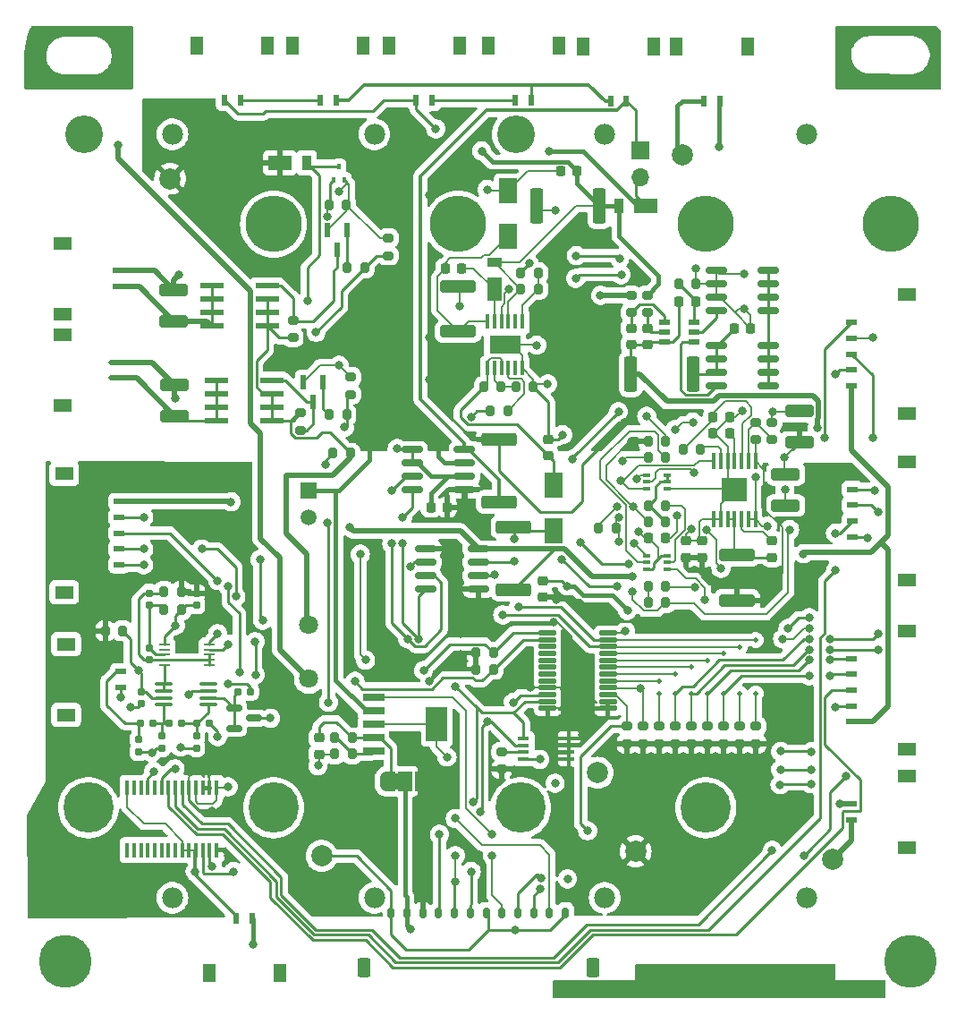
<source format=gbr>
%TF.GenerationSoftware,KiCad,Pcbnew,8.0.4*%
%TF.CreationDate,2024-11-05T10:07:56-05:00*%
%TF.ProjectId,battery_board_v2b,62617474-6572-4795-9f62-6f6172645f76,rev?*%
%TF.SameCoordinates,Original*%
%TF.FileFunction,Copper,L1,Top*%
%TF.FilePolarity,Positive*%
%FSLAX46Y46*%
G04 Gerber Fmt 4.6, Leading zero omitted, Abs format (unit mm)*
G04 Created by KiCad (PCBNEW 8.0.4) date 2024-11-05 10:07:56*
%MOMM*%
%LPD*%
G01*
G04 APERTURE LIST*
G04 Aperture macros list*
%AMRoundRect*
0 Rectangle with rounded corners*
0 $1 Rounding radius*
0 $2 $3 $4 $5 $6 $7 $8 $9 X,Y pos of 4 corners*
0 Add a 4 corners polygon primitive as box body*
4,1,4,$2,$3,$4,$5,$6,$7,$8,$9,$2,$3,0*
0 Add four circle primitives for the rounded corners*
1,1,$1+$1,$2,$3*
1,1,$1+$1,$4,$5*
1,1,$1+$1,$6,$7*
1,1,$1+$1,$8,$9*
0 Add four rect primitives between the rounded corners*
20,1,$1+$1,$2,$3,$4,$5,0*
20,1,$1+$1,$4,$5,$6,$7,0*
20,1,$1+$1,$6,$7,$8,$9,0*
20,1,$1+$1,$8,$9,$2,$3,0*%
%AMFreePoly0*
4,1,21,0.750000,-0.950000,0.000000,-0.950000,0.000000,-0.944896,-0.084376,-0.944896,-0.248223,-0.904511,-0.397645,-0.826089,-0.523958,-0.714186,-0.619819,-0.575306,-0.679659,-0.417521,-0.700000,-0.250000,-0.700000,0.250000,-0.679659,0.417521,-0.619819,0.575306,-0.523958,0.714186,-0.397645,0.826089,-0.248223,0.904511,-0.084376,0.944896,0.000000,0.944896,0.000000,0.950000,0.750000,0.950000,
0.750000,-0.950000,0.750000,-0.950000,$1*%
%AMFreePoly1*
4,1,21,0.000000,0.944896,0.084376,0.944896,0.248223,0.904511,0.397645,0.826089,0.523958,0.714186,0.619819,0.575306,0.679659,0.417521,0.700000,0.250000,0.700000,-0.250000,0.679659,-0.417521,0.619819,-0.575306,0.523958,-0.714186,0.397645,-0.826089,0.248223,-0.904511,0.084376,-0.944896,0.000000,-0.944896,0.000000,-0.950000,-0.750000,-0.950000,-0.750000,0.950000,0.000000,0.950000,
0.000000,0.944896,0.000000,0.944896,$1*%
G04 Aperture macros list end*
%TA.AperFunction,EtchedComponent*%
%ADD10C,0.000000*%
%TD*%
%TA.AperFunction,SMDPad,CuDef*%
%ADD11RoundRect,0.200000X-0.200000X-0.275000X0.200000X-0.275000X0.200000X0.275000X-0.200000X0.275000X0*%
%TD*%
%TA.AperFunction,SMDPad,CuDef*%
%ADD12RoundRect,0.200000X0.275000X-0.200000X0.275000X0.200000X-0.275000X0.200000X-0.275000X-0.200000X0*%
%TD*%
%TA.AperFunction,SMDPad,CuDef*%
%ADD13RoundRect,0.225000X-0.250000X0.225000X-0.250000X-0.225000X0.250000X-0.225000X0.250000X0.225000X0*%
%TD*%
%TA.AperFunction,SMDPad,CuDef*%
%ADD14RoundRect,0.225000X0.250000X-0.225000X0.250000X0.225000X-0.250000X0.225000X-0.250000X-0.225000X0*%
%TD*%
%TA.AperFunction,SMDPad,CuDef*%
%ADD15RoundRect,0.150000X-0.150000X-0.350000X0.150000X-0.350000X0.150000X0.350000X-0.150000X0.350000X0*%
%TD*%
%TA.AperFunction,SMDPad,CuDef*%
%ADD16RoundRect,0.250000X-0.375000X-0.650000X0.375000X-0.650000X0.375000X0.650000X-0.375000X0.650000X0*%
%TD*%
%TA.AperFunction,SMDPad,CuDef*%
%ADD17R,0.900000X1.400000*%
%TD*%
%TA.AperFunction,SMDPad,CuDef*%
%ADD18R,2.200000X1.400000*%
%TD*%
%TA.AperFunction,SMDPad,CuDef*%
%ADD19RoundRect,0.225000X-0.225000X-0.250000X0.225000X-0.250000X0.225000X0.250000X-0.225000X0.250000X0*%
%TD*%
%TA.AperFunction,SMDPad,CuDef*%
%ADD20RoundRect,0.150000X-0.825000X-0.150000X0.825000X-0.150000X0.825000X0.150000X-0.825000X0.150000X0*%
%TD*%
%TA.AperFunction,SMDPad,CuDef*%
%ADD21R,0.400000X0.510000*%
%TD*%
%TA.AperFunction,SMDPad,CuDef*%
%ADD22R,0.650000X0.400000*%
%TD*%
%TA.AperFunction,SMDPad,CuDef*%
%ADD23RoundRect,0.200000X0.200000X0.275000X-0.200000X0.275000X-0.200000X-0.275000X0.200000X-0.275000X0*%
%TD*%
%TA.AperFunction,SMDPad,CuDef*%
%ADD24R,0.600000X1.000000*%
%TD*%
%TA.AperFunction,SMDPad,CuDef*%
%ADD25R,1.250000X1.800000*%
%TD*%
%TA.AperFunction,SMDPad,CuDef*%
%ADD26RoundRect,0.160000X0.197500X0.160000X-0.197500X0.160000X-0.197500X-0.160000X0.197500X-0.160000X0*%
%TD*%
%TA.AperFunction,SMDPad,CuDef*%
%ADD27R,1.000000X0.600000*%
%TD*%
%TA.AperFunction,SMDPad,CuDef*%
%ADD28R,1.800000X1.250000*%
%TD*%
%TA.AperFunction,ComponentPad*%
%ADD29C,5.000000*%
%TD*%
%TA.AperFunction,SMDPad,CuDef*%
%ADD30RoundRect,0.100000X0.712500X0.100000X-0.712500X0.100000X-0.712500X-0.100000X0.712500X-0.100000X0*%
%TD*%
%TA.AperFunction,SMDPad,CuDef*%
%ADD31RoundRect,0.160000X-0.160000X0.197500X-0.160000X-0.197500X0.160000X-0.197500X0.160000X0.197500X0*%
%TD*%
%TA.AperFunction,ComponentPad*%
%ADD32C,2.000000*%
%TD*%
%TA.AperFunction,SMDPad,CuDef*%
%ADD33RoundRect,0.150000X-0.587500X-0.150000X0.587500X-0.150000X0.587500X0.150000X-0.587500X0.150000X0*%
%TD*%
%TA.AperFunction,SMDPad,CuDef*%
%ADD34R,2.209800X0.609600*%
%TD*%
%TA.AperFunction,SMDPad,CuDef*%
%ADD35RoundRect,0.225000X0.225000X0.250000X-0.225000X0.250000X-0.225000X-0.250000X0.225000X-0.250000X0*%
%TD*%
%TA.AperFunction,SMDPad,CuDef*%
%ADD36RoundRect,0.250000X1.100000X-0.325000X1.100000X0.325000X-1.100000X0.325000X-1.100000X-0.325000X0*%
%TD*%
%TA.AperFunction,SMDPad,CuDef*%
%ADD37RoundRect,0.155000X0.155000X-0.212500X0.155000X0.212500X-0.155000X0.212500X-0.155000X-0.212500X0*%
%TD*%
%TA.AperFunction,SMDPad,CuDef*%
%ADD38R,2.000000X0.650000*%
%TD*%
%TA.AperFunction,SMDPad,CuDef*%
%ADD39R,2.000000X3.200000*%
%TD*%
%TA.AperFunction,SMDPad,CuDef*%
%ADD40RoundRect,0.200000X-0.275000X0.200000X-0.275000X-0.200000X0.275000X-0.200000X0.275000X0.200000X0*%
%TD*%
%TA.AperFunction,SMDPad,CuDef*%
%ADD41R,1.400000X0.900000*%
%TD*%
%TA.AperFunction,SMDPad,CuDef*%
%ADD42R,1.400000X2.200000*%
%TD*%
%TA.AperFunction,SMDPad,CuDef*%
%ADD43R,0.304800X1.600200*%
%TD*%
%TA.AperFunction,SMDPad,CuDef*%
%ADD44R,2.460000X2.310000*%
%TD*%
%TA.AperFunction,ComponentPad*%
%ADD45R,1.700000X1.700000*%
%TD*%
%TA.AperFunction,ComponentPad*%
%ADD46O,1.700000X1.700000*%
%TD*%
%TA.AperFunction,SMDPad,CuDef*%
%ADD47RoundRect,0.020500X0.764500X0.184500X-0.764500X0.184500X-0.764500X-0.184500X0.764500X-0.184500X0*%
%TD*%
%TA.AperFunction,SMDPad,CuDef*%
%ADD48RoundRect,0.160000X-0.197500X-0.160000X0.197500X-0.160000X0.197500X0.160000X-0.197500X0.160000X0*%
%TD*%
%TA.AperFunction,SMDPad,CuDef*%
%ADD49RoundRect,0.155000X-0.155000X0.212500X-0.155000X-0.212500X0.155000X-0.212500X0.155000X0.212500X0*%
%TD*%
%TA.AperFunction,SMDPad,CuDef*%
%ADD50R,0.558800X1.320800*%
%TD*%
%TA.AperFunction,SMDPad,CuDef*%
%ADD51RoundRect,0.250000X-0.362500X-1.425000X0.362500X-1.425000X0.362500X1.425000X-0.362500X1.425000X0*%
%TD*%
%TA.AperFunction,SMDPad,CuDef*%
%ADD52RoundRect,0.250000X-1.425000X0.362500X-1.425000X-0.362500X1.425000X-0.362500X1.425000X0.362500X0*%
%TD*%
%TA.AperFunction,SMDPad,CuDef*%
%ADD53RoundRect,0.250000X-1.450000X0.312500X-1.450000X-0.312500X1.450000X-0.312500X1.450000X0.312500X0*%
%TD*%
%TA.AperFunction,SMDPad,CuDef*%
%ADD54RoundRect,0.250000X1.450000X-0.312500X1.450000X0.312500X-1.450000X0.312500X-1.450000X-0.312500X0*%
%TD*%
%TA.AperFunction,SMDPad,CuDef*%
%ADD55RoundRect,0.155000X-0.212500X-0.155000X0.212500X-0.155000X0.212500X0.155000X-0.212500X0.155000X0*%
%TD*%
%TA.AperFunction,SMDPad,CuDef*%
%ADD56FreePoly0,0.000000*%
%TD*%
%TA.AperFunction,SMDPad,CuDef*%
%ADD57R,1.400000X1.900000*%
%TD*%
%TA.AperFunction,SMDPad,CuDef*%
%ADD58FreePoly1,0.000000*%
%TD*%
%TA.AperFunction,SMDPad,CuDef*%
%ADD59RoundRect,0.250000X0.362500X1.425000X-0.362500X1.425000X-0.362500X-1.425000X0.362500X-1.425000X0*%
%TD*%
%TA.AperFunction,SMDPad,CuDef*%
%ADD60R,0.450000X1.425000*%
%TD*%
%TA.AperFunction,SMDPad,CuDef*%
%ADD61R,2.947000X1.753000*%
%TD*%
%TA.AperFunction,ComponentPad*%
%ADD62R,1.508000X1.508000*%
%TD*%
%TA.AperFunction,ComponentPad*%
%ADD63C,1.508000*%
%TD*%
%TA.AperFunction,ComponentPad*%
%ADD64C,1.800000*%
%TD*%
%TA.AperFunction,SMDPad,CuDef*%
%ADD65RoundRect,0.250000X-1.100000X0.325000X-1.100000X-0.325000X1.100000X-0.325000X1.100000X0.325000X0*%
%TD*%
%TA.AperFunction,SMDPad,CuDef*%
%ADD66R,1.100000X0.250000*%
%TD*%
%TA.AperFunction,SMDPad,CuDef*%
%ADD67R,1.100000X0.400000*%
%TD*%
%TA.AperFunction,SMDPad,CuDef*%
%ADD68R,1.700000X2.350000*%
%TD*%
%TA.AperFunction,SMDPad,CuDef*%
%ADD69R,0.450000X1.475000*%
%TD*%
%TA.AperFunction,ComponentPad*%
%ADD70C,4.770000*%
%TD*%
%TA.AperFunction,ComponentPad*%
%ADD71C,5.325000*%
%TD*%
%TA.AperFunction,ComponentPad*%
%ADD72C,3.570000*%
%TD*%
%TA.AperFunction,ComponentPad*%
%ADD73C,1.980000*%
%TD*%
%TA.AperFunction,ViaPad*%
%ADD74C,0.800000*%
%TD*%
%TA.AperFunction,ViaPad*%
%ADD75C,0.460000*%
%TD*%
%TA.AperFunction,Conductor*%
%ADD76C,0.250000*%
%TD*%
%TA.AperFunction,Conductor*%
%ADD77C,0.127000*%
%TD*%
%TA.AperFunction,Conductor*%
%ADD78C,0.152400*%
%TD*%
%TA.AperFunction,Conductor*%
%ADD79C,0.400000*%
%TD*%
%TA.AperFunction,Conductor*%
%ADD80C,0.500000*%
%TD*%
%TA.AperFunction,Conductor*%
%ADD81C,0.300000*%
%TD*%
%TA.AperFunction,Conductor*%
%ADD82C,0.200000*%
%TD*%
G04 APERTURE END LIST*
D10*
%TA.AperFunction,EtchedComponent*%
%TO.C,JP1*%
G36*
X146150000Y-115237000D02*
G01*
X145650000Y-115237000D01*
X145650000Y-113713000D01*
X146150000Y-113713000D01*
X146150000Y-115237000D01*
G37*
%TD.AperFunction*%
%TD*%
D11*
%TO.P,R43,1*%
%TO.N,+3V3*%
X154800000Y-79450000D03*
%TO.P,R43,2*%
%TO.N,CHRG'*%
X156450000Y-79450000D03*
%TD*%
D12*
%TO.P,R14,1,1*%
%TO.N,ENAB_BURN*%
X145148500Y-64752900D03*
%TO.P,R14,2,2*%
%TO.N,GND*%
X145148500Y-63102900D03*
%TD*%
D13*
%TO.P,C1,1,1*%
%TO.N,GND*%
X174902000Y-91735100D03*
%TO.P,C1,2,2*%
%TO.N,+3V3*%
X174902000Y-93285100D03*
%TD*%
D14*
%TO.P,C16,1,1*%
%TO.N,Net-(D1-K)*%
X160325000Y-83675000D03*
%TO.P,C16,2,2*%
%TO.N,GND*%
X160325000Y-82125000D03*
%TD*%
D15*
%TO.P,J6,1,Pin_1*%
%TO.N,GND*%
X145425000Y-126905000D03*
%TO.P,J6,2,Pin_2*%
%TO.N,VCC_RF1*%
X146925000Y-126905000D03*
%TO.P,J6,3,Pin_3*%
%TO.N,+3V3*%
X148425000Y-126905000D03*
%TO.P,J6,4,Pin_4*%
%TO.N,ENAB_BURN*%
X149925000Y-126905000D03*
%TO.P,J6,5,Pin_5*%
%TO.N,SDA_MAIN*%
X151425000Y-126905000D03*
%TO.P,J6,6,Pin_6*%
%TO.N,SCL_MAIN*%
X152925000Y-126905000D03*
%TO.P,J6,7,Pin_7*%
%TO.N,GND*%
X154425000Y-126905000D03*
%TO.P,J6,8,Pin_8*%
%TO.N,ENAB_RF*%
X155925000Y-126905000D03*
%TO.P,J6,9,Pin_9*%
%TO.N,I2C_RESET*%
X157425000Y-126905000D03*
%TO.P,J6,10,Pin_10*%
%TO.N,VBUS_RESET*%
X158925000Y-126905000D03*
%TO.P,J6,11,Pin_11*%
%TO.N,BURN_RELAY_A*%
X160425000Y-126905000D03*
%TO.P,J6,12,Pin_12*%
%TO.N,GND*%
X161925000Y-126905000D03*
D16*
%TO.P,J6,MP*%
%TO.N,N/C*%
X142820000Y-132095000D03*
X164530000Y-132095000D03*
%TD*%
D17*
%TO.P,D5,A,A*%
%TO.N,Net-(Q7-C)*%
X137434000Y-55977900D03*
D18*
%TO.P,D5,C,C*%
%TO.N,VBUSP*%
X134884000Y-55977900D03*
%TD*%
D11*
%TO.P,R41,1,1*%
%TO.N,Net-(Q8-G)*%
X139563899Y-79791599D03*
%TO.P,R41,2,2*%
%TO.N,ENAB_HEATER*%
X141213899Y-79791599D03*
%TD*%
%TO.P,R28,1*%
%TO.N,+3V3*%
X153475000Y-103874800D03*
%TO.P,R28,2*%
%TO.N,F4_SCL*%
X155125000Y-103874800D03*
%TD*%
D19*
%TO.P,C17,1,1*%
%TO.N,Net-(D3-K)*%
X150548201Y-65986401D03*
%TO.P,C17,2,2*%
%TO.N,Net-(IC2-BOOST)*%
X152098201Y-65986401D03*
%TD*%
D20*
%TO.P,Q2,1,S*%
%TO.N,GND*%
X176200000Y-66164000D03*
%TO.P,Q2,2,S*%
X176200000Y-67434000D03*
%TO.P,Q2,3,S*%
X176200000Y-68704000D03*
%TO.P,Q2,4,G*%
%TO.N,Net-(Q2-G)*%
X176200000Y-69974000D03*
%TO.P,Q2,5,D*%
%TO.N,Net-(Q1-D-Pad5)*%
X181150000Y-69974000D03*
%TO.P,Q2,6,D*%
X181150000Y-68704000D03*
%TO.P,Q2,7,D*%
X181150000Y-67434000D03*
%TO.P,Q2,8,D*%
X181150000Y-66164000D03*
%TD*%
D21*
%TO.P,Q7,1,B*%
%TO.N,BURN_RELAY_A*%
X139989500Y-57608900D03*
%TO.P,Q7,2,E*%
%TO.N,GND*%
X140989500Y-57608900D03*
%TO.P,Q7,3,C*%
%TO.N,Net-(Q7-C)*%
X140489500Y-56318900D03*
%TD*%
D22*
%TO.P,Q3,1,E1*%
%TO.N,GND*%
X171534000Y-86797100D03*
%TO.P,Q3,2,B1*%
%TO.N,Net-(Q3A-B1)*%
X171534000Y-86147100D03*
%TO.P,Q3,3,C2*%
X171534000Y-85497100D03*
%TO.P,Q3,4,E2*%
%TO.N,GND*%
X169634000Y-85497100D03*
%TO.P,Q3,5,B2*%
%TO.N,Net-(Q3B-B2)*%
X169634000Y-86147100D03*
%TO.P,Q3,6,C1*%
%TO.N,/3V3_EN*%
X169634000Y-86797100D03*
%TD*%
D23*
%TO.P,FB1,1*%
%TO.N,Net-(U9-+Vs)*%
X120000000Y-100250000D03*
%TO.P,FB1,2*%
%TO.N,+3V3*%
X118350000Y-100250000D03*
%TD*%
D24*
%TO.P,J11,1,Pin_1*%
%TO.N,GND*%
X176550000Y-50140000D03*
%TO.P,J11,2,Pin_2*%
%TO.N,PACK+*%
X175050000Y-50140000D03*
D25*
%TO.P,J11,S1*%
%TO.N,N/C*%
X179155000Y-44950000D03*
%TO.P,J11,S2*%
X172445000Y-44950000D03*
%TD*%
D26*
%TO.P,R47,1*%
%TO.N,Net-(J9-Pin_2)*%
X128250000Y-109000000D03*
%TO.P,R47,2*%
%TO.N,Net-(U9--IN)*%
X127055000Y-109000000D03*
%TD*%
D27*
%TO.P,J4,1,Pin_1*%
%TO.N,VSOLAR*%
X119670000Y-88000000D03*
%TO.P,J4,2,Pin_2*%
%TO.N,GND*%
X119670000Y-89500000D03*
%TO.P,J4,3,Pin_3*%
%TO.N,F3_ENB*%
X119670000Y-91000000D03*
%TO.P,J4,4,Pin_4*%
%TO.N,F3_SCL*%
X119670000Y-92500000D03*
%TO.P,J4,5,Pin_5*%
%TO.N,F3_SDA*%
X119670000Y-94000000D03*
D28*
%TO.P,J4,S1*%
%TO.N,N/C*%
X114480000Y-85395000D03*
%TO.P,J4,S2*%
X114480000Y-96605000D03*
%TD*%
D12*
%TO.P,R25,1*%
%TO.N,+3V3*%
X176908800Y-110928561D03*
%TO.P,R25,2*%
%TO.N,F2_SCL*%
X176908800Y-109278561D03*
%TD*%
D23*
%TO.P,R31,1*%
%TO.N,Net-(U5-SENSE{slash}ADJ)*%
X141730200Y-111894000D03*
%TO.P,R31,2*%
%TO.N,GND*%
X140080200Y-111894000D03*
%TD*%
D24*
%TO.P,J15,1,Pin_1*%
%TO.N,VBatt1*%
X158700000Y-50090000D03*
%TO.P,J15,2,Pin_2*%
%TO.N,Net-(J14-Pin_1)*%
X157200000Y-50090000D03*
D25*
%TO.P,J15,S1*%
%TO.N,N/C*%
X161305000Y-44900000D03*
%TO.P,J15,S2*%
X154595000Y-44900000D03*
%TD*%
D11*
%TO.P,R29,1*%
%TO.N,+3V3*%
X153475000Y-102300000D03*
%TO.P,R29,2*%
%TO.N,F4_SDA*%
X155125000Y-102300000D03*
%TD*%
D12*
%TO.P,R19,1*%
%TO.N,+3V3*%
X175384800Y-110928562D03*
%TO.P,R19,2*%
%TO.N,F2_SDA*%
X175384800Y-109278562D03*
%TD*%
D27*
%TO.P,J19,1,Pin_1*%
%TO.N,GND*%
X119540000Y-74825000D03*
%TO.P,J19,2,Pin_2*%
%TO.N,Heater*%
X119540000Y-76325000D03*
D28*
%TO.P,J19,S1*%
%TO.N,N/C*%
X114350000Y-72220000D03*
%TO.P,J19,S2*%
X114350000Y-78930000D03*
%TD*%
D23*
%TO.P,R34,1,1*%
%TO.N,Net-(IC2-VFB)*%
X159361801Y-67916800D03*
%TO.P,R34,2,2*%
%TO.N,PACK+*%
X157711801Y-67916800D03*
%TD*%
D11*
%TO.P,R2,1*%
%TO.N,Net-(U1-V-)*%
X172643000Y-67434000D03*
%TO.P,R2,2*%
%TO.N,GND*%
X174293000Y-67434000D03*
%TD*%
D29*
%TO.P,,1*%
%TO.N,N/C*%
X194573162Y-131529322D03*
%TD*%
D30*
%TO.P,U9,1,-IN*%
%TO.N,Net-(U9--IN)*%
X128112500Y-107225000D03*
%TO.P,U9,2,REF*%
%TO.N,Net-(U10-K)*%
X128112500Y-106575000D03*
%TO.P,U9,3,-Vs*%
%TO.N,GND*%
X128112500Y-105925000D03*
%TO.P,U9,4,NC*%
%TO.N,unconnected-(U9-NC-Pad4)*%
X128112500Y-105275000D03*
%TO.P,U9,5,SENSE*%
%TO.N,OUT*%
X123887500Y-105275000D03*
%TO.P,U9,6*%
X123887500Y-105925000D03*
%TO.P,U9,7,+Vs*%
%TO.N,Net-(U9-+Vs)*%
X123887500Y-106575000D03*
%TO.P,U9,8,+IN*%
%TO.N,Net-(U9-+IN)*%
X123887500Y-107225000D03*
%TD*%
D23*
%TO.P,R9,1,1*%
%TO.N,Net-(U2-PG)*%
X174711000Y-83099100D03*
%TO.P,R9,2,2*%
%TO.N,Net-(U2-VREG5)*%
X173061000Y-83099100D03*
%TD*%
D31*
%TO.P,R46,1*%
%TO.N,Net-(J9-Pin_1)*%
X121500000Y-110500000D03*
%TO.P,R46,2*%
%TO.N,GND*%
X121500000Y-111695000D03*
%TD*%
D12*
%TO.P,R21,1*%
%TO.N,+3V3*%
X169288800Y-110928562D03*
%TO.P,R21,2*%
%TO.N,F0_SDA*%
X169288800Y-109278562D03*
%TD*%
D19*
%TO.P,C5,1*%
%TO.N,Net-(C5-Pad1)*%
X177900000Y-71625000D03*
%TO.P,C5,2*%
%TO.N,GND*%
X179450000Y-71625000D03*
%TD*%
D24*
%TO.P,J7,1,Pin_1*%
%TO.N,GND*%
X130790000Y-127420000D03*
%TO.P,J7,2,Pin_2*%
%TO.N,VCC_RF1*%
X132290000Y-127420000D03*
D25*
%TO.P,J7,S1*%
%TO.N,N/C*%
X128185000Y-132610000D03*
%TO.P,J7,S2*%
X134895000Y-132610000D03*
%TD*%
D32*
%TO.P,TP4,1,1*%
%TO.N,PACK+*%
X173000000Y-55250000D03*
%TD*%
D23*
%TO.P,R33,1,1*%
%TO.N,GND*%
X158875000Y-77175000D03*
%TO.P,R33,2,2*%
%TO.N,Net-(IC2-VIN_REG)*%
X157225000Y-77175000D03*
%TD*%
D33*
%TO.P,U10,1,K*%
%TO.N,Net-(U10-K)*%
X130562500Y-107550000D03*
%TO.P,U10,2,REF*%
X130562500Y-109450000D03*
%TO.P,U10,3,A*%
%TO.N,GND*%
X132437500Y-108500000D03*
%TD*%
D26*
%TO.P,R48,1*%
%TO.N,Net-(U9-+IN)*%
X122847500Y-109000000D03*
%TO.P,R48,2*%
%TO.N,Net-(J9-Pin_1)*%
X121652500Y-109000000D03*
%TD*%
D34*
%TO.P,Q6,1,Source*%
%TO.N,Net-(K1-PadNO)*%
X133680200Y-71423000D03*
%TO.P,Q6,2,Source*%
X133680200Y-70153000D03*
%TO.P,Q6,3,Source*%
X133680200Y-68883000D03*
%TO.P,Q6,4,Gate*%
%TO.N,Net-(Q5-D)*%
X133680200Y-67613000D03*
%TO.P,Q6,5,Drain*%
%TO.N,BURN*%
X128447800Y-67613000D03*
%TO.P,Q6,6,Drain*%
X128447800Y-68883000D03*
%TO.P,Q6,7,Drain*%
X128447800Y-70153000D03*
%TO.P,Q6,8,Drain*%
X128447800Y-71423000D03*
%TD*%
D32*
%TO.P,TP3,1,1*%
%TO.N,GND*%
X138850000Y-121525000D03*
%TD*%
D35*
%TO.P,C10,1,1*%
%TO.N,Net-(U2-SS)*%
X177455000Y-81575100D03*
%TO.P,C10,2,2*%
%TO.N,GND*%
X175905000Y-81575100D03*
%TD*%
D24*
%TO.P,J16,1,Pin_1*%
%TO.N,VBATT_SENSE*%
X167700000Y-50140000D03*
%TO.P,J16,2,Pin_2*%
%TO.N,VBatt1*%
X166200000Y-50140000D03*
D25*
%TO.P,J16,S1*%
%TO.N,N/C*%
X170305000Y-44950000D03*
%TO.P,J16,S2*%
X163595000Y-44950000D03*
%TD*%
D36*
%TO.P,C3,1,1*%
%TO.N,VBUSP*%
X184050000Y-82425000D03*
%TO.P,C3,2,2*%
%TO.N,GND*%
X184050000Y-79475000D03*
%TD*%
D24*
%TO.P,J13,1,Pin_1*%
%TO.N,VBatt1*%
X140200000Y-50090000D03*
%TO.P,J13,2,Pin_2*%
%TO.N,Net-(J12-Pin_1)*%
X138700000Y-50090000D03*
D25*
%TO.P,J13,S1*%
%TO.N,N/C*%
X142805000Y-44900000D03*
%TO.P,J13,S2*%
X136095000Y-44900000D03*
%TD*%
D14*
%TO.P,C15,1*%
%TO.N,GND*%
X138619200Y-111907000D03*
%TO.P,C15,2*%
%TO.N,/V_RF*%
X138619200Y-110357000D03*
%TD*%
D32*
%TO.P,TP5,1,1*%
%TO.N,+3V3*%
X168575000Y-121100000D03*
%TD*%
D37*
%TO.P,C26,1*%
%TO.N,GND*%
X127000000Y-97817500D03*
%TO.P,C26,2*%
%TO.N,+3V3*%
X127000000Y-96682500D03*
%TD*%
D20*
%TO.P,Q1,1,S*%
%TO.N,Net-(C5-Pad1)*%
X176200000Y-73276000D03*
%TO.P,Q1,2,S*%
X176200000Y-74546000D03*
%TO.P,Q1,3,S*%
X176200000Y-75816000D03*
%TO.P,Q1,4,G*%
%TO.N,Net-(Q1-G)*%
X176200000Y-77086000D03*
%TO.P,Q1,5,D*%
%TO.N,Net-(Q1-D-Pad5)*%
X181150000Y-77086000D03*
%TO.P,Q1,6,D*%
X181150000Y-75816000D03*
%TO.P,Q1,7,D*%
X181150000Y-74546000D03*
%TO.P,Q1,8,D*%
X181150000Y-73276000D03*
%TD*%
D11*
%TO.P,R32,1,1*%
%TO.N,Net-(D1-K)*%
X154200000Y-77175000D03*
%TO.P,R32,2,2*%
%TO.N,Net-(IC2-VIN_REG)*%
X155850000Y-77175000D03*
%TD*%
D24*
%TO.P,J12,1,Pin_1*%
%TO.N,Net-(J12-Pin_1)*%
X131150000Y-50040000D03*
%TO.P,J12,2,Pin_2*%
%TO.N,VBatt*%
X129650000Y-50040000D03*
D25*
%TO.P,J12,S1*%
%TO.N,N/C*%
X133755000Y-44850000D03*
%TO.P,J12,S2*%
X127045000Y-44850000D03*
%TD*%
D29*
%TO.P,,1*%
%TO.N,N/C*%
X114573162Y-131529322D03*
%TD*%
D38*
%TO.P,U5,1,~{SHDN}*%
%TO.N,ENAB_RF*%
X143747200Y-106560000D03*
%TO.P,U5,2,IN*%
%TO.N,VBUSP*%
X143747200Y-107830000D03*
%TO.P,U5,3,GND_1*%
%TO.N,GND*%
X143747200Y-109100000D03*
%TO.P,U5,4,OUT*%
%TO.N,/V_RF*%
X143747200Y-110370000D03*
%TO.P,U5,5,SENSE/ADJ*%
%TO.N,Net-(U5-SENSE{slash}ADJ)*%
X143747200Y-111640000D03*
D39*
%TO.P,U5,6,GND_2*%
%TO.N,GND*%
X149747200Y-109100000D03*
%TD*%
D40*
%TO.P,R7,1,1*%
%TO.N,GND*%
X181506000Y-80496100D03*
%TO.P,R7,2,2*%
%TO.N,Net-(U2-VFB)*%
X181506000Y-82146100D03*
%TD*%
D14*
%TO.P,C6,1,1*%
%TO.N,Net-(U2-SW1)*%
X181506000Y-93285100D03*
%TO.P,C6,2,2*%
%TO.N,Net-(U2-VBST)*%
X181506000Y-91735100D03*
%TD*%
D23*
%TO.P,R30,1*%
%TO.N,/V_RF*%
X141730200Y-110370000D03*
%TO.P,R30,2*%
%TO.N,Net-(U5-SENSE{slash}ADJ)*%
X140080200Y-110370000D03*
%TD*%
D14*
%TO.P,C8,1*%
%TO.N,B-*%
X168134000Y-73175000D03*
%TO.P,C8,2*%
%TO.N,Net-(U1-VC)*%
X168134000Y-71625000D03*
%TD*%
D41*
%TO.P,D2,A,A*%
%TO.N,PACK+*%
X155184001Y-65400000D03*
D42*
%TO.P,D2,C,C*%
%TO.N,Net-(IC2-BOOST)*%
X155184001Y-67950000D03*
%TD*%
D43*
%TO.P,U2,1,VO*%
%TO.N,+3V3*%
X179900034Y-84140500D03*
%TO.P,U2,2,VFB*%
%TO.N,Net-(U2-VFB)*%
X179250021Y-84140500D03*
%TO.P,U2,3,VREG5*%
%TO.N,Net-(U2-VREG5)*%
X178600012Y-84140500D03*
%TO.P,U2,4,SS*%
%TO.N,Net-(U2-SS)*%
X177950000Y-84140500D03*
%TO.P,U2,5,GND*%
%TO.N,GND*%
X177299988Y-84140500D03*
%TO.P,U2,6,PG*%
%TO.N,Net-(U2-PG)*%
X176649979Y-84140500D03*
%TO.P,U2,7,EN*%
%TO.N,/3V3_EN*%
X175999966Y-84140500D03*
%TO.P,U2,8,PGND1*%
%TO.N,GND*%
X175999966Y-89677700D03*
%TO.P,U2,9,PGND2*%
X176649979Y-89677700D03*
%TO.P,U2,10,SW1*%
%TO.N,Net-(U2-SW1)*%
X177299988Y-89677700D03*
%TO.P,U2,11,SW2*%
X177950000Y-89677700D03*
%TO.P,U2,12,VBST*%
%TO.N,Net-(U2-VBST)*%
X178600012Y-89677700D03*
%TO.P,U2,13,VIN*%
%TO.N,VBUSP*%
X179250021Y-89677700D03*
%TO.P,U2,14,VCC*%
X179900034Y-89677700D03*
D44*
%TO.P,U2,15,EPAD*%
%TO.N,GND*%
X177950000Y-86909100D03*
%TD*%
D45*
%TO.P,J18,1,Pin_1*%
%TO.N,VBATT_SENSE*%
X169025000Y-54782400D03*
D46*
%TO.P,J18,2,Pin_2*%
%TO.N,VBatt*%
X169025000Y-57322400D03*
%TD*%
D47*
%TO.P,U4,1,A0*%
%TO.N,+3V3*%
X165961801Y-107577562D03*
%TO.P,U4,2,A1*%
X165961801Y-106927562D03*
%TO.P,U4,3,~{RESET}*%
%TO.N,I2C_RESET*%
X165961801Y-106277562D03*
%TO.P,U4,4,SD0*%
%TO.N,F0_SDA*%
X165961801Y-105627562D03*
%TO.P,U4,5,SC0*%
%TO.N,F0_SCL*%
X165961801Y-104977562D03*
%TO.P,U4,6,SD1*%
%TO.N,F1_SDA*%
X165961801Y-104327562D03*
%TO.P,U4,7,SC1*%
%TO.N,F1_SCL*%
X165961801Y-103677562D03*
%TO.P,U4,8,SD2*%
%TO.N,F2_SDA*%
X165961801Y-103027562D03*
%TO.P,U4,9,SC2*%
%TO.N,F2_SCL*%
X165961801Y-102377562D03*
%TO.P,U4,10,SD3*%
%TO.N,F3_SDA*%
X165961801Y-101727562D03*
%TO.P,U4,11,SC3*%
%TO.N,F3_SCL*%
X165961801Y-101077562D03*
%TO.P,U4,12,GND*%
%TO.N,GND*%
X165961801Y-100427562D03*
%TO.P,U4,13,SD4*%
%TO.N,F4_SDA*%
X160221801Y-100427562D03*
%TO.P,U4,14,SC4*%
%TO.N,F4_SCL*%
X160221801Y-101077562D03*
%TO.P,U4,15,SD5*%
%TO.N,Break_SDA*%
X160221801Y-101727562D03*
%TO.P,U4,16,SC5*%
%TO.N,Break_SCL*%
X160221801Y-102377562D03*
%TO.P,U4,17,SD6*%
%TO.N,unconnected-(U4-SD6-Pad17)*%
X160221801Y-103027562D03*
%TO.P,U4,18,SC6*%
%TO.N,unconnected-(U4-SC6-Pad18)*%
X160221801Y-103677562D03*
%TO.P,U4,19,SD7*%
%TO.N,unconnected-(U4-SD7-Pad19)*%
X160221801Y-104327562D03*
%TO.P,U4,20,SC7*%
%TO.N,unconnected-(U4-SC7-Pad20)*%
X160221801Y-104977562D03*
%TO.P,U4,21,A2*%
%TO.N,+3V3*%
X160221801Y-105627562D03*
%TO.P,U4,22,SCL*%
%TO.N,SCL_MAIN*%
X160221801Y-106277562D03*
%TO.P,U4,23,SDA*%
%TO.N,SDA_MAIN*%
X160221801Y-106927562D03*
%TO.P,U4,24,VCC*%
%TO.N,+3V3*%
X160221801Y-107577562D03*
%TD*%
D32*
%TO.P,TP6,1,1*%
%TO.N,VBUSP*%
X124500000Y-57475000D03*
%TD*%
D35*
%TO.P,C18,1,1*%
%TO.N,PACK+*%
X163013801Y-56778400D03*
%TO.P,C18,2,2*%
%TO.N,GND*%
X161463801Y-56778400D03*
%TD*%
D36*
%TO.P,C19,1*%
%TO.N,Heater*%
X124945700Y-79945802D03*
%TO.P,C19,2*%
%TO.N,GND*%
X124945700Y-76995802D03*
%TD*%
D11*
%TO.P,R8,1*%
%TO.N,VBUSP*%
X169759000Y-89957100D03*
%TO.P,R8,2*%
%TO.N,Net-(Q3A-B1)*%
X171409000Y-89957100D03*
%TD*%
%TO.P,R16,1,1*%
%TO.N,Net-(Q5-G)*%
X141275500Y-65896900D03*
%TO.P,R16,2,2*%
%TO.N,ENAB_BURN*%
X142925500Y-65896900D03*
%TD*%
D27*
%TO.P,U1,1,DOUT*%
%TO.N,Net-(Q1-G)*%
X174106000Y-72956000D03*
%TO.P,U1,2,COUT*%
%TO.N,Net-(Q2-G)*%
X174106000Y-72006000D03*
%TO.P,U1,3,V-*%
%TO.N,Net-(U1-V-)*%
X174106000Y-71056000D03*
%TO.P,U1,4,VC*%
%TO.N,Net-(U1-VC)*%
X171306000Y-71056000D03*
%TO.P,U1,5,VDD*%
%TO.N,/VDD*%
X171306000Y-72006000D03*
%TO.P,U1,6,VSS*%
%TO.N,B-*%
X171306000Y-72956000D03*
%TD*%
D12*
%TO.P,R40,1,1*%
%TO.N,ENAB_HEATER*%
X141608099Y-77873400D03*
%TO.P,R40,2,2*%
%TO.N,GND*%
X141608099Y-76223400D03*
%TD*%
D23*
%TO.P,R6,1*%
%TO.N,VBUSP*%
X166700190Y-90563911D03*
%TO.P,R6,2*%
%TO.N,/3V3_EN*%
X165050190Y-90563911D03*
%TD*%
D32*
%TO.P,TP2,1,1*%
%TO.N,BM*%
X164973000Y-113665000D03*
%TD*%
D12*
%TO.P,R26,1*%
%TO.N,+3V3*%
X173860800Y-110928562D03*
%TO.P,R26,2*%
%TO.N,F1_SCL*%
X173860800Y-109278562D03*
%TD*%
D40*
%TO.P,R4,1*%
%TO.N,PACK+*%
X169658000Y-68514000D03*
%TO.P,R4,2*%
%TO.N,/VDD*%
X169658000Y-70164000D03*
%TD*%
D48*
%TO.P,R49,1*%
%TO.N,Net-(U10-K)*%
X130902500Y-106000000D03*
%TO.P,R49,2*%
%TO.N,Net-(U9-+Vs)*%
X132097500Y-106000000D03*
%TD*%
D49*
%TO.P,C24,1*%
%TO.N,Net-(U9-+Vs)*%
X121800000Y-105982500D03*
%TO.P,C24,2*%
%TO.N,GND*%
X121800000Y-107117500D03*
%TD*%
D50*
%TO.P,Q8,1,G*%
%TO.N,Net-(Q8-G)*%
X139004599Y-76705499D03*
%TO.P,Q8,2,S*%
%TO.N,GND*%
X137099599Y-76705499D03*
%TO.P,Q8,3,D*%
%TO.N,Net-(Q8-D)*%
X138052099Y-78585099D03*
%TD*%
D23*
%TO.P,R10,1*%
%TO.N,Net-(Q4A-B1)*%
X171409000Y-88433100D03*
%TO.P,R10,2*%
%TO.N,Net-(Q3A-B1)*%
X169759000Y-88433100D03*
%TD*%
D27*
%TO.P,J17,1,Pin_1*%
%TO.N,GND*%
X119540000Y-66179000D03*
%TO.P,J17,2,Pin_2*%
%TO.N,BURN*%
X119540000Y-67679000D03*
D28*
%TO.P,J17,S1*%
%TO.N,N/C*%
X114350000Y-63574000D03*
%TO.P,J17,S2*%
X114350000Y-70284000D03*
%TD*%
D23*
%TO.P,R15,1*%
%TO.N,Net-(Q4B-B2)*%
X171409000Y-83861100D03*
%TO.P,R15,2*%
%TO.N,VBUS_RESET*%
X169759000Y-83861100D03*
%TD*%
D51*
%TO.P,R1,1*%
%TO.N,B-*%
X168092500Y-75943000D03*
%TO.P,R1,2*%
%TO.N,Net-(C5-Pad1)*%
X174017500Y-75943000D03*
%TD*%
D52*
%TO.P,R22,1,1*%
%TO.N,VBUSP*%
X155641799Y-82116449D03*
%TO.P,R22,2,2*%
%TO.N,VBATT_SENSE*%
X155641799Y-88041449D03*
%TD*%
D27*
%TO.P,J8,1,Pin_1*%
%TO.N,B-*%
X189040000Y-118120000D03*
%TO.P,J8,2,Pin_2*%
%TO.N,PACK-*%
X189040000Y-116620000D03*
D28*
%TO.P,J8,S1*%
%TO.N,N/C*%
X194230000Y-120725000D03*
%TO.P,J8,S2*%
X194230000Y-114015000D03*
%TD*%
D20*
%TO.P,U6,1,A1*%
%TO.N,+3V3*%
X148705800Y-92481400D03*
%TO.P,U6,2,A0*%
%TO.N,GND*%
X148705800Y-93751400D03*
%TO.P,U6,3,SDA*%
%TO.N,SDA_MAIN*%
X148705800Y-95021400D03*
%TO.P,U6,4,SCL*%
%TO.N,SCL_MAIN*%
X148705800Y-96291400D03*
%TO.P,U6,5,VS*%
%TO.N,+3V3*%
X153655800Y-96291400D03*
%TO.P,U6,6,GND*%
%TO.N,GND*%
X153655800Y-95021400D03*
%TO.P,U6,7,IN-*%
%TO.N,VSOLAR_I*%
X153655800Y-93751400D03*
%TO.P,U6,8,IN+*%
%TO.N,VSOLAR*%
X153655800Y-92481400D03*
%TD*%
D27*
%TO.P,J1,1,Pin_1*%
%TO.N,VSOLAR*%
X189030000Y-77075000D03*
%TO.P,J1,2,Pin_2*%
%TO.N,GND*%
X189030000Y-75575000D03*
%TO.P,J1,3,Pin_3*%
%TO.N,F0_ENB*%
X189030000Y-74075000D03*
%TO.P,J1,4,Pin_4*%
%TO.N,F0_SCL*%
X189030000Y-72575000D03*
%TO.P,J1,5,Pin_5*%
%TO.N,F0_SDA*%
X189030000Y-71075000D03*
D28*
%TO.P,J1,S1*%
%TO.N,N/C*%
X194220000Y-79680000D03*
%TO.P,J1,S2*%
X194220000Y-68470000D03*
%TD*%
D27*
%TO.P,J9,1,Pin_1*%
%TO.N,Net-(J9-Pin_1)*%
X119847500Y-104100000D03*
%TO.P,J9,2,Pin_2*%
%TO.N,Net-(J9-Pin_2)*%
X119847500Y-105600000D03*
D28*
%TO.P,J9,S1*%
%TO.N,N/C*%
X114657500Y-101495000D03*
%TO.P,J9,S2*%
X114657500Y-108205000D03*
%TD*%
D19*
%TO.P,C11,1,1*%
%TO.N,Net-(U2-VREG5)*%
X175905000Y-80051100D03*
%TO.P,C11,2,2*%
%TO.N,GND*%
X177455000Y-80051100D03*
%TD*%
D12*
%TO.P,R20,1*%
%TO.N,+3V3*%
X172336800Y-110928562D03*
%TO.P,R20,2*%
%TO.N,F1_SDA*%
X172336800Y-109278562D03*
%TD*%
D53*
%TO.P,L1,1,1*%
%TO.N,Net-(U2-SW1)*%
X178158800Y-93108800D03*
%TO.P,L1,2,2*%
%TO.N,+3V3*%
X178158800Y-97383800D03*
%TD*%
D12*
%TO.P,R23,1*%
%TO.N,+3V3*%
X179956800Y-110928562D03*
%TO.P,R23,2*%
%TO.N,F3_SCL*%
X179956800Y-109278562D03*
%TD*%
D23*
%TO.P,R11,1*%
%TO.N,VBUSP*%
X171409000Y-97577100D03*
%TO.P,R11,2*%
%TO.N,Net-(R11-Pad2)*%
X169759000Y-97577100D03*
%TD*%
D54*
%TO.P,L2,1,1*%
%TO.N,Net-(D3-K)*%
X151780401Y-71933900D03*
%TO.P,L2,2,2*%
%TO.N,Net-(IC2-SENSE)*%
X151780401Y-67658900D03*
%TD*%
D55*
%TO.P,C22,1*%
%TO.N,Net-(U9-+IN)*%
X124432500Y-109000000D03*
%TO.P,C22,2*%
%TO.N,Net-(U9--IN)*%
X125567500Y-109000000D03*
%TD*%
D56*
%TO.P,JP1,1,A*%
%TO.N,/V_RF*%
X145050000Y-114475000D03*
D57*
%TO.P,JP1,2,C*%
%TO.N,VCC_RF1*%
X146750000Y-114475000D03*
D58*
%TO.P,JP1,3,B*%
%TO.N,+3V3*%
X148450000Y-114475000D03*
%TD*%
D27*
%TO.P,J2,1,Pin_1*%
%TO.N,VSOLAR*%
X189080000Y-92850000D03*
%TO.P,J2,2,Pin_2*%
%TO.N,GND*%
X189080000Y-91350000D03*
%TO.P,J2,3,Pin_3*%
%TO.N,F1_ENB*%
X189080000Y-89850000D03*
%TO.P,J2,4,Pin_4*%
%TO.N,F1_SCL*%
X189080000Y-88350000D03*
%TO.P,J2,5,Pin_5*%
%TO.N,F1_SDA*%
X189080000Y-86850000D03*
D28*
%TO.P,J2,S1*%
%TO.N,N/C*%
X194270000Y-95455000D03*
%TO.P,J2,S2*%
X194270000Y-84245000D03*
%TD*%
D52*
%TO.P,R37,1,1*%
%TO.N,VSOLAR_I*%
X157022800Y-90407900D03*
%TO.P,R37,2,2*%
%TO.N,VSOLAR*%
X157022800Y-96332900D03*
%TD*%
D11*
%TO.P,R12,1*%
%TO.N,Net-(R11-Pad2)*%
X169759000Y-96053100D03*
%TO.P,R12,2*%
%TO.N,Net-(Q3B-B2)*%
X171409000Y-96053100D03*
%TD*%
D20*
%TO.P,U3,1,A1*%
%TO.N,GND*%
X147425000Y-83095000D03*
%TO.P,U3,2,A0*%
X147425000Y-84365000D03*
%TO.P,U3,3,SDA*%
%TO.N,SDA_MAIN*%
X147425000Y-85635000D03*
%TO.P,U3,4,SCL*%
%TO.N,SCL_MAIN*%
X147425000Y-86905000D03*
%TO.P,U3,5,VS*%
%TO.N,+3V3*%
X152375000Y-86905000D03*
%TO.P,U3,6,GND*%
%TO.N,GND*%
X152375000Y-85635000D03*
%TO.P,U3,7,IN-*%
%TO.N,VBUSP*%
X152375000Y-84365000D03*
%TO.P,U3,8,IN+*%
%TO.N,VBATT_SENSE*%
X152375000Y-83095000D03*
%TD*%
D14*
%TO.P,C9,1*%
%TO.N,B-*%
X169658000Y-73175000D03*
%TO.P,C9,2*%
%TO.N,/VDD*%
X169658000Y-71625000D03*
%TD*%
D13*
%TO.P,C20,1*%
%TO.N,GND*%
X159816800Y-95491000D03*
%TO.P,C20,2*%
%TO.N,+3V3*%
X159816800Y-97041000D03*
%TD*%
D40*
%TO.P,R3,1*%
%TO.N,BM*%
X168134000Y-68514000D03*
%TO.P,R3,2*%
%TO.N,Net-(U1-VC)*%
X168134000Y-70164000D03*
%TD*%
D12*
%TO.P,R18,1*%
%TO.N,+3V3*%
X178432800Y-110928562D03*
%TO.P,R18,2*%
%TO.N,F3_SDA*%
X178432800Y-109278562D03*
%TD*%
D11*
%TO.P,FB3,1*%
%TO.N,AGND*%
X123925000Y-98250000D03*
%TO.P,FB3,2*%
%TO.N,GND*%
X125575000Y-98250000D03*
%TD*%
D59*
%TO.P,R36,1,1*%
%TO.N,PACK+*%
X165150501Y-60080400D03*
%TO.P,R36,2,2*%
%TO.N,Net-(IC2-SENSE)*%
X159225501Y-60080400D03*
%TD*%
D49*
%TO.P,C23,1*%
%TO.N,Net-(U9-+IN)*%
X123750000Y-110182500D03*
%TO.P,C23,2*%
%TO.N,GND*%
X123750000Y-111317500D03*
%TD*%
D60*
%TO.P,IC2,1,VIN*%
%TO.N,Net-(D1-K)*%
X154575000Y-75412000D03*
%TO.P,IC2,2,VIN_REG*%
%TO.N,Net-(IC2-VIN_REG)*%
X155225000Y-75412000D03*
%TO.P,IC2,3,~{SHDN}*%
%TO.N,Net-(D1-K)*%
X155875000Y-75412000D03*
%TO.P,IC2,4,~{CHRG}*%
%TO.N,CHRG'*%
X156525000Y-75412000D03*
%TO.P,IC2,5,~{FAULT}*%
%TO.N,unconnected-(IC2-~{FAULT}-Pad5)*%
X157175000Y-75412000D03*
%TO.P,IC2,6,TIMER*%
%TO.N,GND*%
X157825000Y-75412000D03*
%TO.P,IC2,7,VFB*%
%TO.N,Net-(IC2-VFB)*%
X157825000Y-70988000D03*
%TO.P,IC2,8,NTC*%
%TO.N,unconnected-(IC2-NTC-Pad8)*%
X157175000Y-70988000D03*
%TO.P,IC2,9,BAT*%
%TO.N,PACK+*%
X156525000Y-70988000D03*
%TO.P,IC2,10,SENSE*%
%TO.N,Net-(IC2-SENSE)*%
X155875000Y-70988000D03*
%TO.P,IC2,11,BOOST*%
%TO.N,Net-(IC2-BOOST)*%
X155225000Y-70988000D03*
%TO.P,IC2,12,SW*%
%TO.N,Net-(D3-K)*%
X154575000Y-70988000D03*
D61*
%TO.P,IC2,13,EP*%
%TO.N,GND*%
X156200000Y-73200000D03*
%TD*%
D36*
%TO.P,C13,1*%
%TO.N,BURN*%
X124841000Y-70944000D03*
%TO.P,C13,2*%
%TO.N,GND*%
X124841000Y-67994000D03*
%TD*%
D11*
%TO.P,FB2,1*%
%TO.N,AVDD*%
X123925000Y-96500000D03*
%TO.P,FB2,2*%
%TO.N,+3V3*%
X125575000Y-96500000D03*
%TD*%
D12*
%TO.P,R42,1,1*%
%TO.N,Net-(Q8-D)*%
X136832899Y-81277001D03*
%TO.P,R42,2,2*%
%TO.N,Net-(K1-PadNO)*%
X136832899Y-79627001D03*
%TD*%
%TO.P,R27,1*%
%TO.N,+3V3*%
X170812800Y-110928561D03*
%TO.P,R27,2*%
%TO.N,F0_SCL*%
X170812800Y-109278561D03*
%TD*%
D17*
%TO.P,D4,A,A*%
%TO.N,PACK+*%
X166986401Y-60080400D03*
D18*
%TO.P,D4,C,C*%
%TO.N,VBatt*%
X169536401Y-60080400D03*
%TD*%
D32*
%TO.P,TP1,1,1*%
%TO.N,B-*%
X187225000Y-121850000D03*
%TD*%
D50*
%TO.P,Q5,1,G*%
%TO.N,Net-(Q5-G)*%
X141275000Y-62353600D03*
%TO.P,Q5,2,S*%
%TO.N,GND*%
X139370000Y-62353600D03*
%TO.P,Q5,3,D*%
%TO.N,Net-(Q5-D)*%
X140322500Y-64233200D03*
%TD*%
D19*
%TO.P,C7,1*%
%TO.N,B-*%
X172693000Y-69085000D03*
%TO.P,C7,2*%
%TO.N,Net-(U1-V-)*%
X174243000Y-69085000D03*
%TD*%
D34*
%TO.P,Q9,1,Source*%
%TO.N,Net-(K1-PadNO)*%
X134115099Y-80325000D03*
%TO.P,Q9,2,Source*%
X134115099Y-79055000D03*
%TO.P,Q9,3,Source*%
X134115099Y-77785000D03*
%TO.P,Q9,4,Gate*%
%TO.N,Net-(Q8-D)*%
X134115099Y-76515000D03*
%TO.P,Q9,5,Drain*%
%TO.N,Heater*%
X128882699Y-76515000D03*
%TO.P,Q9,6,Drain*%
X128882699Y-77785000D03*
%TO.P,Q9,7,Drain*%
X128882699Y-79055000D03*
%TO.P,Q9,8,Drain*%
X128882699Y-80325000D03*
%TD*%
D37*
%TO.P,C21,1*%
%TO.N,GND*%
X127000000Y-111317500D03*
%TO.P,C21,2*%
%TO.N,Net-(U9--IN)*%
X127000000Y-110182500D03*
%TD*%
D11*
%TO.P,R13,1*%
%TO.N,VBUSP*%
X169759000Y-82337100D03*
%TO.P,R13,2*%
%TO.N,Net-(Q4A-C1)*%
X171409000Y-82337100D03*
%TD*%
D22*
%TO.P,Q4,1,E1*%
%TO.N,GND*%
X171534000Y-94417100D03*
%TO.P,Q4,2,B1*%
%TO.N,Net-(Q4A-B1)*%
X171534000Y-93767100D03*
%TO.P,Q4,3,C2*%
%TO.N,Net-(Q4A-C1)*%
X171534000Y-93117100D03*
%TO.P,Q4,4,E2*%
%TO.N,GND*%
X169634000Y-93117100D03*
%TO.P,Q4,5,B2*%
%TO.N,Net-(Q4B-B2)*%
X169634000Y-93767100D03*
%TO.P,Q4,6,C1*%
%TO.N,Net-(Q4A-C1)*%
X169634000Y-94417100D03*
%TD*%
D62*
%TO.P,K1,C1*%
%TO.N,VBUSP*%
X137632500Y-87010000D03*
D63*
%TO.P,K1,C2*%
%TO.N,Net-(Q7-C)*%
X137632500Y-89550000D03*
D64*
%TO.P,K1,M*%
%TO.N,PACK+*%
X137632500Y-104790000D03*
%TO.P,K1,NO*%
%TO.N,Net-(K1-PadNO)*%
X137632500Y-99710000D03*
%TD*%
D19*
%TO.P,C12,1*%
%TO.N,Net-(Q4A-C1)*%
X169809000Y-91481100D03*
%TO.P,C12,2*%
%TO.N,Net-(Q3B-B2)*%
X171359000Y-91481100D03*
%TD*%
D65*
%TO.P,C4,1,1*%
%TO.N,VBUSP*%
X182776000Y-85434100D03*
%TO.P,C4,2,2*%
%TO.N,GND*%
X182776000Y-88384100D03*
%TD*%
D12*
%TO.P,R38,1*%
%TO.N,+3V3*%
X155900000Y-113325000D03*
%TO.P,R38,2*%
%TO.N,Net-(IC3-OS)*%
X155900000Y-111675000D03*
%TD*%
D13*
%TO.P,C2,1,1*%
%TO.N,GND*%
X173378000Y-91735100D03*
%TO.P,C2,2,2*%
%TO.N,+3V3*%
X173378000Y-93285100D03*
%TD*%
D27*
%TO.P,J3,1,Pin_1*%
%TO.N,VSOLAR*%
X189030000Y-108850000D03*
%TO.P,J3,2,Pin_2*%
%TO.N,GND*%
X189030000Y-107350000D03*
%TO.P,J3,3,Pin_3*%
%TO.N,F2_ENB*%
X189030000Y-105850000D03*
%TO.P,J3,4,Pin_4*%
%TO.N,F2_SCL*%
X189030000Y-104350000D03*
%TO.P,J3,5,Pin_5*%
%TO.N,F2_SDA*%
X189030000Y-102850000D03*
D28*
%TO.P,J3,S1*%
%TO.N,N/C*%
X194220000Y-111455000D03*
%TO.P,J3,S2*%
X194220000Y-100245000D03*
%TD*%
D40*
%TO.P,R5,1,1*%
%TO.N,Net-(U2-VFB)*%
X179982000Y-80496100D03*
%TO.P,R5,2,2*%
%TO.N,+3V3*%
X179982000Y-82146100D03*
%TD*%
%TO.P,R17,1,1*%
%TO.N,Net-(Q5-D)*%
X136144000Y-70867000D03*
%TO.P,R17,2,2*%
%TO.N,Net-(K1-PadNO)*%
X136144000Y-72517000D03*
%TD*%
D11*
%TO.P,R39,1,1*%
%TO.N,BURN_RELAY_A*%
X139522900Y-59929700D03*
%TO.P,R39,2,2*%
%TO.N,GND*%
X141172900Y-59929700D03*
%TD*%
D66*
%TO.P,U11,1,ADDR*%
%TO.N,GND*%
X123950000Y-101500000D03*
%TO.P,U11,2,ALERT/RDY*%
%TO.N,unconnected-(U11-ALERT{slash}RDY-Pad2)*%
X123950000Y-102000000D03*
%TO.P,U11,3,GND*%
%TO.N,AGND*%
X123950000Y-102500000D03*
%TO.P,U11,4,AIN0*%
%TO.N,AVDD*%
X123950000Y-103000000D03*
%TO.P,U11,5,AIN1*%
%TO.N,OUT*%
X123950000Y-103500000D03*
%TO.P,U11,6,AIN2*%
%TO.N,AVDD*%
X128250000Y-103500000D03*
%TO.P,U11,7,AIN3*%
X128250000Y-103000000D03*
%TO.P,U11,8,VDD*%
X128250000Y-102500000D03*
%TO.P,U11,9,SDA*%
%TO.N,F4_SDA*%
X128250000Y-102000000D03*
%TO.P,U11,10,SCL*%
%TO.N,F4_SCL*%
X128250000Y-101500000D03*
%TD*%
D12*
%TO.P,R24,1*%
%TO.N,+3V3*%
X167771801Y-110927562D03*
%TO.P,R24,2*%
%TO.N,I2C_RESET*%
X167771801Y-109277562D03*
%TD*%
D67*
%TO.P,IC3,1,SDA*%
%TO.N,SDA_MAIN*%
X157950000Y-110425000D03*
%TO.P,IC3,2,SCL*%
%TO.N,SCL_MAIN*%
X157950000Y-111075000D03*
%TO.P,IC3,3,OS*%
%TO.N,Net-(IC3-OS)*%
X157950000Y-111725000D03*
%TO.P,IC3,4,GND*%
%TO.N,GND*%
X157950000Y-112375000D03*
%TO.P,IC3,5,A2*%
%TO.N,+3V3*%
X162250000Y-112375000D03*
%TO.P,IC3,6,A1*%
X162250000Y-111725000D03*
%TO.P,IC3,7,A0*%
X162250000Y-111075000D03*
%TO.P,IC3,8,VCC*%
X162250000Y-110425000D03*
%TD*%
D37*
%TO.P,C25,1*%
%TO.N,AVDD*%
X122500000Y-103000000D03*
%TO.P,C25,2*%
%TO.N,AGND*%
X122500000Y-101865000D03*
%TD*%
D68*
%TO.P,D3,1,K*%
%TO.N,Net-(D3-K)*%
X156498401Y-62941600D03*
%TO.P,D3,2,A*%
%TO.N,GND*%
X156498401Y-58641600D03*
%TD*%
D19*
%TO.P,C14,1*%
%TO.N,GND*%
X149175000Y-88550000D03*
%TO.P,C14,2*%
%TO.N,+3V3*%
X150725000Y-88550000D03*
%TD*%
D24*
%TO.P,J14,1,Pin_1*%
%TO.N,Net-(J14-Pin_1)*%
X149300000Y-50090000D03*
%TO.P,J14,2,Pin_2*%
%TO.N,VBatt*%
X147800000Y-50090000D03*
D25*
%TO.P,J14,S1*%
%TO.N,N/C*%
X151905000Y-44900000D03*
%TO.P,J14,S2*%
X145195000Y-44900000D03*
%TD*%
D69*
%TO.P,IC1,1,A0*%
%TO.N,GND*%
X128900000Y-115112000D03*
%TO.P,IC1,2,A1*%
%TO.N,+3V3*%
X128250000Y-115112000D03*
%TO.P,IC1,3,A2*%
X127600000Y-115112000D03*
%TO.P,IC1,4,A3*%
%TO.N,GND*%
X126950000Y-115112000D03*
%TO.P,IC1,5,A4*%
%TO.N,+3V3*%
X126300000Y-115112000D03*
%TO.P,IC1,6,LED0*%
%TO.N,F0_ENB*%
X125650000Y-115112000D03*
%TO.P,IC1,7,LED1*%
%TO.N,F1_ENB*%
X125000000Y-115112000D03*
%TO.P,IC1,8,LED2*%
%TO.N,F2_ENB*%
X124350000Y-115112000D03*
%TO.P,IC1,9,LED3*%
%TO.N,F3_ENB*%
X123700000Y-115112000D03*
%TO.P,IC1,10,LED4*%
%TO.N,F4_ENB*%
X123050000Y-115112000D03*
%TO.P,IC1,11,LED5*%
%TO.N,ENAB_HEATER*%
X122400000Y-115112000D03*
%TO.P,IC1,12,LED6*%
%TO.N,unconnected-(IC1-LED6-Pad12)*%
X121750000Y-115112000D03*
%TO.P,IC1,13,LED7*%
%TO.N,unconnected-(IC1-LED7-Pad13)*%
X121100000Y-115112000D03*
%TO.P,IC1,14,VSS*%
%TO.N,GND*%
X120450000Y-115112000D03*
%TO.P,IC1,15,LED8*%
%TO.N,unconnected-(IC1-LED8-Pad15)*%
X120450000Y-120988000D03*
%TO.P,IC1,16,LED9*%
%TO.N,unconnected-(IC1-LED9-Pad16)*%
X121100000Y-120988000D03*
%TO.P,IC1,17,LED10*%
%TO.N,unconnected-(IC1-LED10-Pad17)*%
X121750000Y-120988000D03*
%TO.P,IC1,18,LED11*%
%TO.N,unconnected-(IC1-LED11-Pad18)*%
X122400000Y-120988000D03*
%TO.P,IC1,19,LED12*%
%TO.N,unconnected-(IC1-LED12-Pad19)*%
X123050000Y-120988000D03*
%TO.P,IC1,20,LED13*%
%TO.N,unconnected-(IC1-LED13-Pad20)*%
X123700000Y-120988000D03*
%TO.P,IC1,21,LED14*%
%TO.N,unconnected-(IC1-LED14-Pad21)*%
X124350000Y-120988000D03*
%TO.P,IC1,22,LED15*%
%TO.N,unconnected-(IC1-LED15-Pad22)*%
X125000000Y-120988000D03*
%TO.P,IC1,23,~{OE}*%
%TO.N,GND*%
X125650000Y-120988000D03*
%TO.P,IC1,24,A5*%
X126300000Y-120988000D03*
%TO.P,IC1,25,EXTCLK*%
X126950000Y-120988000D03*
%TO.P,IC1,26,SCL*%
%TO.N,SCL_MAIN*%
X127600000Y-120988000D03*
%TO.P,IC1,27,SDA*%
%TO.N,SDA_MAIN*%
X128250000Y-120988000D03*
%TO.P,IC1,28,VDD*%
%TO.N,+3V3*%
X128900000Y-120988000D03*
%TD*%
D68*
%TO.P,D1,1,K*%
%TO.N,Net-(D1-K)*%
X160800000Y-86450000D03*
%TO.P,D1,2,A*%
%TO.N,VSOLAR_I*%
X160800000Y-90750000D03*
%TD*%
D11*
%TO.P,R44,1,1*%
%TO.N,GND*%
X139925000Y-83450000D03*
%TO.P,R44,2,2*%
%TO.N,Net-(K1-PadNO)*%
X141575000Y-83450000D03*
%TD*%
%TO.P,R35,1,1*%
%TO.N,GND*%
X157711801Y-66392800D03*
%TO.P,R35,2,2*%
%TO.N,Net-(IC2-VFB)*%
X159361801Y-66392800D03*
%TD*%
D49*
%TO.P,C27,1*%
%TO.N,AVDD*%
X122500000Y-96682500D03*
%TO.P,C27,2*%
%TO.N,AGND*%
X122500000Y-97817500D03*
%TD*%
D70*
%TO.P,U8,1,1*%
%TO.N,unconnected-(U8-Pad1)*%
X134298500Y-116975000D03*
%TO.P,U8,2,2*%
%TO.N,unconnected-(U8-Pad2)*%
X116768500Y-116975000D03*
D71*
%TO.P,U8,3,3*%
%TO.N,unconnected-(U8-Pad3)*%
X134298500Y-61775000D03*
%TO.P,U8,4,4*%
%TO.N,unconnected-(U8-Pad4)*%
X151768500Y-61775000D03*
D72*
%TO.P,U8,5,5*%
%TO.N,unconnected-(U8-Pad5)*%
X116348500Y-53265000D03*
D73*
%TO.P,U8,6,6*%
%TO.N,BM*%
X124718500Y-125485000D03*
%TO.P,U8,7,7*%
X143848500Y-125485000D03*
%TO.P,U8,8,8*%
%TO.N,PACK+*%
X124718500Y-53265000D03*
%TO.P,U8,9,9*%
X143848500Y-53265000D03*
%TD*%
D70*
%TO.P,U7,1,1*%
%TO.N,unconnected-(U7-Pad1)*%
X175220000Y-116980000D03*
%TO.P,U7,2,2*%
%TO.N,unconnected-(U7-Pad2)*%
X157690000Y-116980000D03*
D71*
%TO.P,U7,3,3*%
%TO.N,unconnected-(U7-Pad3)*%
X175220000Y-61780000D03*
%TO.P,U7,4,4*%
%TO.N,unconnected-(U7-Pad4)*%
X192690000Y-61780000D03*
D72*
%TO.P,U7,5,5*%
%TO.N,unconnected-(U7-Pad5)*%
X157270000Y-53270000D03*
D73*
%TO.P,U7,6,6*%
%TO.N,B-*%
X165640000Y-125490000D03*
%TO.P,U7,7,7*%
X184770000Y-125490000D03*
%TO.P,U7,8,8*%
%TO.N,BM*%
X165640000Y-53270000D03*
%TO.P,U7,9,9*%
X184770000Y-53270000D03*
%TD*%
D74*
%TO.N,VSOLAR_I*%
X157073600Y-93675200D03*
X157073600Y-91541600D03*
%TO.N,+3V3*%
X181450000Y-106050000D03*
X151400000Y-114500000D03*
X184000000Y-97500000D03*
X150500000Y-92500000D03*
X178158800Y-97346300D03*
X181150000Y-101900000D03*
X149000000Y-105000000D03*
X153000000Y-80000000D03*
X130000000Y-121500000D03*
X145000000Y-120500000D03*
X152000000Y-102500000D03*
X128500000Y-117250000D03*
X159900000Y-108700000D03*
X163500000Y-110100000D03*
X157100000Y-113425000D03*
X152500000Y-88500000D03*
X158620800Y-105633162D03*
X147000000Y-110500000D03*
X160832800Y-99449500D03*
X161086800Y-97275500D03*
X152000000Y-100500000D03*
X148000000Y-120500000D03*
%TO.N,VBUSP*%
X168300000Y-96550000D03*
X166974600Y-89500000D03*
X169000000Y-78600000D03*
X181047820Y-90330940D03*
X149000000Y-59000000D03*
X146500000Y-62000000D03*
X168329624Y-88500000D03*
X183950000Y-81000000D03*
X166962000Y-91825000D03*
X183146900Y-90675000D03*
X149000000Y-76500000D03*
X182674400Y-83861100D03*
X179982000Y-85740700D03*
X146500000Y-72500000D03*
X168162900Y-82337100D03*
X149000000Y-72500000D03*
X147000000Y-77000000D03*
X167500000Y-80500000D03*
%TO.N,B-*%
X187880000Y-116600000D03*
X185775500Y-81050000D03*
%TO.N,Net-(Q4A-C1)*%
X169625000Y-79950000D03*
X168825000Y-90825000D03*
%TO.N,Net-(Q3B-B2)*%
X172525000Y-89350100D03*
X174089200Y-85298800D03*
X176650000Y-94325000D03*
X174190800Y-96154700D03*
X175289643Y-90697170D03*
%TO.N,GND*%
X159500000Y-112400000D03*
X125350000Y-66525000D03*
X162950000Y-64750000D03*
X173888000Y-90642564D03*
X126250000Y-106250000D03*
X182300000Y-111650000D03*
X172281188Y-81218812D03*
X178825000Y-66475000D03*
X122000000Y-89500000D03*
X155194000Y-94945200D03*
X163350000Y-91900000D03*
X181556800Y-79492300D03*
X187500000Y-76000000D03*
X174000000Y-80500000D03*
X120750000Y-107500000D03*
X147224500Y-94132400D03*
X126875500Y-123000000D03*
X158500000Y-65500000D03*
X182700000Y-86900000D03*
X190500000Y-91500000D03*
X130000000Y-115000000D03*
X157150000Y-128552502D03*
X168653600Y-85842300D03*
X161650000Y-81700000D03*
X160950000Y-114650000D03*
X154500000Y-58500000D03*
X138500000Y-113000000D03*
X150709600Y-112173400D03*
X122750000Y-111750000D03*
X125500000Y-111250000D03*
X146000000Y-83000000D03*
X125000000Y-99750000D03*
X167800000Y-98300000D03*
X159197201Y-73223200D03*
X167200000Y-66550000D03*
X174250000Y-66000000D03*
X187500000Y-107500000D03*
X185150000Y-111700000D03*
X177950000Y-86909100D03*
X185150000Y-113350000D03*
X140502699Y-75118000D03*
X182250000Y-114800000D03*
X140449500Y-58710500D03*
X134000000Y-108500000D03*
X178650000Y-79400000D03*
X167900000Y-93950000D03*
X168450400Y-91989100D03*
X182300000Y-113350000D03*
X175156000Y-97272300D03*
X167050000Y-65000000D03*
X162100000Y-96000000D03*
X176500000Y-54500000D03*
X162900000Y-66900000D03*
X178800000Y-69750000D03*
X139175700Y-84488516D03*
X160250000Y-76900000D03*
X162125000Y-123700000D03*
X185150000Y-114700000D03*
X167612400Y-100248362D03*
X124996499Y-78267600D03*
%TO.N,VBatt*%
X160425000Y-54900000D03*
X149650000Y-52750000D03*
%TO.N,F0_ENB*%
X188500000Y-114000000D03*
X184512299Y-121512299D03*
X181500000Y-121000000D03*
X191000000Y-82000000D03*
%TO.N,F1_ENB*%
X187500000Y-94500000D03*
X187500000Y-91000000D03*
%TO.N,F3_ENB*%
X132580000Y-104394000D03*
X124968000Y-113284000D03*
X129000000Y-95500000D03*
X132560000Y-101260000D03*
%TO.N,Net-(U9-+Vs)*%
X130000000Y-105250000D03*
X121500000Y-104000000D03*
%TO.N,Net-(Q7-C)*%
X137500000Y-69000000D03*
%TO.N,SCL_MAIN*%
X157000000Y-107000000D03*
X130500000Y-123000000D03*
X153000000Y-123000000D03*
X148012299Y-100987701D03*
X154500000Y-108800000D03*
X153852793Y-117397207D03*
X146500000Y-89500000D03*
X146500000Y-92000000D03*
%TO.N,SDA_MAIN*%
X128500000Y-122500000D03*
X153163300Y-116450000D03*
X151500000Y-124000000D03*
X147000000Y-101000000D03*
X145500000Y-87000000D03*
X151500000Y-121500000D03*
X145500000Y-92000000D03*
X151500000Y-105500000D03*
%TO.N,BURN_RELAY_A*%
X151500000Y-118000000D03*
X142500000Y-93000000D03*
X139382700Y-61047300D03*
X143000000Y-103000000D03*
%TO.N,ENAB_HEATER*%
X141000000Y-81000000D03*
X130000000Y-96000000D03*
X131064000Y-104140000D03*
X122936000Y-113538000D03*
%TO.N,Net-(IC2-SENSE)*%
X156555601Y-67940000D03*
X161000000Y-60500000D03*
X151882001Y-69565600D03*
%TO.N,VCC_RF1*%
X147260000Y-128440000D03*
X132380000Y-129880000D03*
%TO.N,/3V3_EN*%
X167179469Y-86046431D03*
X166789656Y-88517757D03*
%TO.N,BM*%
X165250000Y-68500000D03*
%TO.N,PACK+*%
X119600000Y-54250000D03*
X154000000Y-54850000D03*
%TO.N,ENAB_BURN*%
X150000000Y-119500000D03*
X139385500Y-90000000D03*
X138324300Y-72000000D03*
X139500000Y-107000000D03*
%TO.N,VBUS_RESET*%
X167327100Y-84165900D03*
X166847207Y-96052793D03*
X159575000Y-124650000D03*
X162600000Y-84000000D03*
X166950998Y-79515445D03*
X161609362Y-93468738D03*
D75*
%TO.N,F3_SDA*%
X178432800Y-101772362D03*
D74*
X133000000Y-93500000D03*
X156000000Y-98724500D03*
D75*
X178432800Y-106191962D03*
D74*
X122000000Y-94000000D03*
X133271938Y-99228062D03*
D75*
%TO.N,F2_SDA*%
X175384800Y-106191962D03*
D74*
X185000000Y-103000000D03*
D75*
X175384800Y-103042362D03*
D74*
X187000000Y-103000000D03*
%TO.N,F1_SDA*%
X191224500Y-87000000D03*
X185000000Y-101000497D03*
D75*
X172336800Y-104312362D03*
D74*
X187000000Y-101000000D03*
X191500000Y-100500000D03*
D75*
X172336800Y-106157062D03*
D74*
%TO.N,F0_SDA*%
X169000000Y-105672262D03*
X185000000Y-99000000D03*
X186500000Y-82000000D03*
X183000000Y-100000000D03*
D75*
%TO.N,F3_SCL*%
X179956800Y-106157062D03*
D74*
X157500000Y-98000000D03*
D75*
X179956800Y-101111963D03*
D74*
X127500000Y-92500000D03*
X130724500Y-97000000D03*
X122000000Y-92500000D03*
D75*
%TO.N,F2_SCL*%
X176908800Y-106157063D03*
X176908800Y-102381962D03*
D74*
X185000000Y-104500000D03*
X187000000Y-104500000D03*
%TO.N,F1_SCL*%
X191500000Y-89000000D03*
X191500000Y-102000000D03*
X187000000Y-102000000D03*
X185000000Y-102000000D03*
D75*
X173860800Y-106157062D03*
X173860800Y-103651962D03*
%TO.N,F0_SCL*%
X170812800Y-104972762D03*
D74*
X191000000Y-72500000D03*
X182500000Y-101000000D03*
D75*
X170812801Y-106157062D03*
D74*
X185000000Y-100000000D03*
%TO.N,F4_SCL*%
X142000000Y-105000000D03*
X129000000Y-100500000D03*
%TO.N,F4_SDA*%
X148500000Y-104000000D03*
X130000000Y-101500000D03*
%TO.N,I2C_RESET*%
X159587701Y-123612701D03*
X164037701Y-119162701D03*
%TO.N,ENAB_RF*%
X155000000Y-119500000D03*
X155000000Y-121500000D03*
%TO.N,VSOLAR*%
X141500000Y-90425000D03*
X168275000Y-95125000D03*
X130275000Y-88050000D03*
X184450000Y-92950000D03*
%TO.N,Net-(J9-Pin_2)*%
X119800000Y-106500000D03*
X129000000Y-110250000D03*
%TD*%
D76*
%TO.N,VSOLAR_I*%
X157073600Y-90458700D02*
X157022800Y-90407900D01*
X156997400Y-93751400D02*
X157073600Y-93675200D01*
X153655800Y-93751400D02*
X156997400Y-93751400D01*
X160800000Y-90750000D02*
X157364900Y-90750000D01*
X157364900Y-90750000D02*
X157022800Y-90407900D01*
X157022800Y-90407900D02*
X157414900Y-90800000D01*
X157073600Y-91541600D02*
X157073600Y-90458700D01*
D77*
%TO.N,+3V3*%
X173378000Y-93285100D02*
X174902000Y-93285100D01*
X158626400Y-105627562D02*
X158620800Y-105633162D01*
D78*
X182471200Y-94732300D02*
X181360400Y-95843100D01*
X180744000Y-88737900D02*
X182471200Y-90465100D01*
D76*
X148450000Y-111950000D02*
X147000000Y-110500000D01*
D78*
X180744000Y-84984466D02*
X180744000Y-88737900D01*
D76*
X153475000Y-102300000D02*
X152200000Y-102300000D01*
D77*
X160221801Y-105627562D02*
X158626400Y-105627562D01*
D76*
X129488000Y-120988000D02*
X130000000Y-121500000D01*
X128500000Y-117250000D02*
X127265978Y-117250000D01*
D77*
X162500000Y-106500000D02*
X161422438Y-107577562D01*
X162127562Y-105627562D02*
X162500000Y-106000000D01*
D76*
X127265978Y-117250000D02*
X126300000Y-116284022D01*
D78*
X126605400Y-113782800D02*
X128180200Y-113782800D01*
X179982000Y-82146100D02*
X179900034Y-82228066D01*
X126300000Y-115112000D02*
X126300000Y-114088200D01*
D76*
X149000000Y-105000000D02*
X150125200Y-103874800D01*
D78*
X182471200Y-90465100D02*
X182471200Y-94732300D01*
D76*
X151375000Y-114475000D02*
X151400000Y-114500000D01*
D78*
X181360400Y-95843100D02*
X178204000Y-95843100D01*
D77*
X160832800Y-99449500D02*
X161149500Y-99449500D01*
D76*
X163275500Y-97275500D02*
X165300000Y-99300000D01*
D78*
X126300000Y-114088200D02*
X126605400Y-113782800D01*
D76*
X152500000Y-88500000D02*
X152500000Y-87030000D01*
D78*
X179900034Y-84140500D02*
X180744000Y-84984466D01*
D77*
X174902000Y-95202000D02*
X175543100Y-95843100D01*
D76*
X152200000Y-102300000D02*
X152000000Y-102500000D01*
D79*
X127600000Y-115112000D02*
X128250000Y-115112000D01*
D76*
X169300000Y-99300000D02*
X169500000Y-99500000D01*
X148450000Y-114475000D02*
X148450000Y-111950000D01*
X160852300Y-97041000D02*
X159816800Y-97041000D01*
X130000000Y-121500000D02*
X130024614Y-121500000D01*
D77*
X161422438Y-107577562D02*
X160221801Y-107577562D01*
X162500000Y-106000000D02*
X162500000Y-106500000D01*
D76*
X127000000Y-96682500D02*
X125757500Y-96682500D01*
X128900000Y-120988000D02*
X129488000Y-120988000D01*
D77*
X160221801Y-105627562D02*
X162127562Y-105627562D01*
D78*
X179900034Y-82228066D02*
X179900034Y-84140500D01*
D76*
X154800000Y-79450000D02*
X153550000Y-79450000D01*
X150125200Y-103874800D02*
X153475000Y-103874800D01*
D77*
X174902000Y-93285100D02*
X174902000Y-95202000D01*
D76*
X161086800Y-97275500D02*
X160852300Y-97041000D01*
D77*
X162500000Y-100800000D02*
X162500000Y-101500000D01*
X175543100Y-95843100D02*
X178204000Y-95843100D01*
D76*
X152500000Y-87030000D02*
X152375000Y-86905000D01*
X148450000Y-114475000D02*
X151375000Y-114475000D01*
D77*
X161149500Y-99449500D02*
X162500000Y-100800000D01*
D78*
X128250000Y-115112000D02*
X128250000Y-113852600D01*
D76*
X125757500Y-96682500D02*
X125575000Y-96500000D01*
X153550000Y-79450000D02*
X153000000Y-80000000D01*
X161086800Y-97275500D02*
X163275500Y-97275500D01*
D78*
X128180200Y-113782800D02*
X128250000Y-113852600D01*
D76*
X126300000Y-116284022D02*
X126300000Y-115112000D01*
X165300000Y-99300000D02*
X169300000Y-99300000D01*
%TO.N,VBUSP*%
X167500000Y-80500000D02*
X163500000Y-84500000D01*
D78*
X179900034Y-85822666D02*
X179982000Y-85740700D01*
D79*
X140185000Y-87010000D02*
X140465000Y-87010000D01*
D78*
X169361752Y-98328300D02*
X170657800Y-98328300D01*
X171409000Y-97577100D02*
X171510600Y-97678700D01*
X180553274Y-90330940D02*
X179900034Y-89677700D01*
X168755220Y-88944780D02*
X167782735Y-87972296D01*
X181047820Y-90330940D02*
X180553274Y-90330940D01*
D79*
X140185000Y-104942800D02*
X140185000Y-87010000D01*
D76*
X163500000Y-84500000D02*
X163500000Y-88000000D01*
X184050000Y-82425000D02*
X184050000Y-82450000D01*
D78*
X183025000Y-90675000D02*
X183146900Y-90675000D01*
D76*
X162500000Y-89000000D02*
X159500000Y-89000000D01*
X184050000Y-82450000D02*
X183425000Y-83075000D01*
X149000000Y-78000000D02*
X149000000Y-76500000D01*
D78*
X182674400Y-83861100D02*
X182674400Y-85332500D01*
X180950000Y-98675000D02*
X183025000Y-96600000D01*
D79*
X151810000Y-84365000D02*
X151795000Y-84350000D01*
D78*
X166700190Y-90563911D02*
X166700190Y-89774410D01*
X168044000Y-82337100D02*
X169759000Y-82337100D01*
X175085500Y-98675000D02*
X180950000Y-98675000D01*
X166962000Y-90825721D02*
X166700190Y-90563911D01*
X182674400Y-83861100D02*
X182674400Y-83825600D01*
D79*
X137632500Y-87010000D02*
X140185000Y-87010000D01*
X150500000Y-84350000D02*
X149875000Y-83725000D01*
D76*
X163500000Y-88000000D02*
X162500000Y-89000000D01*
X155641799Y-85141799D02*
X155641799Y-82116449D01*
D78*
X182674400Y-85332500D02*
X182776000Y-85434100D01*
X165800000Y-85994592D02*
X165800000Y-84581100D01*
X167777704Y-87972296D02*
X165800000Y-85994592D01*
X166700190Y-89774410D02*
X166974600Y-89500000D01*
X170657800Y-98328300D02*
X171409000Y-97577100D01*
X165800000Y-84581100D02*
X168044000Y-82337100D01*
X168755220Y-88944780D02*
X169759000Y-89948561D01*
D79*
X151795000Y-84350000D02*
X150500000Y-84350000D01*
D78*
X168300000Y-96550000D02*
X168300000Y-97266548D01*
X182674400Y-83825600D02*
X183425000Y-83075000D01*
X168329624Y-88500000D02*
X168329624Y-88519184D01*
D79*
X143072200Y-107830000D02*
X140185000Y-104942800D01*
D78*
X179900034Y-89677700D02*
X179900034Y-86248700D01*
D79*
X143375000Y-84100000D02*
X143375000Y-81825000D01*
D78*
X169759000Y-89948561D02*
X169759000Y-89957100D01*
D79*
X149875000Y-83725000D02*
X149875000Y-83025000D01*
X152375000Y-84365000D02*
X151810000Y-84365000D01*
D76*
X169000000Y-78600000D02*
X169000000Y-79000000D01*
D78*
X183425000Y-83075000D02*
X183500000Y-83000000D01*
D79*
X147825000Y-80975000D02*
X149875000Y-83025000D01*
D76*
X159500000Y-89000000D02*
X155641799Y-85141799D01*
X153116449Y-82116449D02*
X149000000Y-78000000D01*
X155641799Y-82116449D02*
X153116449Y-82116449D01*
D78*
X183025000Y-96600000D02*
X183025000Y-90675000D01*
X171510600Y-97678700D02*
X174089200Y-97678700D01*
D79*
X144225000Y-80975000D02*
X147825000Y-80975000D01*
D78*
X179900034Y-86248700D02*
X179900034Y-85822666D01*
X179250021Y-89677700D02*
X179900034Y-89677700D01*
D79*
X143375000Y-81825000D02*
X144225000Y-80975000D01*
D78*
X174089200Y-97678700D02*
X175085500Y-98675000D01*
D76*
X169000000Y-79000000D02*
X167500000Y-80500000D01*
D78*
X168329624Y-88519184D02*
X168755220Y-88944780D01*
X168300000Y-97266548D02*
X169361752Y-98328300D01*
D76*
X184050000Y-81100000D02*
X183950000Y-81000000D01*
D79*
X140465000Y-87010000D02*
X143375000Y-84100000D01*
D78*
X167782735Y-87972296D02*
X167777704Y-87972296D01*
X166962000Y-91825000D02*
X166962000Y-90825721D01*
D76*
X184050000Y-82425000D02*
X184050000Y-81100000D01*
D79*
X143747200Y-107830000D02*
X143072200Y-107830000D01*
D76*
%TO.N,Net-(C5-Pad1)*%
X174017500Y-75943000D02*
X176073000Y-75943000D01*
X176200000Y-73325000D02*
X176200000Y-75816000D01*
X176073000Y-75943000D02*
X176200000Y-75816000D01*
X177900000Y-71625000D02*
X176200000Y-73325000D01*
%TO.N,Net-(U2-SW1)*%
X181506000Y-93285100D02*
X178335100Y-93285100D01*
D78*
X177950000Y-89677700D02*
X177950000Y-92900000D01*
X177299988Y-89677700D02*
X177950000Y-89677700D01*
X177950000Y-92900000D02*
X178158800Y-93108800D01*
D76*
X178335100Y-93285100D02*
X178158800Y-93108800D01*
D78*
%TO.N,Net-(U2-VBST)*%
X178841312Y-90871500D02*
X180642400Y-90871500D01*
X178600012Y-90630200D02*
X178841312Y-90871500D01*
X178600012Y-89677700D02*
X178600012Y-90630200D01*
X180642400Y-90871500D02*
X181506000Y-91735100D01*
D80*
%TO.N,B-*%
X189040000Y-120035000D02*
X187225000Y-121850000D01*
X189040000Y-118120000D02*
X189040000Y-120035000D01*
D76*
%TO.N,Net-(U1-V-)*%
X174106000Y-69222000D02*
X174243000Y-69085000D01*
X174243000Y-69034000D02*
X172643000Y-67434000D01*
X174243000Y-69085000D02*
X174243000Y-69034000D01*
X174106000Y-71056000D02*
X174106000Y-69222000D01*
%TO.N,Net-(U1-VC)*%
X168134000Y-70164000D02*
X168134000Y-71625000D01*
X171306000Y-71056000D02*
X171306000Y-70479000D01*
X171306000Y-70479000D02*
X170166000Y-69339000D01*
X168959000Y-69339000D02*
X168134000Y-70164000D01*
X170166000Y-69339000D02*
X168959000Y-69339000D01*
%TO.N,/VDD*%
X170039000Y-72006000D02*
X169658000Y-71625000D01*
X169658000Y-71625000D02*
X169658000Y-70164000D01*
X171306000Y-72006000D02*
X170039000Y-72006000D01*
D78*
%TO.N,Net-(U2-SS)*%
X177455000Y-81575100D02*
X177950000Y-82070100D01*
X177950000Y-82070100D02*
X177950000Y-84140500D01*
%TO.N,Net-(U2-VREG5)*%
X175905000Y-79657700D02*
X175905000Y-80051100D01*
X173061000Y-83099100D02*
X175905000Y-80255100D01*
X179509752Y-79059752D02*
X178976200Y-78526200D01*
X175905000Y-80255100D02*
X175905000Y-80051100D01*
X179509752Y-79819900D02*
X179509752Y-79059752D01*
X178712000Y-84028512D02*
X178712000Y-80617652D01*
X178976200Y-78526200D02*
X177036500Y-78526200D01*
X178600012Y-84140500D02*
X178712000Y-84028512D01*
X177036500Y-78526200D02*
X175905000Y-79657700D01*
X178712000Y-80617652D02*
X179509752Y-79819900D01*
D76*
%TO.N,Net-(Q4A-C1)*%
X170959000Y-93117100D02*
X170675100Y-93401000D01*
D77*
X171409000Y-81734000D02*
X169624500Y-79949500D01*
D76*
X170159000Y-94417100D02*
X169634000Y-94417100D01*
X170284000Y-93792100D02*
X170284000Y-94292100D01*
D77*
X169809000Y-91481100D02*
X170675100Y-92347200D01*
X171409000Y-82337100D02*
X171409000Y-81734000D01*
X169481100Y-91481100D02*
X168825000Y-90825000D01*
D76*
X170284000Y-94292100D02*
X170159000Y-94417100D01*
X170675100Y-93401000D02*
X170284000Y-93792100D01*
X171534000Y-93117100D02*
X170959000Y-93117100D01*
D77*
X170675100Y-92347200D02*
X170675100Y-93401000D01*
X169809000Y-91481100D02*
X169481100Y-91481100D01*
D78*
%TO.N,Net-(Q3B-B2)*%
X172463600Y-84975500D02*
X173765900Y-84975500D01*
D77*
X176195300Y-91602827D02*
X176195300Y-93870300D01*
X172525000Y-90860900D02*
X171904800Y-91481100D01*
X172525000Y-89350100D02*
X172525000Y-90860900D01*
D78*
X169634000Y-86147100D02*
X170111400Y-86147100D01*
D77*
X174190800Y-96154700D02*
X171510600Y-96154700D01*
X176195300Y-93870300D02*
X176650000Y-94325000D01*
X171510600Y-96154700D02*
X171409000Y-96053100D01*
D78*
X170111400Y-86147100D02*
X170482400Y-85776100D01*
X170790400Y-84975500D02*
X172463600Y-84975500D01*
D77*
X175289643Y-90697170D02*
X176195300Y-91602827D01*
X171904800Y-91481100D02*
X171359000Y-91481100D01*
D78*
X170482400Y-85776100D02*
X170482400Y-85283500D01*
X170482400Y-85283500D02*
X170790400Y-84975500D01*
X173765900Y-84975500D02*
X174089200Y-85298800D01*
D76*
%TO.N,BURN*%
X128447800Y-67613000D02*
X128447800Y-71423000D01*
D80*
X127968800Y-70944000D02*
X128447800Y-71423000D01*
X124841000Y-70944000D02*
X121576000Y-67679000D01*
X121576000Y-67679000D02*
X119540000Y-67679000D01*
X124841000Y-70944000D02*
X127968800Y-70944000D01*
D76*
%TO.N,GND*%
X123182500Y-111317500D02*
X122750000Y-111750000D01*
D78*
X177299988Y-82855488D02*
X177299988Y-84140500D01*
D76*
X145425000Y-124800000D02*
X142150000Y-121525000D01*
X187925000Y-75575000D02*
X187500000Y-76000000D01*
X154625000Y-128575000D02*
X154625000Y-127105000D01*
D79*
X176500000Y-54500000D02*
X176500000Y-50190000D01*
D81*
X127000000Y-123500000D02*
X127000000Y-123124500D01*
D78*
X181556800Y-79492300D02*
X184032700Y-79492300D01*
D77*
X124026500Y-118500000D02*
X122000000Y-118500000D01*
D82*
X145148500Y-63102900D02*
X144346100Y-63102900D01*
D77*
X156200000Y-73200000D02*
X159174001Y-73200000D01*
D80*
X123026000Y-66179000D02*
X119540000Y-66179000D01*
D78*
X182776000Y-88384100D02*
X182700000Y-88308100D01*
D77*
X157825000Y-75412000D02*
X158875000Y-76462000D01*
D76*
X142150000Y-121525000D02*
X138850000Y-121525000D01*
D77*
X169578400Y-93117100D02*
X168450400Y-91989100D01*
D82*
X144346100Y-63102900D02*
X141172900Y-59929700D01*
D77*
X168998800Y-85497100D02*
X168653600Y-85842300D01*
X125650000Y-120988000D02*
X126950000Y-120988000D01*
D76*
X139175700Y-84488516D02*
X139175700Y-84199300D01*
D78*
X173378000Y-91735100D02*
X173378000Y-91152564D01*
D76*
X189030000Y-75575000D02*
X187925000Y-75575000D01*
X162900000Y-66900000D02*
X163250000Y-66550000D01*
X127000000Y-111317500D02*
X125567500Y-111317500D01*
D77*
X126950000Y-115112000D02*
X126950000Y-116384600D01*
D82*
X141402000Y-57935800D02*
X141224200Y-57935800D01*
D78*
X177299988Y-86259088D02*
X177950000Y-86909100D01*
D82*
X146925000Y-109100000D02*
X149747200Y-109100000D01*
D76*
X154625000Y-128575000D02*
X152790000Y-130410000D01*
D77*
X125650000Y-120988000D02*
X125650000Y-120123500D01*
D76*
X145425000Y-128985000D02*
X145425000Y-124800000D01*
D78*
X140502699Y-75118000D02*
X138687098Y-75118000D01*
D77*
X120450000Y-116950000D02*
X120450000Y-115112000D01*
D82*
X176200000Y-68704000D02*
X176200000Y-66164000D01*
X141402000Y-59700600D02*
X141172900Y-59929700D01*
D76*
X189080000Y-91350000D02*
X190350000Y-91350000D01*
X132437500Y-108500000D02*
X134000000Y-108500000D01*
D77*
X154641600Y-58641600D02*
X154500000Y-58500000D01*
X172281188Y-81218812D02*
X173000000Y-80500000D01*
D79*
X149177817Y-85635000D02*
X147907817Y-84365000D01*
D81*
X126875500Y-123000000D02*
X126875500Y-121062500D01*
D76*
X126007500Y-97817500D02*
X125575000Y-98250000D01*
D77*
X127142200Y-116576800D02*
X126950000Y-116384600D01*
D82*
X143747200Y-109100000D02*
X146925000Y-109100000D01*
D76*
X119670000Y-89500000D02*
X122000000Y-89500000D01*
X162950000Y-64750000D02*
X166800000Y-64750000D01*
X126575000Y-105925000D02*
X126250000Y-106250000D01*
D82*
X141224200Y-57935800D02*
X140449500Y-58710500D01*
D77*
X158875000Y-77175000D02*
X159150000Y-76900000D01*
D76*
X152790000Y-130410000D02*
X146850000Y-130410000D01*
D78*
X181506000Y-79543100D02*
X181556800Y-79492300D01*
D77*
X158875000Y-76462000D02*
X158875000Y-77175000D01*
D82*
X177968698Y-70131302D02*
X176541396Y-68704000D01*
X176511000Y-66475000D02*
X178825000Y-66475000D01*
D77*
X177838000Y-86797100D02*
X177950000Y-86909100D01*
X171534000Y-94417100D02*
X172453200Y-94417100D01*
D76*
X182300000Y-111650000D02*
X185100000Y-111650000D01*
X166800000Y-64750000D02*
X167050000Y-65000000D01*
X147425000Y-83095000D02*
X146095000Y-83095000D01*
X122695000Y-111695000D02*
X122750000Y-111750000D01*
D82*
X138619200Y-111907000D02*
X138619200Y-112880800D01*
D78*
X175999966Y-89677700D02*
X176649979Y-89677700D01*
D82*
X149747200Y-111211000D02*
X150709600Y-112173400D01*
X179450000Y-71625000D02*
X179450000Y-70400000D01*
D78*
X175999966Y-89677700D02*
X174872300Y-89677700D01*
X177455000Y-80051100D02*
X177998900Y-80051100D01*
D80*
X124841000Y-67034000D02*
X125350000Y-66525000D01*
D78*
X141608099Y-76223400D02*
X140502699Y-75118000D01*
D80*
X124945700Y-78216801D02*
X124996499Y-78267600D01*
D76*
X163250000Y-66550000D02*
X167200000Y-66550000D01*
X139175700Y-84199300D02*
X139925000Y-83450000D01*
D82*
X176200000Y-66164000D02*
X176511000Y-66475000D01*
D77*
X128900000Y-115112000D02*
X129888000Y-115112000D01*
D82*
X174293000Y-67434000D02*
X176200000Y-67434000D01*
D78*
X182700000Y-88308100D02*
X182700000Y-86900000D01*
D82*
X179450000Y-70400000D02*
X178800000Y-69750000D01*
X138619200Y-112880800D02*
X138500000Y-113000000D01*
D76*
X120750000Y-107500000D02*
X121417500Y-107500000D01*
D78*
X181506000Y-80496100D02*
X181506000Y-79543100D01*
D79*
X150785000Y-85635000D02*
X149177817Y-85635000D01*
D78*
X175905000Y-81575100D02*
X176019600Y-81575100D01*
D79*
X166402793Y-96852793D02*
X163610331Y-96852793D01*
D78*
X175931000Y-81575100D02*
X177455000Y-80051100D01*
D82*
X174293000Y-67434000D02*
X174293000Y-66093000D01*
D76*
X125000000Y-98825000D02*
X125575000Y-98250000D01*
X156044996Y-128552502D02*
X156022498Y-128575000D01*
X141224200Y-57843600D02*
X141224200Y-57935800D01*
D78*
X174600000Y-89950000D02*
X174600000Y-91433100D01*
D76*
X167900000Y-93950000D02*
X165400000Y-93950000D01*
D78*
X176019600Y-81575100D02*
X177299988Y-82855488D01*
D82*
X179450000Y-71625000D02*
X179450000Y-71612604D01*
D77*
X122000000Y-118500000D02*
X120450000Y-116950000D01*
D82*
X174293000Y-66093000D02*
X174293000Y-66043000D01*
D79*
X163610331Y-96852793D02*
X162757538Y-96000000D01*
D78*
X176649979Y-88209121D02*
X177950000Y-86909100D01*
D77*
X128900000Y-116263400D02*
X128586600Y-116576800D01*
D80*
X124945700Y-76995802D02*
X122774898Y-74825000D01*
D77*
X128586600Y-116576800D02*
X127142200Y-116576800D01*
D78*
X174872300Y-89677700D02*
X174600000Y-89950000D01*
D80*
X124841000Y-67994000D02*
X124841000Y-67034000D01*
D77*
X125650000Y-120123500D02*
X124026500Y-118500000D01*
D76*
X159816800Y-95491000D02*
X161591000Y-95491000D01*
D77*
X157825000Y-74228000D02*
X157825000Y-75412000D01*
X173327200Y-95291100D02*
X174265531Y-95291100D01*
D81*
X126875500Y-121062500D02*
X126950000Y-120988000D01*
D77*
X158361601Y-56778400D02*
X156498401Y-58641600D01*
D76*
X127000000Y-97817500D02*
X126007500Y-97817500D01*
X121500000Y-111695000D02*
X122695000Y-111695000D01*
X146095000Y-83095000D02*
X146000000Y-83000000D01*
D77*
X169634000Y-93117100D02*
X169578400Y-93117100D01*
D79*
X149175000Y-87245000D02*
X150785000Y-85635000D01*
D76*
X189030000Y-107350000D02*
X187650000Y-107350000D01*
D82*
X141172900Y-59929700D02*
X141172900Y-60550700D01*
D77*
X156200000Y-73200000D02*
X156797000Y-73200000D01*
D78*
X177998900Y-80051100D02*
X178650000Y-79400000D01*
D82*
X149747200Y-109100000D02*
X149747200Y-111211000D01*
D76*
X157711801Y-66288199D02*
X157711801Y-66392800D01*
X147605500Y-93751400D02*
X147224500Y-94132400D01*
X123750000Y-111317500D02*
X123182500Y-111317500D01*
D78*
X138687098Y-75118000D02*
X137099599Y-76705499D01*
D79*
X176500000Y-50190000D02*
X176550000Y-50140000D01*
D77*
X173000000Y-80500000D02*
X174000000Y-80500000D01*
D78*
X176649979Y-89677700D02*
X176649979Y-88209121D01*
D82*
X140067200Y-111907000D02*
X140080200Y-111894000D01*
D76*
X160325000Y-82125000D02*
X160325000Y-78625000D01*
X161591000Y-95491000D02*
X162100000Y-96000000D01*
X125567500Y-111317500D02*
X125500000Y-111250000D01*
D77*
X156498401Y-58641600D02*
X154641600Y-58641600D01*
X171534000Y-86797100D02*
X177838000Y-86797100D01*
D79*
X166402793Y-96852793D02*
X166402793Y-96902793D01*
D82*
X176541396Y-68704000D02*
X176200000Y-68704000D01*
D76*
X158500000Y-65500000D02*
X157711801Y-66288199D01*
X157150000Y-128552502D02*
X156044996Y-128552502D01*
X128112500Y-105925000D02*
X126575000Y-105925000D01*
D82*
X141402000Y-57935800D02*
X141402000Y-59700600D01*
D80*
X124841000Y-67994000D02*
X123026000Y-66179000D01*
D77*
X129888000Y-115112000D02*
X130000000Y-115000000D01*
X167433200Y-100427562D02*
X167612400Y-100248362D01*
D76*
X160325000Y-82125000D02*
X161225000Y-82125000D01*
X153655800Y-95021400D02*
X155117800Y-95021400D01*
D82*
X178800000Y-69750000D02*
X178350000Y-69750000D01*
D76*
X190350000Y-91350000D02*
X190500000Y-91500000D01*
X123950000Y-100800000D02*
X125000000Y-99750000D01*
D77*
X161463801Y-56778400D02*
X158361601Y-56778400D01*
D76*
X182300000Y-113350000D02*
X185150000Y-113350000D01*
D77*
X175156000Y-96181569D02*
X175156000Y-97272300D01*
D82*
X141172900Y-60550700D02*
X139370000Y-62353600D01*
X174293000Y-66043000D02*
X174250000Y-66000000D01*
D77*
X174265531Y-95291100D02*
X175156000Y-96181569D01*
D76*
X156022498Y-128575000D02*
X154625000Y-128575000D01*
X121417500Y-107500000D02*
X121800000Y-107117500D01*
D78*
X177299988Y-84140500D02*
X177299988Y-86259088D01*
D76*
X185100000Y-111650000D02*
X185150000Y-111700000D01*
X161225000Y-82125000D02*
X161650000Y-81700000D01*
D77*
X159174001Y-73200000D02*
X159197201Y-73223200D01*
D82*
X179450000Y-71612604D02*
X177968698Y-70131302D01*
X138619200Y-111907000D02*
X140067200Y-111907000D01*
D79*
X162757538Y-96000000D02*
X162100000Y-96000000D01*
D76*
X182250000Y-114800000D02*
X182350000Y-114700000D01*
D77*
X156797000Y-73200000D02*
X157825000Y-74228000D01*
X169634000Y-85497100D02*
X168998800Y-85497100D01*
D81*
X130800000Y-127300000D02*
X127000000Y-123500000D01*
D79*
X152375000Y-85635000D02*
X150785000Y-85635000D01*
X149175000Y-88550000D02*
X149175000Y-87245000D01*
D76*
X165400000Y-93950000D02*
X163350000Y-91900000D01*
X140989500Y-57608900D02*
X141224200Y-57843600D01*
D82*
X178350000Y-69750000D02*
X177968698Y-70131302D01*
D76*
X154625000Y-127105000D02*
X154425000Y-126905000D01*
X123950000Y-101500000D02*
X123950000Y-100800000D01*
X146850000Y-130410000D02*
X145425000Y-128985000D01*
X159475000Y-112375000D02*
X159500000Y-112400000D01*
X187650000Y-107350000D02*
X187500000Y-107500000D01*
D78*
X175905000Y-81575100D02*
X175931000Y-81575100D01*
D80*
X124945700Y-76995802D02*
X124945700Y-78216801D01*
D76*
X160325000Y-78625000D02*
X158875000Y-77175000D01*
X160472498Y-128552502D02*
X161925000Y-127100000D01*
D77*
X159150000Y-76900000D02*
X160250000Y-76900000D01*
X128900000Y-115112000D02*
X128900000Y-116263400D01*
D76*
X157150000Y-128552502D02*
X160472498Y-128552502D01*
D78*
X184032700Y-79492300D02*
X184050000Y-79475000D01*
D76*
X125000000Y-99750000D02*
X125000000Y-98825000D01*
D77*
X165961801Y-100427562D02*
X167433200Y-100427562D01*
D76*
X148705800Y-93751400D02*
X147605500Y-93751400D01*
X157950000Y-112375000D02*
X159475000Y-112375000D01*
D77*
X172453200Y-94417100D02*
X173327200Y-95291100D01*
D79*
X166402793Y-96902793D02*
X167800000Y-98300000D01*
X147907817Y-84365000D02*
X147425000Y-84365000D01*
D76*
X155117800Y-95021400D02*
X155194000Y-94945200D01*
D80*
X122774898Y-74825000D02*
X118865000Y-74825000D01*
D78*
X174600000Y-91433100D02*
X174902000Y-91735100D01*
D76*
X182350000Y-114700000D02*
X185150000Y-114700000D01*
D81*
X127000000Y-123124500D02*
X126875500Y-123000000D01*
D78*
X174902000Y-91735100D02*
X173378000Y-91735100D01*
D76*
X147425000Y-83095000D02*
X147425000Y-84365000D01*
D78*
X173378000Y-91152564D02*
X173888000Y-90642564D01*
D76*
%TO.N,/V_RF*%
X145378400Y-114146600D02*
X145378400Y-111364400D01*
X144422200Y-110370000D02*
X143747200Y-110370000D01*
X139076400Y-108871400D02*
X140231600Y-108871400D01*
X145375600Y-111323400D02*
X144422200Y-110370000D01*
X145050000Y-114475000D02*
X145378400Y-114146600D01*
X140231600Y-108871400D02*
X141730200Y-110370000D01*
X141730200Y-110370000D02*
X143747200Y-110370000D01*
X138619200Y-109328600D02*
X139076400Y-108871400D01*
X138619200Y-110357000D02*
X138619200Y-109328600D01*
%TO.N,Net-(D1-K)*%
X160800000Y-86450000D02*
X160800000Y-84150000D01*
D77*
X154575000Y-75412000D02*
X154575000Y-76800000D01*
X155875000Y-74572500D02*
X155738500Y-74436000D01*
X154575000Y-74746601D02*
X154575000Y-75412000D01*
X155875000Y-75412000D02*
X155875000Y-74572500D01*
D76*
X152000000Y-79375000D02*
X154200000Y-77175000D01*
X160325000Y-83675000D02*
X157375000Y-80725000D01*
X152699695Y-80725000D02*
X152000000Y-80025305D01*
D77*
X155738500Y-74436000D02*
X154885601Y-74436000D01*
D76*
X152000000Y-80025305D02*
X152000000Y-79375000D01*
D77*
X154575000Y-76800000D02*
X154200000Y-77175000D01*
D76*
X160800000Y-84150000D02*
X160325000Y-83675000D01*
D77*
X154885601Y-74436000D02*
X154575000Y-74746601D01*
D76*
X157375000Y-80725000D02*
X152699695Y-80725000D01*
D77*
%TO.N,Net-(D3-K)*%
X154753501Y-64686500D02*
X154220501Y-64686500D01*
X151025000Y-64975000D02*
X150548201Y-65451799D01*
X154220501Y-64686500D02*
X153932001Y-64975000D01*
X150548201Y-65451799D02*
X150548201Y-65986401D01*
X156498401Y-62941600D02*
X154753501Y-64686500D01*
X153932001Y-64975000D02*
X151025000Y-64975000D01*
X151780401Y-71933900D02*
X152726301Y-70988000D01*
X151780401Y-71933900D02*
X149816901Y-69970400D01*
X149816901Y-69970400D02*
X149816901Y-66717701D01*
X152726301Y-70988000D02*
X154575000Y-70988000D01*
X149816901Y-66717701D02*
X150548201Y-65986401D01*
%TO.N,Net-(IC2-BOOST)*%
X153220402Y-65986401D02*
X152098201Y-65986401D01*
X155184001Y-67950000D02*
X153220402Y-65986401D01*
X155225000Y-67990999D02*
X155184001Y-67950000D01*
X155225000Y-70988000D02*
X155225000Y-67990999D01*
D76*
%TO.N,VBatt*%
X168579400Y-57322400D02*
X168579400Y-59123399D01*
X168579400Y-59123399D02*
X169536401Y-60080400D01*
X130960000Y-51350000D02*
X129650000Y-50040000D01*
X133555876Y-51105876D02*
X133311752Y-51350000D01*
D79*
X163575000Y-54900000D02*
X160425000Y-54900000D01*
D76*
X144710000Y-50090000D02*
X143694124Y-51105876D01*
X147800000Y-50900000D02*
X149650000Y-52750000D01*
X147800000Y-50090000D02*
X147800000Y-50900000D01*
X133311752Y-51350000D02*
X130960000Y-51350000D01*
X143694124Y-51105876D02*
X133555876Y-51105876D01*
D79*
X163925000Y-55250000D02*
X163575000Y-54900000D01*
D76*
X147800000Y-50090000D02*
X144710000Y-50090000D01*
D79*
X169536401Y-60080400D02*
X168755400Y-60080400D01*
X168755400Y-60080400D02*
X163925000Y-55250000D01*
D76*
%TO.N,F0_ENB*%
X160841802Y-131140000D02*
X146270000Y-131140000D01*
X174500000Y-128000000D02*
X163981802Y-128000000D01*
X130000000Y-118500000D02*
X127500000Y-118500000D01*
X135018198Y-123518198D02*
X130000000Y-118500000D01*
X163981802Y-128000000D02*
X160841802Y-131140000D01*
X184512299Y-121487701D02*
X184512299Y-121512299D01*
X185000000Y-121000000D02*
X184512299Y-121487701D01*
X143630000Y-128500000D02*
X138272792Y-128500000D01*
X187000000Y-118500000D02*
X187000000Y-119000000D01*
X188500000Y-114000000D02*
X187000000Y-115500000D01*
X146270000Y-131140000D02*
X143630000Y-128500000D01*
X125650000Y-116650000D02*
X125650000Y-115112000D01*
X135018198Y-125245406D02*
X135018198Y-123518198D01*
X191000000Y-76045000D02*
X191000000Y-82000000D01*
X189030000Y-74075000D02*
X191000000Y-76045000D01*
X138272792Y-128500000D02*
X135018198Y-125245406D01*
X187000000Y-119000000D02*
X185000000Y-121000000D01*
X181500000Y-121000000D02*
X174500000Y-128000000D01*
X187000000Y-115500000D02*
X187000000Y-118500000D01*
X127500000Y-118500000D02*
X125650000Y-116650000D01*
%TO.N,F1_ENB*%
X145850000Y-131600000D02*
X161263604Y-131600000D01*
X187930000Y-91000000D02*
X189080000Y-89850000D01*
X127136396Y-119000000D02*
X129636396Y-119000000D01*
X125000000Y-115112000D02*
X125000000Y-116863604D01*
X134568198Y-123931802D02*
X134568198Y-125431802D01*
X186050000Y-100924695D02*
X186500000Y-100474695D01*
X164313604Y-128550000D02*
X175450000Y-128550000D01*
X186500000Y-95500000D02*
X187500000Y-94500000D01*
X125000000Y-116863604D02*
X127136396Y-119000000D01*
X161263604Y-131600000D02*
X164313604Y-128550000D01*
X134568198Y-125431802D02*
X138136396Y-129000000D01*
X175450000Y-128550000D02*
X186050000Y-117950000D01*
X143250000Y-129000000D02*
X145850000Y-131600000D01*
X186050000Y-117950000D02*
X186050000Y-100924695D01*
X186500000Y-100474695D02*
X186500000Y-95500000D01*
X129636396Y-119000000D02*
X134568198Y-123931802D01*
X138136396Y-129000000D02*
X143250000Y-129000000D01*
X187500000Y-91000000D02*
X187930000Y-91000000D01*
%TO.N,F2_ENB*%
X134000000Y-125500000D02*
X138000000Y-129500000D01*
X134000000Y-124000000D02*
X134000000Y-125500000D01*
X178049903Y-129000000D02*
X188180305Y-118869598D01*
X161420000Y-132080000D02*
X164500000Y-129000000D01*
X186500000Y-110974695D02*
X186500000Y-106500000D01*
X127000000Y-119500000D02*
X129500000Y-119500000D01*
X188180305Y-117325000D02*
X188260305Y-117245000D01*
X142990000Y-129500000D02*
X145570000Y-132080000D01*
X189865000Y-117245000D02*
X189865000Y-114339695D01*
X188260305Y-117245000D02*
X189865000Y-117245000D01*
X124350000Y-116850000D02*
X127000000Y-119500000D01*
X124350000Y-115112000D02*
X124350000Y-116850000D01*
X164500000Y-129000000D02*
X178049903Y-129000000D01*
X145570000Y-132080000D02*
X161420000Y-132080000D01*
X188180305Y-118869598D02*
X188180305Y-117325000D01*
X186500000Y-106500000D02*
X187150000Y-105850000D01*
X187150000Y-105850000D02*
X189030000Y-105850000D01*
X129500000Y-119500000D02*
X134000000Y-124000000D01*
X138000000Y-129500000D02*
X142990000Y-129500000D01*
X189865000Y-114339695D02*
X186500000Y-110974695D01*
%TO.N,F3_ENB*%
X124968000Y-113284000D02*
X124540500Y-113284000D01*
X124540500Y-113284000D02*
X123700000Y-114124500D01*
X129000000Y-95500000D02*
X124500000Y-91000000D01*
X123700000Y-114124500D02*
X123700000Y-115112000D01*
X132560000Y-101260000D02*
X132580000Y-101280000D01*
X124500000Y-91000000D02*
X119670000Y-91000000D01*
X132580000Y-101280000D02*
X132580000Y-104394000D01*
X124968000Y-113284000D02*
X124854500Y-113170500D01*
%TO.N,Net-(U9--IN)*%
X128112500Y-107225000D02*
X128112500Y-107942500D01*
X128112500Y-107942500D02*
X127055000Y-109000000D01*
X125567500Y-109000000D02*
X127055000Y-109000000D01*
X127055000Y-109000000D02*
X127055000Y-110127500D01*
X127055000Y-110127500D02*
X127000000Y-110182500D01*
%TO.N,Net-(U9-+IN)*%
X122847500Y-109000000D02*
X123000000Y-109000000D01*
X123750000Y-109000000D02*
X124025000Y-109000000D01*
X123500000Y-109000000D02*
X122847500Y-109000000D01*
X123750000Y-109000000D02*
X123750000Y-110182500D01*
X123887500Y-108862500D02*
X123750000Y-109000000D01*
X124025000Y-109000000D02*
X123887500Y-108862500D01*
X124432500Y-109000000D02*
X124025000Y-109000000D01*
X123750000Y-109000000D02*
X123500000Y-109000000D01*
X123887500Y-107225000D02*
X123887500Y-108500000D01*
X123887500Y-108500000D02*
X123887500Y-108862500D01*
%TO.N,Net-(U9-+Vs)*%
X122810000Y-106575000D02*
X122217500Y-105982500D01*
X123887500Y-106575000D02*
X122810000Y-106575000D01*
X121800000Y-104300000D02*
X121500000Y-104000000D01*
X121800000Y-105982500D02*
X121800000Y-104300000D01*
X122217500Y-105982500D02*
X121800000Y-105982500D01*
X132097500Y-106000000D02*
X132097500Y-105597500D01*
X120750000Y-101000000D02*
X120000000Y-100250000D01*
X131750000Y-105250000D02*
X130000000Y-105250000D01*
X120750000Y-103250000D02*
X120750000Y-101000000D01*
X121500000Y-104000000D02*
X120750000Y-103250000D01*
X132097500Y-105597500D02*
X131750000Y-105250000D01*
%TO.N,AGND*%
X123950000Y-102500000D02*
X123135000Y-102500000D01*
X122500000Y-97817500D02*
X123492500Y-97817500D01*
X122500000Y-101865000D02*
X122500000Y-97817500D01*
X123492500Y-97817500D02*
X123925000Y-98250000D01*
X123135000Y-102500000D02*
X122500000Y-101865000D01*
%TO.N,AVDD*%
X121500000Y-97250000D02*
X122067500Y-96682500D01*
X123742500Y-96682500D02*
X123925000Y-96500000D01*
X122000000Y-103000000D02*
X121500000Y-102500000D01*
X122500000Y-103000000D02*
X122000000Y-103000000D01*
X128250000Y-103500000D02*
X128250000Y-103000000D01*
X122067500Y-96682500D02*
X122500000Y-96682500D01*
X123950000Y-103000000D02*
X122500000Y-103000000D01*
X128250000Y-102500000D02*
X128250000Y-103000000D01*
X123950000Y-103000000D02*
X128250000Y-103000000D01*
X121500000Y-102500000D02*
X121500000Y-97250000D01*
X122500000Y-96682500D02*
X123742500Y-96682500D01*
%TO.N,Net-(Q7-C)*%
X140489500Y-56318900D02*
X137775000Y-56318900D01*
X137500000Y-65850000D02*
X138609000Y-64741000D01*
X138609000Y-64741000D02*
X138609000Y-57152900D01*
X137500000Y-69000000D02*
X137500000Y-65850000D01*
X137775000Y-56318900D02*
X137434000Y-55977900D01*
X138609000Y-57152900D02*
X137434000Y-55977900D01*
%TO.N,SCL_MAIN*%
X157950000Y-111075000D02*
X157150000Y-111075000D01*
X148012299Y-100987701D02*
X148012299Y-96984901D01*
X153852793Y-117397207D02*
X154000000Y-117250000D01*
X146500000Y-92000000D02*
X146500000Y-99475402D01*
X127600000Y-123100000D02*
X127600000Y-120988000D01*
X146500000Y-99475402D02*
X148012299Y-100987701D01*
X147425000Y-88575000D02*
X146500000Y-89500000D01*
X153000000Y-126080000D02*
X152925000Y-126155000D01*
X157150000Y-111075000D02*
X154875000Y-108800000D01*
X148012299Y-96984901D02*
X148705800Y-96291400D01*
X157641838Y-106358162D02*
X160141201Y-106358162D01*
X160141201Y-106358162D02*
X160221801Y-106277562D01*
X152925000Y-126155000D02*
X152925000Y-126905000D01*
X147425000Y-86905000D02*
X147425000Y-88575000D01*
X127725000Y-123225000D02*
X127600000Y-123100000D01*
X130500000Y-123000000D02*
X130275000Y-123225000D01*
X154875000Y-108800000D02*
X154500000Y-108800000D01*
X157000000Y-107000000D02*
X157641838Y-106358162D01*
X153000000Y-126080000D02*
X153000000Y-123000000D01*
X130275000Y-123225000D02*
X127725000Y-123225000D01*
X154000000Y-109300000D02*
X154500000Y-108800000D01*
X154000000Y-117250000D02*
X154000000Y-109300000D01*
%TO.N,SDA_MAIN*%
X151500000Y-105500000D02*
X153500000Y-107500000D01*
X153500000Y-116113300D02*
X153163300Y-116450000D01*
X145500000Y-92000000D02*
X145500000Y-99500000D01*
X146865000Y-85635000D02*
X145500000Y-87000000D01*
X154000000Y-108000000D02*
X153500000Y-107500000D01*
X158097743Y-106927562D02*
X157025305Y-108000000D01*
X148578899Y-101712701D02*
X150164800Y-100126800D01*
X128500000Y-122500000D02*
X128250000Y-122250000D01*
X157950000Y-110425000D02*
X157950000Y-108924695D01*
X147425000Y-85635000D02*
X146865000Y-85635000D01*
X149529800Y-95021400D02*
X148705800Y-95021400D01*
X145500000Y-99500000D02*
X147000000Y-101000000D01*
D77*
X151500000Y-121500000D02*
X151500000Y-124000000D01*
D76*
X150164800Y-100126800D02*
X150164800Y-95656400D01*
X151425000Y-124075000D02*
X151425000Y-126905000D01*
X147712701Y-101712701D02*
X148578899Y-101712701D01*
X157950000Y-108924695D02*
X157025305Y-108000000D01*
X128250000Y-122250000D02*
X128250000Y-120988000D01*
X147000000Y-101000000D02*
X147712701Y-101712701D01*
X157025305Y-108000000D02*
X154000000Y-108000000D01*
X150164800Y-95656400D02*
X149529800Y-95021400D01*
X153500000Y-107500000D02*
X153500000Y-116113300D01*
X160221801Y-106927562D02*
X158097743Y-106927562D01*
X151500000Y-124000000D02*
X151425000Y-124075000D01*
D81*
%TO.N,VBatt1*%
X164150000Y-48600000D02*
X165690000Y-50140000D01*
X141410000Y-50090000D02*
X140200000Y-50090000D01*
D76*
X158700000Y-50090000D02*
X158700000Y-48650000D01*
X158700000Y-48650000D02*
X158650000Y-48600000D01*
D81*
X158650000Y-48600000D02*
X164150000Y-48600000D01*
X165690000Y-50140000D02*
X166200000Y-50140000D01*
X142900000Y-48600000D02*
X158650000Y-48600000D01*
X142900000Y-48600000D02*
X141410000Y-50090000D01*
D76*
%TO.N,BURN_RELAY_A*%
X139662600Y-59790000D02*
X139522900Y-59929700D01*
D78*
X154000000Y-120500000D02*
X159500000Y-120500000D01*
D76*
X139662600Y-57935800D02*
X139662600Y-59790000D01*
D78*
X160425000Y-121425000D02*
X160425000Y-126905000D01*
D76*
X139662600Y-57935800D02*
X139989500Y-57608900D01*
D78*
X139382700Y-61047300D02*
X139382700Y-60069900D01*
X151500000Y-118000000D02*
X154000000Y-120500000D01*
X159500000Y-120500000D02*
X160425000Y-121425000D01*
X142500000Y-93000000D02*
X142500000Y-102500000D01*
X142500000Y-102500000D02*
X143000000Y-103000000D01*
D76*
%TO.N,Net-(K1-PadNO)*%
X132685199Y-74689801D02*
X132685199Y-77155200D01*
D80*
X137632500Y-99710000D02*
X137420000Y-99497500D01*
D76*
X135918499Y-80350400D02*
X135918499Y-81580063D01*
X134774200Y-72517000D02*
X133680200Y-71423000D01*
X138395100Y-82002001D02*
X138897101Y-81500000D01*
X133680200Y-68883000D02*
X133680200Y-71423000D01*
D80*
X135460000Y-91010000D02*
X135460000Y-85540000D01*
D76*
X134115099Y-77785000D02*
X134115099Y-79055000D01*
X134115099Y-80325000D02*
X136134900Y-80325000D01*
X135918499Y-81580063D02*
X136340437Y-82002001D01*
X136144000Y-72517000D02*
X134774200Y-72517000D01*
X133314999Y-77785000D02*
X134115099Y-77785000D01*
X136832899Y-79627001D02*
X136641898Y-79627001D01*
X138897101Y-81500000D02*
X139625000Y-81500000D01*
X134115099Y-79055000D02*
X134115099Y-80325000D01*
X136641898Y-79627001D02*
X135918499Y-80350400D01*
D80*
X137420000Y-92970000D02*
X135460000Y-91010000D01*
D76*
X132685199Y-77155200D02*
X133314999Y-77785000D01*
D80*
X141575000Y-83850000D02*
X141575000Y-83450000D01*
X135460000Y-85540000D02*
X135500000Y-85500000D01*
D76*
X136134900Y-80325000D02*
X136832899Y-79627001D01*
D80*
X139925000Y-85500000D02*
X141575000Y-83850000D01*
X135500000Y-85500000D02*
X139925000Y-85500000D01*
D76*
X133680200Y-73694800D02*
X132685199Y-74689801D01*
X139625000Y-81500000D02*
X141575000Y-83450000D01*
D80*
X137420000Y-99497500D02*
X137420000Y-92970000D01*
D76*
X136340437Y-82002001D02*
X138395100Y-82002001D01*
X133680200Y-71423000D02*
X133680200Y-73694800D01*
%TO.N,Heater*%
X128882699Y-76515000D02*
X128882699Y-80325000D01*
X124945700Y-79945802D02*
X125324898Y-80325000D01*
X125324898Y-80325000D02*
X128882699Y-80325000D01*
D80*
X121324898Y-76325000D02*
X124945700Y-79945802D01*
X118865000Y-76325000D02*
X121324898Y-76325000D01*
D77*
%TO.N,Net-(IC2-VIN_REG)*%
X155225000Y-75412000D02*
X155225000Y-76550000D01*
X155225000Y-76550000D02*
X155850000Y-77175000D01*
X157225000Y-77175000D02*
X155850000Y-77175000D01*
D76*
%TO.N,ENAB_HEATER*%
X123011500Y-113538000D02*
X122936000Y-113538000D01*
X130000000Y-96000000D02*
X130000000Y-97536000D01*
X141213899Y-80786101D02*
X141000000Y-81000000D01*
X131064000Y-104140000D02*
X131064000Y-98600000D01*
X122400000Y-114149500D02*
X122400000Y-115112000D01*
X141213899Y-79791599D02*
X141213899Y-80786101D01*
X141213899Y-78267600D02*
X141608099Y-77873400D01*
X141213899Y-79791599D02*
X141213899Y-78267600D01*
X122936000Y-113613500D02*
X122400000Y-114149500D01*
X122936000Y-113538000D02*
X122936000Y-113613500D01*
X131064000Y-98600000D02*
X130000000Y-97536000D01*
D77*
%TO.N,Net-(IC2-VFB)*%
X157825000Y-70988000D02*
X157825000Y-69453601D01*
X159361801Y-67916800D02*
X159361801Y-66392800D01*
X157825000Y-69453601D02*
X159361801Y-67916800D01*
%TO.N,Net-(IC2-SENSE)*%
X161000000Y-60500000D02*
X159645101Y-60500000D01*
X155875000Y-70988000D02*
X155875000Y-69586001D01*
X159645101Y-60500000D02*
X159225501Y-60080400D01*
X151882001Y-67760500D02*
X151780401Y-67658900D01*
X155875000Y-69586001D02*
X156147501Y-69313500D01*
X156147501Y-68348100D02*
X156555601Y-67940000D01*
X156147501Y-69313500D02*
X156147501Y-68348100D01*
X151882001Y-69565600D02*
X151882001Y-67760500D01*
D79*
%TO.N,VCC_RF1*%
X146925000Y-128105000D02*
X147260000Y-128440000D01*
X146925000Y-125425000D02*
X146925000Y-126905000D01*
X146925000Y-126905000D02*
X146925000Y-128105000D01*
X146750000Y-114475000D02*
X146750000Y-125250000D01*
X132380000Y-127510000D02*
X132290000Y-127420000D01*
X132380000Y-129880000D02*
X132380000Y-127510000D01*
X146750000Y-125250000D02*
X146925000Y-125425000D01*
D76*
%TO.N,Net-(IC3-OS)*%
X155950000Y-111725000D02*
X155900000Y-111675000D01*
X157950000Y-111725000D02*
X155950000Y-111725000D01*
%TO.N,Net-(J12-Pin_1)*%
X131200000Y-50090000D02*
X131150000Y-50040000D01*
X138700000Y-50090000D02*
X131200000Y-50090000D01*
%TO.N,Net-(J14-Pin_1)*%
X157200000Y-50090000D02*
X149300000Y-50090000D01*
D78*
%TO.N,/3V3_EN*%
X174622600Y-84140500D02*
X175999966Y-84140500D01*
X167179469Y-86046431D02*
X167433469Y-86046431D01*
X168856800Y-84623100D02*
X174140000Y-84623100D01*
X165050190Y-90257223D02*
X165050190Y-90563911D01*
X167930138Y-86797100D02*
X169634000Y-86797100D01*
X166789656Y-88517757D02*
X165050190Y-90257223D01*
X167433469Y-86046431D02*
X168856800Y-84623100D01*
X167179469Y-86046431D02*
X167930138Y-86797100D01*
X174140000Y-84623100D02*
X174622600Y-84140500D01*
D76*
%TO.N,Net-(Q1-D-Pad5)*%
X181150000Y-77086000D02*
X181150000Y-66164000D01*
D80*
%TO.N,BM*%
X165250000Y-68500000D02*
X167500000Y-68500000D01*
X167500000Y-68500000D02*
X167514000Y-68514000D01*
X167514000Y-68514000D02*
X168134000Y-68514000D01*
D79*
%TO.N,PACK+*%
X155053400Y-55903400D02*
X154000000Y-54850000D01*
D80*
X134860000Y-102017500D02*
X134860000Y-93360000D01*
D77*
X156525000Y-69103601D02*
X157711801Y-67916800D01*
D80*
X134860000Y-93360000D02*
X133060000Y-91560000D01*
D77*
X157600000Y-65400000D02*
X162919600Y-60080400D01*
D79*
X166986401Y-62915401D02*
X166986401Y-60080400D01*
D77*
X157711801Y-67916800D02*
X157700801Y-67916800D01*
D80*
X132125300Y-68075300D02*
X119600000Y-55550000D01*
D79*
X170753200Y-66682200D02*
X166986401Y-62915401D01*
X163013801Y-56778400D02*
X163013801Y-57943700D01*
D80*
X132110199Y-80629800D02*
X132110199Y-68090401D01*
D79*
X162138801Y-55903400D02*
X155053400Y-55903400D01*
D80*
X133060000Y-81579601D02*
X132110199Y-80629800D01*
D79*
X163013801Y-56778400D02*
X162138801Y-55903400D01*
D80*
X133060000Y-91560000D02*
X133060000Y-81579601D01*
D79*
X166986401Y-60080400D02*
X165150501Y-60080400D01*
D77*
X155184001Y-65400000D02*
X157600000Y-65400000D01*
D80*
X137632500Y-104790000D02*
X134860000Y-102017500D01*
D77*
X156525000Y-70988000D02*
X156525000Y-69103601D01*
D79*
X170753200Y-66682200D02*
X170753200Y-67418800D01*
X163013801Y-57943700D02*
X165150501Y-60080400D01*
X172525000Y-50575000D02*
X172525000Y-55250000D01*
D80*
X119600000Y-55550000D02*
X119600000Y-54250000D01*
D77*
X157700801Y-67916800D02*
X155184001Y-65400000D01*
D80*
X132110199Y-68090401D02*
X132125300Y-68075300D01*
D79*
X170753200Y-67418800D02*
X169658000Y-68514000D01*
X172525000Y-50575000D02*
X172960000Y-50140000D01*
X172960000Y-50140000D02*
X175050000Y-50140000D01*
D77*
X162919600Y-60080400D02*
X165150501Y-60080400D01*
D76*
%TO.N,Net-(Q1-G)*%
X173309000Y-77943000D02*
X172833000Y-77467000D01*
X172833000Y-73149000D02*
X173026000Y-72956000D01*
X172833000Y-77467000D02*
X172833000Y-73149000D01*
X175343000Y-77943000D02*
X173309000Y-77943000D01*
X176200000Y-77086000D02*
X175343000Y-77943000D01*
X173026000Y-72956000D02*
X174106000Y-72956000D01*
%TO.N,Net-(Q2-G)*%
X174856000Y-72006000D02*
X176200000Y-70662000D01*
X176200000Y-70662000D02*
X176200000Y-69974000D01*
X174106000Y-72006000D02*
X174856000Y-72006000D01*
D77*
%TO.N,Net-(R11-Pad2)*%
X169759000Y-97577100D02*
X169759000Y-96053100D01*
D76*
%TO.N,ENAB_BURN*%
X145148500Y-64752900D02*
X144069500Y-64752900D01*
X140741500Y-68080900D02*
X140741500Y-69582800D01*
X139385500Y-90000000D02*
X139500000Y-90114500D01*
X150000000Y-126830000D02*
X149925000Y-126905000D01*
X142925500Y-65896900D02*
X140741500Y-68080900D01*
X150000000Y-119500000D02*
X150000000Y-126080000D01*
X144069500Y-64752900D02*
X142925500Y-65896900D01*
X140741500Y-69582800D02*
X138324300Y-72000000D01*
X139500000Y-90114500D02*
X139500000Y-107000000D01*
X150000000Y-126080000D02*
X150000000Y-126830000D01*
D78*
%TO.N,VBUS_RESET*%
X167631900Y-83861100D02*
X167327100Y-84165900D01*
X169759000Y-83861100D02*
X167631900Y-83861100D01*
D76*
X164193417Y-96052793D02*
X166847207Y-96052793D01*
X162600000Y-83866443D02*
X166950998Y-79515445D01*
X158925000Y-125300000D02*
X158925000Y-126905000D01*
X161609362Y-93468738D02*
X164193417Y-96052793D01*
X159575000Y-124650000D02*
X158925000Y-125300000D01*
X162600000Y-84000000D02*
X162600000Y-83866443D01*
%TO.N,Net-(Q3A-B1)*%
X169771200Y-88433100D02*
X170431600Y-87772700D01*
X170431600Y-86604300D02*
X170888800Y-86147100D01*
X169885000Y-88433100D02*
X171409000Y-89957100D01*
X171534000Y-85497100D02*
X171534000Y-86147100D01*
X170888800Y-86147100D02*
X171534000Y-86147100D01*
X169759000Y-88433100D02*
X169885000Y-88433100D01*
X170431600Y-87772700D02*
X170431600Y-86604300D01*
X169759000Y-88433100D02*
X169771200Y-88433100D01*
D77*
%TO.N,Net-(Q4A-B1)*%
X173225000Y-88750000D02*
X173225000Y-90700000D01*
X172908100Y-88433100D02*
X173225000Y-88750000D01*
X172132900Y-93767100D02*
X171534000Y-93767100D01*
X173225000Y-90700000D02*
X172325000Y-91600000D01*
X171409000Y-88433100D02*
X172908100Y-88433100D01*
X172325000Y-93575000D02*
X172132900Y-93767100D01*
X172325000Y-91600000D02*
X172325000Y-93575000D01*
D76*
%TO.N,F3_SDA*%
X133000000Y-98956124D02*
X133000000Y-93500000D01*
X122000000Y-94000000D02*
X119670000Y-94000000D01*
D82*
X178432800Y-106191962D02*
X178432800Y-109278562D01*
D76*
X164227562Y-101727562D02*
X161225000Y-98725000D01*
X161225000Y-98725000D02*
X156000500Y-98725000D01*
X165961801Y-101727562D02*
X164227562Y-101727562D01*
X133271938Y-99228062D02*
X133000000Y-98956124D01*
D82*
X166006600Y-101772362D02*
X165961800Y-101727562D01*
X178432800Y-101772362D02*
X166006600Y-101772362D01*
D76*
X156000500Y-98725000D02*
X156000000Y-98724500D01*
D82*
%TO.N,F2_SDA*%
X175384800Y-103042362D02*
X165976600Y-103042362D01*
D76*
X184000000Y-104000000D02*
X177576762Y-104000000D01*
X177576762Y-104000000D02*
X175384800Y-106191962D01*
D82*
X175384800Y-106191962D02*
X175384800Y-109278562D01*
D76*
X187150000Y-102850000D02*
X187000000Y-103000000D01*
X189030000Y-102850000D02*
X187150000Y-102850000D01*
D82*
X165976600Y-103042362D02*
X165961800Y-103027562D01*
D76*
X185000000Y-103000000D02*
X184000000Y-104000000D01*
%TO.N,F1_SDA*%
X191074500Y-86850000D02*
X191224500Y-87000000D01*
X172993862Y-105500000D02*
X172336800Y-106157062D01*
X185000000Y-101000497D02*
X184499503Y-101000497D01*
X176500000Y-103000000D02*
X174000000Y-105500000D01*
X184499503Y-101000497D02*
X182500000Y-103000000D01*
X191500000Y-100500000D02*
X191000000Y-101000000D01*
D78*
X172336800Y-109278562D02*
X172336800Y-106157062D01*
D82*
X165977000Y-104312362D02*
X165961800Y-104327562D01*
D76*
X174000000Y-105500000D02*
X172993862Y-105500000D01*
D82*
X172133600Y-104312362D02*
X165977000Y-104312362D01*
X172336800Y-104312362D02*
X172133600Y-104312362D01*
D76*
X182500000Y-103000000D02*
X176500000Y-103000000D01*
X191000000Y-101000000D02*
X187000000Y-101000000D01*
X189080000Y-86850000D02*
X191074500Y-86850000D01*
%TO.N,F0_SDA*%
X186500000Y-73605000D02*
X186500000Y-82000000D01*
D82*
X166011300Y-105677062D02*
X165961801Y-105627562D01*
D76*
X184000000Y-99000000D02*
X183000000Y-100000000D01*
D82*
X169288800Y-105835062D02*
X169130800Y-105677062D01*
D76*
X185000000Y-99000000D02*
X184000000Y-99000000D01*
D82*
X169288800Y-109278562D02*
X169288800Y-105835062D01*
X169130800Y-105677062D02*
X166011300Y-105677062D01*
D76*
X189030000Y-71075000D02*
X186500000Y-73605000D01*
D81*
%TO.N,VBATT_SENSE*%
X152375000Y-83095000D02*
X152375000Y-82525000D01*
X154515000Y-50990000D02*
X166850000Y-50990000D01*
X152375000Y-82525000D02*
X148200000Y-78350000D01*
X166850000Y-50990000D02*
X167700000Y-50140000D01*
D76*
X168579400Y-54782400D02*
X168579400Y-51019400D01*
D81*
X148200000Y-78350000D02*
X148200000Y-57225000D01*
X154475000Y-50950000D02*
X154515000Y-50990000D01*
D76*
X168579400Y-51019400D02*
X167700000Y-50140000D01*
D81*
X152787107Y-83095000D02*
X152375000Y-83095000D01*
X155641799Y-88041449D02*
X155641799Y-85949692D01*
X155641799Y-85949692D02*
X152787107Y-83095000D01*
X148200000Y-57225000D02*
X154475000Y-50950000D01*
D76*
%TO.N,F3_SCL*%
X161500000Y-98000000D02*
X157500000Y-98000000D01*
D82*
X179956800Y-101111963D02*
X165996200Y-101111963D01*
D78*
X179956800Y-109278562D02*
X179956800Y-106157062D01*
D82*
X165996200Y-101111963D02*
X165961800Y-101077563D01*
D76*
X164577562Y-101077562D02*
X161500000Y-98000000D01*
X129000000Y-92500000D02*
X127500000Y-92500000D01*
X122000000Y-92500000D02*
X119670000Y-92500000D01*
X130724500Y-94224500D02*
X130500000Y-94000000D01*
X130724500Y-97000000D02*
X130724500Y-94224500D01*
X165961801Y-101077562D02*
X164577562Y-101077562D01*
X130500000Y-94000000D02*
X129000000Y-92500000D01*
%TO.N,F2_SCL*%
X187150000Y-104350000D02*
X187000000Y-104500000D01*
D82*
X165966200Y-102381962D02*
X165961801Y-102377562D01*
D76*
X178565863Y-104500000D02*
X176908800Y-106157063D01*
D78*
X176908800Y-109278562D02*
X176908800Y-106157063D01*
D76*
X185000000Y-104500000D02*
X178565863Y-104500000D01*
D82*
X176908800Y-102381962D02*
X165966200Y-102381962D01*
D76*
X189030000Y-104350000D02*
X187150000Y-104350000D01*
D78*
%TO.N,F1_SCL*%
X173860800Y-109278562D02*
X173860800Y-106157062D01*
D76*
X191500000Y-102000000D02*
X187000000Y-102000000D01*
X184699695Y-102275000D02*
X183474695Y-103500000D01*
X174342938Y-106157062D02*
X173860800Y-106157062D01*
X189080000Y-88350000D02*
X190850000Y-88350000D01*
X184725000Y-102275000D02*
X184699695Y-102275000D01*
X183474695Y-103500000D02*
X177000000Y-103500000D01*
X177000000Y-103500000D02*
X174342938Y-106157062D01*
D82*
X173860800Y-103651962D02*
X165987400Y-103651962D01*
X165987400Y-103651962D02*
X165961800Y-103677562D01*
D76*
X185000000Y-102000000D02*
X184725000Y-102275000D01*
X190850000Y-88350000D02*
X191500000Y-89000000D01*
D82*
%TO.N,F0_SCL*%
X165966600Y-104972762D02*
X165961800Y-104977562D01*
X191000000Y-72500000D02*
X190925000Y-72575000D01*
D78*
X170812801Y-106157062D02*
X170812800Y-109278562D01*
D82*
X182500000Y-101000000D02*
X183000000Y-101000000D01*
X183500000Y-101000000D02*
X184000000Y-100500000D01*
X184000000Y-100500000D02*
X184500000Y-100000000D01*
X184500000Y-100000000D02*
X185000000Y-100000000D01*
X190925000Y-72575000D02*
X189030000Y-72575000D01*
X170812800Y-104972762D02*
X165966600Y-104972762D01*
X183000000Y-101000000D02*
X183500000Y-101000000D01*
D76*
%TO.N,F4_SCL*%
X128250000Y-101250000D02*
X129000000Y-100500000D01*
X153409289Y-104949300D02*
X153134789Y-104674800D01*
X128250000Y-101500000D02*
X128250000Y-101250000D01*
X155125000Y-103874800D02*
X154050500Y-104949300D01*
X150350505Y-104674800D02*
X149300305Y-105725000D01*
X160221801Y-101077562D02*
X157922238Y-101077562D01*
X142725000Y-105725000D02*
X142000000Y-105000000D01*
X153134789Y-104674800D02*
X150350505Y-104674800D01*
X157922238Y-101077562D02*
X155125000Y-103874800D01*
X154050500Y-104949300D02*
X153409289Y-104949300D01*
X149300305Y-105725000D02*
X142725000Y-105725000D01*
%TO.N,F4_SDA*%
X155125000Y-102300000D02*
X154325000Y-101500000D01*
X160221801Y-100427562D02*
X156997438Y-100427562D01*
X151000000Y-101500000D02*
X148500000Y-104000000D01*
X154325000Y-101500000D02*
X151000000Y-101500000D01*
X129500000Y-102000000D02*
X128250000Y-102000000D01*
X156997438Y-100427562D02*
X155125000Y-102300000D01*
X130000000Y-101500000D02*
X129500000Y-102000000D01*
D77*
%TO.N,Net-(Q4B-B2)*%
X167625000Y-90675000D02*
X167625000Y-92636900D01*
X168000000Y-81350000D02*
X165225000Y-84125000D01*
X167637600Y-90662400D02*
X167625000Y-90675000D01*
X165225000Y-84125000D02*
X165225000Y-85900000D01*
X170745500Y-83197600D02*
X170745500Y-81745500D01*
X170745500Y-81745500D02*
X170350000Y-81350000D01*
X165225000Y-85900000D02*
X167637600Y-88312600D01*
X167637600Y-88312600D02*
X167637600Y-90662400D01*
X171409000Y-83861100D02*
X170745500Y-83197600D01*
X167625000Y-92636900D02*
X168755200Y-93767100D01*
X170350000Y-81350000D02*
X168000000Y-81350000D01*
X168755200Y-93767100D02*
X169634000Y-93767100D01*
D76*
%TO.N,I2C_RESET*%
X157425000Y-125074293D02*
X157425000Y-126905000D01*
X159211994Y-123287299D02*
X157425000Y-125074293D01*
X164037701Y-119162701D02*
X163375000Y-118500000D01*
D77*
X166662438Y-106277562D02*
X167771801Y-107386925D01*
D76*
X159587701Y-123612701D02*
X159262299Y-123287299D01*
X166222438Y-109277562D02*
X167771801Y-109277562D01*
X163375000Y-118500000D02*
X163375000Y-112125000D01*
D77*
X165961801Y-106277562D02*
X166662438Y-106277562D01*
D76*
X159262299Y-123287299D02*
X159211994Y-123287299D01*
X163375000Y-112125000D02*
X166222438Y-109277562D01*
D77*
X167771801Y-107386925D02*
X167771801Y-109277562D01*
D76*
%TO.N,Net-(Q5-D)*%
X139950000Y-66200000D02*
X140322500Y-65827500D01*
X134992300Y-67613000D02*
X133680200Y-67613000D01*
X136144000Y-70867000D02*
X136277000Y-71000000D01*
X139950000Y-69050000D02*
X139950000Y-66200000D01*
X136144000Y-68764700D02*
X136144000Y-70867000D01*
X136277000Y-71000000D02*
X138000000Y-71000000D01*
X138000000Y-71000000D02*
X139950000Y-69050000D01*
X140322500Y-65827500D02*
X140322500Y-64233200D01*
X134992300Y-67613000D02*
X136144000Y-68764700D01*
%TO.N,Net-(Q5-G)*%
X141275000Y-62353600D02*
X141275000Y-65896400D01*
%TO.N,Net-(Q8-D)*%
X137430298Y-81277001D02*
X138052099Y-80655200D01*
X137455198Y-78585099D02*
X135385099Y-76515000D01*
X138052099Y-80655200D02*
X138052099Y-78585099D01*
X136832899Y-81277001D02*
X137430298Y-81277001D01*
X135385099Y-76515000D02*
X134115099Y-76515000D01*
X138052099Y-78585099D02*
X137455198Y-78585099D01*
%TO.N,Net-(Q8-G)*%
X139004599Y-79232299D02*
X139563899Y-79791599D01*
X139004599Y-76705499D02*
X139004599Y-79232299D01*
D78*
%TO.N,ENAB_RF*%
X155000000Y-121500000D02*
X155000000Y-125230000D01*
X155925000Y-126155000D02*
X155925000Y-126905000D01*
X151878000Y-107195000D02*
X152487600Y-107804600D01*
X151243000Y-106560000D02*
X151878000Y-107195000D01*
X152487600Y-116987600D02*
X155000000Y-119500000D01*
X143747200Y-106560000D02*
X151243000Y-106560000D01*
X152487600Y-111157400D02*
X152487600Y-116987600D01*
X155000000Y-125230000D02*
X155925000Y-126155000D01*
X152487600Y-107804600D02*
X152487600Y-111157400D01*
D80*
%TO.N,VSOLAR*%
X190825000Y-92850000D02*
X189725000Y-92850000D01*
X189725000Y-92850000D02*
X184550000Y-92850000D01*
X184550000Y-92850000D02*
X184450000Y-92950000D01*
X168275000Y-95125000D02*
X164467000Y-95125000D01*
X130225000Y-88000000D02*
X130275000Y-88050000D01*
D76*
X157022800Y-96332900D02*
X160874300Y-92481400D01*
D80*
X189725000Y-92850000D02*
X189080000Y-92850000D01*
X191800000Y-91875000D02*
X190825000Y-92850000D01*
X141500000Y-90425000D02*
X141875000Y-90800000D01*
X164467000Y-95125000D02*
X161823400Y-92481400D01*
X191000000Y-108850000D02*
X192500000Y-107350000D01*
X141875000Y-90800000D02*
X151974400Y-90800000D01*
X192500000Y-92575000D02*
X191800000Y-91875000D01*
X161823400Y-92481400D02*
X153655800Y-92481400D01*
X151974400Y-90800000D02*
X153655800Y-92481400D01*
D76*
X160874300Y-92481400D02*
X161823400Y-92481400D01*
D80*
X192500000Y-86650000D02*
X192500000Y-91175000D01*
X189030000Y-83180000D02*
X192500000Y-86650000D01*
X189030000Y-108850000D02*
X191000000Y-108850000D01*
X192500000Y-91175000D02*
X191800000Y-91875000D01*
X192500000Y-107350000D02*
X192500000Y-92575000D01*
X119670000Y-88000000D02*
X130225000Y-88000000D01*
X189030000Y-77075000D02*
X189030000Y-83180000D01*
D77*
%TO.N,CHRG'*%
X156698500Y-76425000D02*
X157725000Y-76425000D01*
X156525000Y-75412000D02*
X156525000Y-76251500D01*
X158050000Y-77850000D02*
X156450000Y-79450000D01*
X156525000Y-76251500D02*
X156698500Y-76425000D01*
X158050000Y-76750000D02*
X158050000Y-77850000D01*
X157725000Y-76425000D02*
X158050000Y-76750000D01*
D78*
%TO.N,Net-(U2-VFB)*%
X179250021Y-84140500D02*
X179230800Y-84121279D01*
X179230800Y-84121279D02*
X179230800Y-81247300D01*
X181506000Y-82020100D02*
X181506000Y-82146100D01*
X179982000Y-80496100D02*
X181506000Y-82020100D01*
X179230800Y-81247300D02*
X179982000Y-80496100D01*
D76*
%TO.N,PACK-*%
X172056000Y-72956000D02*
X171306000Y-72956000D01*
X168092500Y-73216500D02*
X168134000Y-73175000D01*
D80*
X185850000Y-78500000D02*
X185350000Y-78000000D01*
D76*
X169877000Y-72956000D02*
X169658000Y-73175000D01*
D80*
X175967700Y-78532300D02*
X171532300Y-78532300D01*
X176500000Y-78000000D02*
X175967700Y-78532300D01*
X185850000Y-80089949D02*
X185850000Y-78500000D01*
D76*
X168134000Y-73175000D02*
X169658000Y-73175000D01*
D80*
X187900000Y-116620000D02*
X187880000Y-116600000D01*
X189040000Y-116620000D02*
X187900000Y-116620000D01*
X168943000Y-75943000D02*
X168092500Y-75943000D01*
X185775500Y-80164449D02*
X185850000Y-80089949D01*
X171532300Y-78532300D02*
X168943000Y-75943000D01*
X185775500Y-81050000D02*
X185775500Y-80164449D01*
D76*
X172693000Y-69085000D02*
X172693000Y-72319000D01*
X171306000Y-72956000D02*
X169877000Y-72956000D01*
X172693000Y-72319000D02*
X172056000Y-72956000D01*
D80*
X185350000Y-78000000D02*
X176500000Y-78000000D01*
D76*
X168092500Y-75943000D02*
X168092500Y-73216500D01*
D78*
%TO.N,Net-(U2-PG)*%
X176649979Y-83069079D02*
X176649979Y-84140500D01*
X174711000Y-83099100D02*
X174965000Y-82845100D01*
X176426000Y-82845100D02*
X176649979Y-83069079D01*
X174965000Y-82845100D02*
X176426000Y-82845100D01*
D76*
%TO.N,Net-(U5-SENSE{slash}ADJ)*%
X140206200Y-110370000D02*
X141730200Y-111894000D01*
X143493200Y-111894000D02*
X143747200Y-111640000D01*
X140080200Y-110370000D02*
X140206200Y-110370000D01*
X141730200Y-111894000D02*
X143493200Y-111894000D01*
%TO.N,Net-(J9-Pin_1)*%
X121500000Y-109152500D02*
X121652500Y-109000000D01*
X120250000Y-109000000D02*
X118500000Y-107250000D01*
X121500000Y-110500000D02*
X121500000Y-109152500D01*
X118500000Y-105000000D02*
X119400000Y-104100000D01*
X118500000Y-107250000D02*
X118500000Y-105000000D01*
X119400000Y-104100000D02*
X119847500Y-104100000D01*
X121652500Y-109000000D02*
X120250000Y-109000000D01*
%TO.N,Net-(J9-Pin_2)*%
X119847500Y-105600000D02*
X119847500Y-106452500D01*
X129000000Y-109750000D02*
X128250000Y-109000000D01*
X119847500Y-106452500D02*
X119800000Y-106500000D01*
X129000000Y-110250000D02*
X129000000Y-109750000D01*
%TO.N,Net-(U10-K)*%
X130562500Y-107550000D02*
X130562500Y-106340000D01*
X130562500Y-109450000D02*
X130562500Y-107550000D01*
X128112500Y-106575000D02*
X129587500Y-106575000D01*
X129587500Y-106575000D02*
X130562500Y-107550000D01*
X130562500Y-106340000D02*
X130902500Y-106000000D01*
%TO.N,OUT*%
X123887500Y-105925000D02*
X123887500Y-105275000D01*
X123950000Y-103500000D02*
X123950000Y-105212500D01*
X123950000Y-105212500D02*
X123887500Y-105275000D01*
%TD*%
%TA.AperFunction,NonConductor*%
G36*
X197003197Y-43020002D02*
G01*
X197032024Y-43045520D01*
X197470950Y-43574269D01*
X197499069Y-43639456D01*
X197500000Y-43654745D01*
X197500000Y-48874000D01*
X197479998Y-48942121D01*
X197426342Y-48988614D01*
X197374000Y-49000000D01*
X187626000Y-49000000D01*
X187557879Y-48979998D01*
X187511386Y-48926342D01*
X187500000Y-48874000D01*
X187500000Y-45854374D01*
X188995959Y-45854374D01*
X188995959Y-45854386D01*
X189028799Y-46108798D01*
X189028800Y-46108803D01*
X189097870Y-46355857D01*
X189097875Y-46355872D01*
X189201733Y-46590420D01*
X189201735Y-46590424D01*
X189282215Y-46718480D01*
X189338241Y-46807626D01*
X189504548Y-47002949D01*
X189504553Y-47002953D01*
X189697203Y-47172339D01*
X189912205Y-47312276D01*
X189912207Y-47312277D01*
X190145092Y-47419858D01*
X190145094Y-47419858D01*
X190145095Y-47419859D01*
X190145098Y-47419860D01*
X190391019Y-47492845D01*
X190391021Y-47492846D01*
X190447438Y-47501041D01*
X190644891Y-47529727D01*
X190771129Y-47529819D01*
X190772524Y-47529829D01*
X194568993Y-47579134D01*
X194575519Y-47579821D01*
X194583275Y-47579821D01*
X194621063Y-47579821D01*
X194622701Y-47579831D01*
X194660437Y-47580323D01*
X194660437Y-47580322D01*
X194667992Y-47580421D01*
X194674973Y-47579778D01*
X194751932Y-47579781D01*
X195006861Y-47543133D01*
X195253979Y-47470578D01*
X195488256Y-47363592D01*
X195704922Y-47224354D01*
X195899567Y-47055697D01*
X196068228Y-46861056D01*
X196207472Y-46644393D01*
X196314463Y-46410119D01*
X196387024Y-46163002D01*
X196423678Y-45908075D01*
X196423678Y-45650525D01*
X196387024Y-45395598D01*
X196314463Y-45148481D01*
X196226877Y-44956697D01*
X196207476Y-44914215D01*
X196207472Y-44914207D01*
X196178246Y-44868732D01*
X196068228Y-44697544D01*
X196032205Y-44655972D01*
X195899568Y-44502903D01*
X195704923Y-44334247D01*
X195704922Y-44334246D01*
X195488256Y-44195008D01*
X195488246Y-44195003D01*
X195253985Y-44088024D01*
X195253980Y-44088022D01*
X195253979Y-44088022D01*
X195191402Y-44069649D01*
X195006860Y-44015466D01*
X194816013Y-43988031D01*
X194751932Y-43978819D01*
X194751930Y-43978819D01*
X194675374Y-43978820D01*
X194675285Y-43978812D01*
X194624846Y-43978820D01*
X194624821Y-43978821D01*
X194623218Y-43978821D01*
X194623156Y-43978822D01*
X194572203Y-43978822D01*
X194572097Y-43978832D01*
X190829630Y-43979612D01*
X190825701Y-43979552D01*
X190712707Y-43976049D01*
X190701291Y-43975696D01*
X190701290Y-43975696D01*
X190701289Y-43975696D01*
X190446386Y-44004500D01*
X190446372Y-44004503D01*
X190198259Y-44069649D01*
X190198258Y-44069649D01*
X189962085Y-44169782D01*
X189962083Y-44169783D01*
X189742734Y-44302837D01*
X189544806Y-44466025D01*
X189372388Y-44655968D01*
X189229064Y-44868723D01*
X189229056Y-44868738D01*
X189117803Y-45099879D01*
X189117802Y-45099880D01*
X189040926Y-45344626D01*
X189000028Y-45597877D01*
X188995959Y-45854374D01*
X187500000Y-45854374D01*
X187500000Y-43126000D01*
X187520002Y-43057879D01*
X187573658Y-43011386D01*
X187626000Y-43000000D01*
X196935076Y-43000000D01*
X197003197Y-43020002D01*
G37*
%TD.AperFunction*%
%TA.AperFunction,Conductor*%
%TO.N,VBUSP*%
G36*
X128783434Y-49873173D02*
G01*
X128830021Y-49926747D01*
X128841500Y-49979291D01*
X128841500Y-50588649D01*
X128848009Y-50649196D01*
X128848011Y-50649204D01*
X128899110Y-50786202D01*
X128899112Y-50786207D01*
X128986738Y-50903261D01*
X129103792Y-50990887D01*
X129103794Y-50990888D01*
X129103796Y-50990889D01*
X129143613Y-51005740D01*
X129240795Y-51041988D01*
X129240803Y-51041990D01*
X129301350Y-51048499D01*
X129301355Y-51048499D01*
X129301362Y-51048500D01*
X129710405Y-51048500D01*
X129778526Y-51068502D01*
X129799500Y-51085404D01*
X130556167Y-51842072D01*
X130659925Y-51911401D01*
X130774556Y-51958882D01*
X130775215Y-51959155D01*
X130897606Y-51983500D01*
X130897607Y-51983500D01*
X133374145Y-51983500D01*
X133374146Y-51983500D01*
X133496537Y-51959155D01*
X133611827Y-51911400D01*
X133715585Y-51842071D01*
X133781375Y-51776281D01*
X133843687Y-51742255D01*
X133870470Y-51739376D01*
X143021585Y-51739376D01*
X143089706Y-51759378D01*
X143136199Y-51813034D01*
X143146303Y-51883308D01*
X143116809Y-51947888D01*
X143081557Y-51976187D01*
X143052043Y-51992160D01*
X143026086Y-52006207D01*
X142830112Y-52158741D01*
X142661917Y-52341451D01*
X142526091Y-52549348D01*
X142426336Y-52776766D01*
X142426333Y-52776773D01*
X142365373Y-53017502D01*
X142365372Y-53017508D01*
X142365372Y-53017510D01*
X142344864Y-53265000D01*
X142362276Y-53475131D01*
X142365373Y-53512497D01*
X142426333Y-53753226D01*
X142426336Y-53753233D01*
X142526091Y-53980651D01*
X142622645Y-54128438D01*
X142661920Y-54188552D01*
X142776526Y-54313048D01*
X142822563Y-54363058D01*
X142830115Y-54371261D01*
X142967825Y-54478445D01*
X143026088Y-54523793D01*
X143026089Y-54523794D01*
X143244496Y-54641990D01*
X143244498Y-54641991D01*
X143323727Y-54669190D01*
X143479379Y-54722625D01*
X143724331Y-54763500D01*
X143724336Y-54763500D01*
X143972664Y-54763500D01*
X143972669Y-54763500D01*
X144217621Y-54722625D01*
X144452504Y-54641990D01*
X144670911Y-54523794D01*
X144866885Y-54371261D01*
X145035080Y-54188552D01*
X145170908Y-53980652D01*
X145270665Y-53753230D01*
X145331628Y-53512490D01*
X145352136Y-53265000D01*
X145331628Y-53017510D01*
X145270665Y-52776770D01*
X145170908Y-52549348D01*
X145035080Y-52341448D01*
X144866885Y-52158739D01*
X144670911Y-52006206D01*
X144670910Y-52006205D01*
X144452503Y-51888009D01*
X144452501Y-51888008D01*
X144217625Y-51807376D01*
X144217608Y-51807372D01*
X144177033Y-51800601D01*
X144113134Y-51769659D01*
X144076107Y-51709082D01*
X144077708Y-51638104D01*
X144108674Y-51587229D01*
X144935501Y-50760404D01*
X144997813Y-50726379D01*
X145024596Y-50723500D01*
X146919591Y-50723500D01*
X146987712Y-50743502D01*
X147034205Y-50797158D01*
X147037646Y-50805466D01*
X147049111Y-50836204D01*
X147049112Y-50836207D01*
X147136741Y-50953264D01*
X147143111Y-50959634D01*
X147140731Y-50962013D01*
X147173467Y-51005740D01*
X147178991Y-51025192D01*
X147190845Y-51084785D01*
X147238600Y-51200075D01*
X147307929Y-51303833D01*
X147307931Y-51303835D01*
X148702877Y-52698781D01*
X148736903Y-52761093D01*
X148739092Y-52774705D01*
X148756457Y-52939927D01*
X148781666Y-53017510D01*
X148815473Y-53121556D01*
X148815476Y-53121561D01*
X148910958Y-53286941D01*
X148910965Y-53286951D01*
X149038744Y-53428864D01*
X149099999Y-53473368D01*
X149193248Y-53541118D01*
X149367712Y-53618794D01*
X149554513Y-53658500D01*
X149745487Y-53658500D01*
X149932288Y-53618794D01*
X150106752Y-53541118D01*
X150261253Y-53428866D01*
X150261255Y-53428864D01*
X150389034Y-53286951D01*
X150389035Y-53286949D01*
X150389040Y-53286944D01*
X150484527Y-53121556D01*
X150543542Y-52939928D01*
X150563504Y-52750000D01*
X150543542Y-52560072D01*
X150484527Y-52378444D01*
X150389040Y-52213056D01*
X150389038Y-52213054D01*
X150389034Y-52213048D01*
X150261255Y-52071135D01*
X150106752Y-51958882D01*
X149932288Y-51881206D01*
X149745487Y-51841500D01*
X149689594Y-51841500D01*
X149621473Y-51821498D01*
X149600499Y-51804595D01*
X149109499Y-51313595D01*
X149075473Y-51251283D01*
X149080538Y-51180468D01*
X149123085Y-51123632D01*
X149189605Y-51098821D01*
X149198594Y-51098500D01*
X149648632Y-51098500D01*
X149648638Y-51098500D01*
X149648645Y-51098499D01*
X149648649Y-51098499D01*
X149709196Y-51091990D01*
X149709199Y-51091989D01*
X149709201Y-51091989D01*
X149715470Y-51089651D01*
X149728515Y-51084785D01*
X149846204Y-51040889D01*
X149893158Y-51005740D01*
X149963261Y-50953261D01*
X150050887Y-50836207D01*
X150050887Y-50836206D01*
X150050889Y-50836204D01*
X150062354Y-50805466D01*
X150104901Y-50748631D01*
X150171422Y-50723821D01*
X150180409Y-50723500D01*
X153466050Y-50723500D01*
X153534171Y-50743502D01*
X153580664Y-50797158D01*
X153590768Y-50867432D01*
X153561274Y-50932012D01*
X153555145Y-50938595D01*
X147688512Y-56805226D01*
X147688506Y-56805234D01*
X147657320Y-56851909D01*
X147657319Y-56851911D01*
X147616445Y-56913083D01*
X147566807Y-57032919D01*
X147566806Y-57032922D01*
X147541500Y-57160139D01*
X147541500Y-78414860D01*
X147566806Y-78542077D01*
X147566807Y-78542080D01*
X147593675Y-78606945D01*
X147616445Y-78661917D01*
X147688509Y-78769769D01*
X147688513Y-78769773D01*
X151152567Y-82233827D01*
X151186593Y-82296139D01*
X151181528Y-82366954D01*
X151147327Y-82413470D01*
X151148798Y-82414941D01*
X151025549Y-82538189D01*
X151025544Y-82538196D01*
X150940856Y-82681394D01*
X150894437Y-82841170D01*
X150894437Y-82841171D01*
X150891500Y-82878488D01*
X150891500Y-83117779D01*
X150871498Y-83185900D01*
X150817842Y-83232393D01*
X150765742Y-83243779D01*
X149034742Y-83247110D01*
X148966583Y-83227239D01*
X148919987Y-83173673D01*
X148908500Y-83121110D01*
X148908500Y-82878489D01*
X148908499Y-82878488D01*
X148905562Y-82841171D01*
X148905562Y-82841170D01*
X148896768Y-82810899D01*
X148859145Y-82681399D01*
X148859143Y-82681397D01*
X148859143Y-82681394D01*
X148774455Y-82538196D01*
X148774450Y-82538189D01*
X148656810Y-82420549D01*
X148656803Y-82420544D01*
X148513605Y-82335856D01*
X148353829Y-82289437D01*
X148316511Y-82286500D01*
X148316502Y-82286500D01*
X146604524Y-82286500D01*
X146536403Y-82266498D01*
X146530463Y-82262436D01*
X146456756Y-82208884D01*
X146370328Y-82170404D01*
X146282288Y-82131206D01*
X146095487Y-82091500D01*
X145904513Y-82091500D01*
X145717711Y-82131206D01*
X145543247Y-82208882D01*
X145388744Y-82321135D01*
X145260965Y-82463048D01*
X145260958Y-82463058D01*
X145165476Y-82628438D01*
X145165473Y-82628444D01*
X145163180Y-82635501D01*
X145106457Y-82810072D01*
X145086496Y-83000000D01*
X145098662Y-83115755D01*
X145085890Y-83185593D01*
X145037387Y-83237440D01*
X144973594Y-83254925D01*
X142609741Y-83259474D01*
X142541582Y-83239603D01*
X142494986Y-83186037D01*
X142483499Y-83133474D01*
X142483499Y-83117738D01*
X142482434Y-83106010D01*
X142477013Y-83046351D01*
X142425827Y-82882087D01*
X142336816Y-82734845D01*
X142336815Y-82734844D01*
X142336811Y-82734839D01*
X142215160Y-82613188D01*
X142215155Y-82613184D01*
X142132804Y-82563401D01*
X142067913Y-82524173D01*
X142067912Y-82524172D01*
X142067911Y-82524172D01*
X142067906Y-82524170D01*
X141903646Y-82472986D01*
X141851723Y-82468268D01*
X141832265Y-82466500D01*
X141832262Y-82466500D01*
X141539594Y-82466500D01*
X141471473Y-82446498D01*
X141450499Y-82429595D01*
X141122611Y-82101707D01*
X141088585Y-82039395D01*
X141093650Y-81968580D01*
X141136197Y-81911744D01*
X141185508Y-81889365D01*
X141282288Y-81868794D01*
X141456752Y-81791118D01*
X141611253Y-81678866D01*
X141631312Y-81656588D01*
X141739034Y-81536951D01*
X141739035Y-81536949D01*
X141739040Y-81536944D01*
X141834527Y-81371556D01*
X141893542Y-81189928D01*
X141913504Y-81000000D01*
X141893542Y-80810072D01*
X141863168Y-80716593D01*
X141861141Y-80645626D01*
X141893905Y-80588563D01*
X141975715Y-80506754D01*
X142064726Y-80359512D01*
X142115912Y-80195248D01*
X142122399Y-80123864D01*
X142122398Y-79459335D01*
X142115912Y-79387950D01*
X142069176Y-79237967D01*
X142064728Y-79223692D01*
X142064726Y-79223687D01*
X142064726Y-79223686D01*
X141975715Y-79076444D01*
X141975714Y-79076443D01*
X141975710Y-79076438D01*
X141892993Y-78993721D01*
X141858967Y-78931409D01*
X141864032Y-78860594D01*
X141906579Y-78803758D01*
X141970688Y-78779143D01*
X142011748Y-78775413D01*
X142176012Y-78724227D01*
X142323254Y-78635216D01*
X142444915Y-78513555D01*
X142533926Y-78366313D01*
X142585112Y-78202049D01*
X142591599Y-78130665D01*
X142591598Y-77616136D01*
X142585112Y-77544751D01*
X142533926Y-77380487D01*
X142444915Y-77233245D01*
X142444914Y-77233244D01*
X142444910Y-77233239D01*
X142349166Y-77137495D01*
X142315140Y-77075183D01*
X142320205Y-77004368D01*
X142349166Y-76959305D01*
X142444910Y-76863560D01*
X142444915Y-76863555D01*
X142533926Y-76716313D01*
X142585112Y-76552049D01*
X142591599Y-76480665D01*
X142591598Y-75966136D01*
X142585112Y-75894751D01*
X142542908Y-75759311D01*
X142533928Y-75730493D01*
X142533926Y-75730488D01*
X142533926Y-75730487D01*
X142444915Y-75583245D01*
X142444914Y-75583244D01*
X142444910Y-75583239D01*
X142323259Y-75461588D01*
X142323254Y-75461584D01*
X142225342Y-75402394D01*
X142176012Y-75372573D01*
X142176011Y-75372572D01*
X142176010Y-75372572D01*
X142176005Y-75372570D01*
X142011745Y-75321386D01*
X141959822Y-75316668D01*
X141940364Y-75314900D01*
X141940361Y-75314900D01*
X141578680Y-75314900D01*
X141510559Y-75294898D01*
X141489585Y-75277995D01*
X141450462Y-75238872D01*
X141416436Y-75176560D01*
X141414247Y-75136605D01*
X141416203Y-75118000D01*
X141396241Y-74928072D01*
X141337226Y-74746444D01*
X141241739Y-74581056D01*
X141241737Y-74581054D01*
X141241733Y-74581048D01*
X141113954Y-74439135D01*
X140959451Y-74326882D01*
X140784987Y-74249206D01*
X140598186Y-74209500D01*
X140407212Y-74209500D01*
X140220410Y-74249206D01*
X140045946Y-74326882D01*
X139891446Y-74439133D01*
X139844197Y-74491610D01*
X139783751Y-74528850D01*
X139750560Y-74533300D01*
X138764075Y-74533300D01*
X138610121Y-74533300D01*
X138519108Y-74557686D01*
X138461408Y-74573147D01*
X138328087Y-74650120D01*
X138328081Y-74650125D01*
X138102322Y-74875885D01*
X137478511Y-75499695D01*
X137416201Y-75533719D01*
X137389418Y-75536599D01*
X136771549Y-75536599D01*
X136711002Y-75543108D01*
X136710994Y-75543110D01*
X136573996Y-75594209D01*
X136573991Y-75594211D01*
X136456937Y-75681837D01*
X136369311Y-75798891D01*
X136369309Y-75798896D01*
X136318210Y-75935894D01*
X136318208Y-75935902D01*
X136311699Y-75996449D01*
X136311699Y-76241506D01*
X136291697Y-76309627D01*
X136238041Y-76356120D01*
X136167767Y-76366224D01*
X136103187Y-76336730D01*
X136096604Y-76330601D01*
X135788934Y-76022931D01*
X135788927Y-76022925D01*
X135685177Y-75953601D01*
X135685146Y-75953588D01*
X135685112Y-75953574D01*
X135685080Y-75953549D01*
X135679722Y-75950686D01*
X135680212Y-75949767D01*
X135632473Y-75912679D01*
X135583260Y-75846938D01*
X135466206Y-75759312D01*
X135466201Y-75759310D01*
X135329203Y-75708211D01*
X135329195Y-75708209D01*
X135268648Y-75701700D01*
X135268637Y-75701700D01*
X133444699Y-75701700D01*
X133376578Y-75681698D01*
X133330085Y-75628042D01*
X133318699Y-75575700D01*
X133318699Y-75004395D01*
X133338701Y-74936274D01*
X133355604Y-74915300D01*
X133742054Y-74528850D01*
X134172271Y-74098633D01*
X134241600Y-73994875D01*
X134289355Y-73879585D01*
X134313700Y-73757194D01*
X134313700Y-73632406D01*
X134313700Y-73200522D01*
X134333702Y-73132401D01*
X134387358Y-73085908D01*
X134457632Y-73075804D01*
X134487909Y-73084110D01*
X134555647Y-73112168D01*
X134589415Y-73126155D01*
X134711806Y-73150500D01*
X134711807Y-73150500D01*
X134836594Y-73150500D01*
X135248338Y-73150500D01*
X135316459Y-73170502D01*
X135337433Y-73187405D01*
X135428839Y-73278811D01*
X135428844Y-73278815D01*
X135428845Y-73278816D01*
X135576087Y-73367827D01*
X135740351Y-73419013D01*
X135811735Y-73425500D01*
X136476264Y-73425499D01*
X136547649Y-73419013D01*
X136711913Y-73367827D01*
X136859155Y-73278816D01*
X136980816Y-73157155D01*
X137069827Y-73009913D01*
X137121013Y-72845649D01*
X137127500Y-72774265D01*
X137127499Y-72259736D01*
X137121013Y-72188351D01*
X137069827Y-72024087D01*
X136980816Y-71876845D01*
X136980815Y-71876844D01*
X136980811Y-71876839D01*
X136952567Y-71848595D01*
X136918541Y-71786283D01*
X136923606Y-71715468D01*
X136966153Y-71658632D01*
X137032673Y-71633821D01*
X137041662Y-71633500D01*
X137314705Y-71633500D01*
X137382826Y-71653502D01*
X137429319Y-71707158D01*
X137439423Y-71777432D01*
X137434539Y-71798435D01*
X137430757Y-71810073D01*
X137410796Y-72000000D01*
X137430757Y-72189927D01*
X137443710Y-72229790D01*
X137489773Y-72371556D01*
X137506672Y-72400826D01*
X137585258Y-72536941D01*
X137585265Y-72536951D01*
X137713044Y-72678864D01*
X137713047Y-72678866D01*
X137867548Y-72791118D01*
X138042012Y-72868794D01*
X138228813Y-72908500D01*
X138419787Y-72908500D01*
X138606588Y-72868794D01*
X138781052Y-72791118D01*
X138935553Y-72678866D01*
X138935555Y-72678864D01*
X139063334Y-72536951D01*
X139063335Y-72536949D01*
X139063340Y-72536944D01*
X139158827Y-72371556D01*
X139217842Y-72189928D01*
X139235207Y-72024703D01*
X139262220Y-71959048D01*
X139271404Y-71948798D01*
X141233571Y-69986633D01*
X141302900Y-69882875D01*
X141350655Y-69767585D01*
X141375000Y-69645194D01*
X141375000Y-69520406D01*
X141375000Y-68395493D01*
X141395002Y-68327372D01*
X141411900Y-68306403D01*
X142800999Y-66917303D01*
X142863311Y-66883278D01*
X142890094Y-66880399D01*
X143182762Y-66880399D01*
X143182764Y-66880399D01*
X143254149Y-66873913D01*
X143418413Y-66822727D01*
X143565655Y-66733716D01*
X143687316Y-66612055D01*
X143776327Y-66464813D01*
X143827513Y-66300549D01*
X143834000Y-66229165D01*
X143833999Y-65936492D01*
X143854001Y-65868373D01*
X143870899Y-65847403D01*
X144229372Y-65488930D01*
X144291682Y-65454906D01*
X144362497Y-65459971D01*
X144407560Y-65488932D01*
X144433339Y-65514711D01*
X144433344Y-65514715D01*
X144433345Y-65514716D01*
X144580587Y-65603727D01*
X144580591Y-65603728D01*
X144580593Y-65603729D01*
X144609006Y-65612582D01*
X144744851Y-65654913D01*
X144816235Y-65661400D01*
X145480764Y-65661399D01*
X145552149Y-65654913D01*
X145716413Y-65603727D01*
X145863655Y-65514716D01*
X145985316Y-65393055D01*
X146074327Y-65245813D01*
X146125513Y-65081549D01*
X146132000Y-65010165D01*
X146131999Y-64495636D01*
X146125513Y-64424251D01*
X146075295Y-64263094D01*
X146074329Y-64259993D01*
X146074327Y-64259988D01*
X146074327Y-64259987D01*
X145985316Y-64112745D01*
X145985315Y-64112744D01*
X145985311Y-64112739D01*
X145889567Y-64016995D01*
X145855541Y-63954683D01*
X145860606Y-63883868D01*
X145889567Y-63838805D01*
X145985311Y-63743060D01*
X145985316Y-63743055D01*
X146074327Y-63595813D01*
X146125513Y-63431549D01*
X146132000Y-63360165D01*
X146131999Y-62845636D01*
X146125513Y-62774251D01*
X146074327Y-62609987D01*
X145985316Y-62462745D01*
X145985315Y-62462744D01*
X145985311Y-62462739D01*
X145863660Y-62341088D01*
X145863655Y-62341084D01*
X145765827Y-62281945D01*
X145716413Y-62252073D01*
X145716412Y-62252072D01*
X145716411Y-62252072D01*
X145716406Y-62252070D01*
X145552146Y-62200886D01*
X145500223Y-62196168D01*
X145480765Y-62194400D01*
X145480762Y-62194400D01*
X144816238Y-62194400D01*
X144744853Y-62200886D01*
X144744852Y-62200886D01*
X144580587Y-62252072D01*
X144524981Y-62285687D01*
X144456336Y-62303810D01*
X144388791Y-62281945D01*
X144370702Y-62266953D01*
X142118304Y-60014555D01*
X142084278Y-59952243D01*
X142081399Y-59925460D01*
X142081399Y-59597438D01*
X142080860Y-59591500D01*
X142074913Y-59526051D01*
X142026053Y-59369251D01*
X142023727Y-59361786D01*
X142021601Y-59357062D01*
X142010500Y-59305350D01*
X142010500Y-57855690D01*
X141970209Y-57705322D01*
X141969032Y-57700928D01*
X141926314Y-57626938D01*
X141888923Y-57562175D01*
X141888915Y-57562165D01*
X141775634Y-57448884D01*
X141775630Y-57448881D01*
X141775628Y-57448879D01*
X141760998Y-57440432D01*
X141712006Y-57389049D01*
X141698000Y-57331314D01*
X141698000Y-57305267D01*
X141697999Y-57305250D01*
X141691490Y-57244703D01*
X141691488Y-57244695D01*
X141648256Y-57128789D01*
X141640389Y-57107696D01*
X141640388Y-57107694D01*
X141640387Y-57107692D01*
X141552761Y-56990638D01*
X141435707Y-56903012D01*
X141435702Y-56903010D01*
X141298704Y-56851911D01*
X141298698Y-56851910D01*
X141296352Y-56851658D01*
X141294653Y-56850954D01*
X141291026Y-56850097D01*
X141291164Y-56849509D01*
X141230761Y-56824486D01*
X141190272Y-56766167D01*
X141187740Y-56695216D01*
X141191349Y-56683691D01*
X141191490Y-56683096D01*
X141197999Y-56622549D01*
X141198000Y-56622532D01*
X141198000Y-56015267D01*
X141197999Y-56015250D01*
X141191490Y-55954703D01*
X141191488Y-55954695D01*
X141140389Y-55817697D01*
X141140387Y-55817692D01*
X141052761Y-55700638D01*
X140935707Y-55613012D01*
X140935702Y-55613010D01*
X140798704Y-55561911D01*
X140798696Y-55561909D01*
X140738149Y-55555400D01*
X140738138Y-55555400D01*
X140240862Y-55555400D01*
X140240850Y-55555400D01*
X140180303Y-55561909D01*
X140180295Y-55561911D01*
X140043297Y-55613010D01*
X140043296Y-55613010D01*
X140002105Y-55643846D01*
X139980167Y-55660268D01*
X139913648Y-55685079D01*
X139904659Y-55685400D01*
X138518500Y-55685400D01*
X138450379Y-55665398D01*
X138403886Y-55611742D01*
X138392500Y-55559400D01*
X138392500Y-55229267D01*
X138392499Y-55229250D01*
X138385990Y-55168703D01*
X138385988Y-55168695D01*
X138334978Y-55031935D01*
X138334889Y-55031696D01*
X138334888Y-55031694D01*
X138334887Y-55031692D01*
X138247261Y-54914638D01*
X138130207Y-54827012D01*
X138130202Y-54827010D01*
X137993204Y-54775911D01*
X137993196Y-54775909D01*
X137932649Y-54769400D01*
X137932638Y-54769400D01*
X136935362Y-54769400D01*
X136935350Y-54769400D01*
X136874803Y-54775909D01*
X136874795Y-54775911D01*
X136737797Y-54827010D01*
X136737792Y-54827012D01*
X136620737Y-54914639D01*
X136584554Y-54962974D01*
X136527718Y-55005520D01*
X136456902Y-55010584D01*
X136394590Y-54976558D01*
X136382818Y-54962972D01*
X136346903Y-54914995D01*
X136229965Y-54827455D01*
X136093093Y-54776405D01*
X136032597Y-54769900D01*
X135138000Y-54769900D01*
X135138000Y-57185900D01*
X136032585Y-57185900D01*
X136032597Y-57185899D01*
X136093093Y-57179394D01*
X136229964Y-57128344D01*
X136229965Y-57128344D01*
X136346903Y-57040804D01*
X136382818Y-56992827D01*
X136439653Y-56950280D01*
X136510468Y-56945214D01*
X136572781Y-56979238D01*
X136584555Y-56992825D01*
X136588381Y-56997936D01*
X136614571Y-57032922D01*
X136620740Y-57041162D01*
X136737792Y-57128787D01*
X136737794Y-57128788D01*
X136737796Y-57128789D01*
X136796875Y-57150824D01*
X136874795Y-57179888D01*
X136874803Y-57179890D01*
X136935350Y-57186399D01*
X136935355Y-57186399D01*
X136935362Y-57186400D01*
X137694406Y-57186400D01*
X137762527Y-57206402D01*
X137783501Y-57223305D01*
X137938595Y-57378399D01*
X137972621Y-57440711D01*
X137975500Y-57467494D01*
X137975500Y-64426406D01*
X137955498Y-64494527D01*
X137938595Y-64515501D01*
X137007931Y-65446164D01*
X137007926Y-65446171D01*
X136938601Y-65549923D01*
X136892426Y-65661399D01*
X136890845Y-65665215D01*
X136886201Y-65688564D01*
X136866500Y-65787603D01*
X136866500Y-68290360D01*
X136846498Y-68358481D01*
X136792842Y-68404974D01*
X136722568Y-68415078D01*
X136657988Y-68385584D01*
X136640232Y-68365460D01*
X136639999Y-68365652D01*
X136636072Y-68360867D01*
X136333066Y-68057861D01*
X135396133Y-67120929D01*
X135340117Y-67083500D01*
X135292374Y-67051599D01*
X135292372Y-67051598D01*
X135231299Y-67026300D01*
X135178651Y-66985401D01*
X135148361Y-66944938D01*
X135031307Y-66857312D01*
X135031302Y-66857310D01*
X134894304Y-66806211D01*
X134894296Y-66806209D01*
X134833749Y-66799700D01*
X134833738Y-66799700D01*
X132526662Y-66799700D01*
X132526650Y-66799700D01*
X132466103Y-66806209D01*
X132466095Y-66806211D01*
X132329097Y-66857310D01*
X132329092Y-66857313D01*
X132216849Y-66941337D01*
X132150328Y-66966148D01*
X132080954Y-66951056D01*
X132052245Y-66929564D01*
X126897681Y-61775000D01*
X131122504Y-61775000D01*
X131142473Y-62130595D01*
X131202131Y-62481719D01*
X131300731Y-62823969D01*
X131437021Y-63153002D01*
X131437026Y-63153013D01*
X131439796Y-63158025D01*
X131609300Y-63464721D01*
X131609304Y-63464728D01*
X131815400Y-63755194D01*
X131815401Y-63755195D01*
X131815406Y-63755201D01*
X132052732Y-64020768D01*
X132318299Y-64258094D01*
X132318304Y-64258097D01*
X132318305Y-64258099D01*
X132608771Y-64464195D01*
X132608778Y-64464199D01*
X132665663Y-64495638D01*
X132920487Y-64636474D01*
X133249535Y-64772770D01*
X133591774Y-64871367D01*
X133942901Y-64931026D01*
X134298500Y-64950996D01*
X134654099Y-64931026D01*
X135005226Y-64871367D01*
X135347465Y-64772770D01*
X135676513Y-64636474D01*
X135988232Y-64464193D01*
X136278701Y-64258094D01*
X136544268Y-64020768D01*
X136781594Y-63755201D01*
X136987693Y-63464732D01*
X137159974Y-63153013D01*
X137296270Y-62823965D01*
X137394867Y-62481726D01*
X137454526Y-62130599D01*
X137474496Y-61775000D01*
X137454526Y-61419401D01*
X137394867Y-61068274D01*
X137296270Y-60726035D01*
X137159974Y-60396987D01*
X137005806Y-60118041D01*
X136987699Y-60085278D01*
X136987695Y-60085271D01*
X136971752Y-60062802D01*
X136911334Y-59977650D01*
X136781599Y-59794805D01*
X136781597Y-59794804D01*
X136781594Y-59794799D01*
X136544268Y-59529232D01*
X136278701Y-59291906D01*
X136278695Y-59291901D01*
X136278694Y-59291900D01*
X135988228Y-59085804D01*
X135988221Y-59085800D01*
X135765516Y-58962716D01*
X135676513Y-58913526D01*
X135676506Y-58913523D01*
X135676502Y-58913521D01*
X135347469Y-58777231D01*
X135022581Y-58683633D01*
X135005226Y-58678633D01*
X135005225Y-58678632D01*
X135005219Y-58678631D01*
X134654095Y-58618973D01*
X134298500Y-58599004D01*
X133942904Y-58618973D01*
X133591780Y-58678631D01*
X133249530Y-58777231D01*
X132920497Y-58913521D01*
X132920474Y-58913533D01*
X132608778Y-59085800D01*
X132608771Y-59085804D01*
X132318305Y-59291900D01*
X132318302Y-59291903D01*
X132318299Y-59291906D01*
X132052732Y-59529232D01*
X131815406Y-59794799D01*
X131815403Y-59794802D01*
X131815403Y-59794803D01*
X131815400Y-59794805D01*
X131609304Y-60085271D01*
X131609300Y-60085278D01*
X131437033Y-60396974D01*
X131437021Y-60396997D01*
X131300731Y-60726030D01*
X131202131Y-61068280D01*
X131142473Y-61419404D01*
X131122504Y-61775000D01*
X126897681Y-61775000D01*
X124318561Y-59195880D01*
X124284535Y-59133568D01*
X124289600Y-59062753D01*
X124332147Y-59005917D01*
X124398667Y-58981106D01*
X124417542Y-58981173D01*
X124500000Y-58987662D01*
X124736632Y-58969039D01*
X124967437Y-58913628D01*
X125186738Y-58822791D01*
X125373890Y-58708102D01*
X125373891Y-58708101D01*
X124624947Y-57959157D01*
X124692993Y-57940925D01*
X124807007Y-57875099D01*
X124900099Y-57782007D01*
X124965925Y-57667993D01*
X124984158Y-57599947D01*
X125733102Y-58348891D01*
X125733102Y-58348890D01*
X125847791Y-58161738D01*
X125938628Y-57942437D01*
X125994039Y-57711632D01*
X126012662Y-57475000D01*
X125994039Y-57238367D01*
X125938628Y-57007562D01*
X125847791Y-56788261D01*
X125809941Y-56726497D01*
X133276000Y-56726497D01*
X133282505Y-56786993D01*
X133333555Y-56923864D01*
X133333555Y-56923865D01*
X133421095Y-57040804D01*
X133538034Y-57128344D01*
X133674906Y-57179394D01*
X133735402Y-57185899D01*
X133735415Y-57185900D01*
X134630000Y-57185900D01*
X134630000Y-56231900D01*
X133276000Y-56231900D01*
X133276000Y-56726497D01*
X125809941Y-56726497D01*
X125733102Y-56601108D01*
X125733101Y-56601107D01*
X124984157Y-57350051D01*
X124965925Y-57282007D01*
X124900099Y-57167993D01*
X124807007Y-57074901D01*
X124692993Y-57009075D01*
X124624946Y-56990841D01*
X125373890Y-56241897D01*
X125373890Y-56241896D01*
X125186738Y-56127208D01*
X124967437Y-56036371D01*
X124736632Y-55980960D01*
X124500000Y-55962337D01*
X124263367Y-55980960D01*
X124032562Y-56036371D01*
X123813266Y-56127206D01*
X123626108Y-56241897D01*
X123626108Y-56241898D01*
X124375052Y-56990842D01*
X124307007Y-57009075D01*
X124192993Y-57074901D01*
X124099901Y-57167993D01*
X124034075Y-57282007D01*
X124015842Y-57350052D01*
X123266898Y-56601108D01*
X123266897Y-56601108D01*
X123152206Y-56788266D01*
X123061371Y-57007562D01*
X123005960Y-57238367D01*
X122987337Y-57475001D01*
X122993826Y-57557459D01*
X122979229Y-57626938D01*
X122929386Y-57677497D01*
X122860121Y-57693083D01*
X122793426Y-57668747D01*
X122779119Y-57656438D01*
X121860215Y-56737534D01*
X121826189Y-56675222D01*
X121823318Y-56647161D01*
X121837858Y-55229302D01*
X133276000Y-55229302D01*
X133276000Y-55723900D01*
X134630000Y-55723900D01*
X134630000Y-54769900D01*
X133735402Y-54769900D01*
X133674906Y-54776405D01*
X133538035Y-54827455D01*
X133538034Y-54827455D01*
X133421095Y-54914995D01*
X133333555Y-55031934D01*
X133333555Y-55031935D01*
X133282505Y-55168806D01*
X133276000Y-55229302D01*
X121837858Y-55229302D01*
X121858001Y-53265000D01*
X123214864Y-53265000D01*
X123232276Y-53475131D01*
X123235373Y-53512497D01*
X123296333Y-53753226D01*
X123296336Y-53753233D01*
X123396091Y-53980651D01*
X123492645Y-54128438D01*
X123531920Y-54188552D01*
X123646526Y-54313048D01*
X123692563Y-54363058D01*
X123700115Y-54371261D01*
X123837825Y-54478445D01*
X123896088Y-54523793D01*
X123896089Y-54523794D01*
X124114496Y-54641990D01*
X124114498Y-54641991D01*
X124193727Y-54669190D01*
X124349379Y-54722625D01*
X124594331Y-54763500D01*
X124594336Y-54763500D01*
X124842664Y-54763500D01*
X124842669Y-54763500D01*
X125087621Y-54722625D01*
X125322504Y-54641990D01*
X125540911Y-54523794D01*
X125736885Y-54371261D01*
X125905080Y-54188552D01*
X126040908Y-53980652D01*
X126140665Y-53753230D01*
X126201628Y-53512490D01*
X126222136Y-53265000D01*
X126201628Y-53017510D01*
X126140665Y-52776770D01*
X126040908Y-52549348D01*
X125905080Y-52341448D01*
X125736885Y-52158739D01*
X125540911Y-52006206D01*
X125540910Y-52006205D01*
X125322503Y-51888009D01*
X125322501Y-51888008D01*
X125087625Y-51807376D01*
X125087618Y-51807374D01*
X124995899Y-51792069D01*
X124842669Y-51766500D01*
X124594331Y-51766500D01*
X124472763Y-51786786D01*
X124349381Y-51807374D01*
X124349374Y-51807376D01*
X124114498Y-51888008D01*
X124114496Y-51888009D01*
X123896089Y-52006205D01*
X123896088Y-52006206D01*
X123700112Y-52158741D01*
X123531917Y-52341451D01*
X123396091Y-52549348D01*
X123296336Y-52776766D01*
X123296333Y-52776773D01*
X123235373Y-53017502D01*
X123235372Y-53017508D01*
X123235372Y-53017510D01*
X123214864Y-53265000D01*
X121858001Y-53265000D01*
X121891588Y-49989771D01*
X121912287Y-49921861D01*
X121966417Y-49875921D01*
X122017359Y-49865065D01*
X128715283Y-49853292D01*
X128783434Y-49873173D01*
G37*
%TD.AperFunction*%
%TA.AperFunction,Conductor*%
G36*
X163971623Y-60672402D02*
G01*
X164018116Y-60726058D01*
X164029502Y-60778400D01*
X164029502Y-61555944D01*
X164040113Y-61659825D01*
X164095886Y-61828138D01*
X164188971Y-61979052D01*
X164188976Y-61979058D01*
X164314342Y-62104424D01*
X164314348Y-62104429D01*
X164314349Y-62104430D01*
X164465263Y-62197515D01*
X164633575Y-62253287D01*
X164737456Y-62263900D01*
X165563545Y-62263899D01*
X165667427Y-62253287D01*
X165835739Y-62197515D01*
X165986653Y-62104430D01*
X166021576Y-62069507D01*
X166062806Y-62028278D01*
X166125118Y-61994252D01*
X166195933Y-61999317D01*
X166252769Y-62041864D01*
X166277580Y-62108384D01*
X166277901Y-62117373D01*
X166277901Y-62985184D01*
X166293308Y-63062638D01*
X166305128Y-63122063D01*
X166317948Y-63153012D01*
X166317948Y-63153013D01*
X166358536Y-63251002D01*
X166433580Y-63363314D01*
X166436073Y-63367044D01*
X166960322Y-63891293D01*
X166994346Y-63953604D01*
X166989282Y-64024419D01*
X166946735Y-64081255D01*
X166897425Y-64103633D01*
X166849852Y-64113746D01*
X166823653Y-64116500D01*
X163658200Y-64116500D01*
X163590079Y-64096498D01*
X163564563Y-64074810D01*
X163561252Y-64071133D01*
X163406752Y-63958882D01*
X163232288Y-63881206D01*
X163045487Y-63841500D01*
X162854513Y-63841500D01*
X162667711Y-63881206D01*
X162493247Y-63958882D01*
X162338744Y-64071135D01*
X162210965Y-64213048D01*
X162210958Y-64213058D01*
X162115476Y-64378438D01*
X162115473Y-64378445D01*
X162056457Y-64560072D01*
X162036496Y-64750000D01*
X162056457Y-64939927D01*
X162080105Y-65012705D01*
X162115473Y-65121556D01*
X162126007Y-65139802D01*
X162210958Y-65286941D01*
X162210965Y-65286951D01*
X162338744Y-65428864D01*
X162362560Y-65446167D01*
X162493248Y-65541118D01*
X162667712Y-65618794D01*
X162854513Y-65658500D01*
X163045487Y-65658500D01*
X163232288Y-65618794D01*
X163406752Y-65541118D01*
X163561253Y-65428866D01*
X163564563Y-65425190D01*
X163625009Y-65387950D01*
X163658200Y-65383500D01*
X166149623Y-65383500D01*
X166217744Y-65403502D01*
X166258742Y-65446500D01*
X166270562Y-65466972D01*
X166310960Y-65536945D01*
X166438744Y-65678864D01*
X166452095Y-65688564D01*
X166495449Y-65744786D01*
X166501524Y-65815522D01*
X166468393Y-65878314D01*
X166406573Y-65913225D01*
X166378034Y-65916500D01*
X163187603Y-65916500D01*
X163065214Y-65940845D01*
X163065208Y-65940847D01*
X162966076Y-65981909D01*
X162917858Y-65991500D01*
X162804513Y-65991500D01*
X162617711Y-66031206D01*
X162443247Y-66108882D01*
X162288744Y-66221135D01*
X162160965Y-66363048D01*
X162160958Y-66363058D01*
X162077178Y-66508170D01*
X162065473Y-66528444D01*
X162055152Y-66560210D01*
X162006457Y-66710072D01*
X161986496Y-66900000D01*
X162006457Y-67089927D01*
X162035779Y-67180169D01*
X162065473Y-67271556D01*
X162065474Y-67271557D01*
X162065476Y-67271561D01*
X162160958Y-67436941D01*
X162160965Y-67436951D01*
X162288744Y-67578864D01*
X162319381Y-67601123D01*
X162443248Y-67691118D01*
X162617712Y-67768794D01*
X162804513Y-67808500D01*
X162995487Y-67808500D01*
X163182288Y-67768794D01*
X163356752Y-67691118D01*
X163511253Y-67578866D01*
X163520500Y-67568596D01*
X163639034Y-67436951D01*
X163639035Y-67436949D01*
X163639040Y-67436944D01*
X163734527Y-67271556D01*
X163734619Y-67271272D01*
X163734851Y-67270561D01*
X163735191Y-67270062D01*
X163737214Y-67265521D01*
X163738044Y-67265890D01*
X163774926Y-67211956D01*
X163840323Y-67184321D01*
X163854683Y-67183500D01*
X166491800Y-67183500D01*
X166559921Y-67203502D01*
X166585437Y-67225190D01*
X166588747Y-67228866D01*
X166743248Y-67341118D01*
X166917712Y-67418794D01*
X167104513Y-67458500D01*
X167295487Y-67458500D01*
X167482288Y-67418794D01*
X167656752Y-67341118D01*
X167811253Y-67228866D01*
X167814563Y-67225190D01*
X167939034Y-67086951D01*
X167939035Y-67086949D01*
X167939040Y-67086944D01*
X168034527Y-66921556D01*
X168093542Y-66739928D01*
X168113504Y-66550000D01*
X168093542Y-66360072D01*
X168034527Y-66178444D01*
X167939040Y-66013056D01*
X167939038Y-66013054D01*
X167939034Y-66013048D01*
X167811255Y-65871135D01*
X167729130Y-65811468D01*
X167685776Y-65755246D01*
X167679701Y-65684510D01*
X167709555Y-65625222D01*
X167789034Y-65536951D01*
X167789035Y-65536949D01*
X167789040Y-65536944D01*
X167884527Y-65371556D01*
X167943542Y-65189928D01*
X167945927Y-65167230D01*
X167972937Y-65101575D01*
X168031157Y-65060943D01*
X168102102Y-65058237D01*
X168160332Y-65091303D01*
X170007795Y-66938766D01*
X170041821Y-67001078D01*
X170044700Y-67027861D01*
X170044700Y-67073137D01*
X170024698Y-67141258D01*
X170007795Y-67162233D01*
X169601431Y-67568596D01*
X169539119Y-67602621D01*
X169512337Y-67605500D01*
X169325738Y-67605500D01*
X169254353Y-67611986D01*
X169254352Y-67611986D01*
X169090093Y-67663170D01*
X169090090Y-67663171D01*
X169090087Y-67663173D01*
X168961183Y-67741098D01*
X168892540Y-67759221D01*
X168830817Y-67741098D01*
X168701913Y-67663173D01*
X168701911Y-67663172D01*
X168701909Y-67663171D01*
X168701906Y-67663170D01*
X168537646Y-67611986D01*
X168485723Y-67607268D01*
X168466265Y-67605500D01*
X168466262Y-67605500D01*
X167801738Y-67605500D01*
X167730353Y-67611986D01*
X167730352Y-67611986D01*
X167566091Y-67663171D01*
X167566088Y-67663172D01*
X167566087Y-67663173D01*
X167466577Y-67723329D01*
X167401393Y-67741500D01*
X165792587Y-67741500D01*
X165724466Y-67721498D01*
X165718524Y-67717435D01*
X165706754Y-67708883D01*
X165532288Y-67631206D01*
X165345487Y-67591500D01*
X165154513Y-67591500D01*
X164967711Y-67631206D01*
X164793247Y-67708882D01*
X164638744Y-67821135D01*
X164510965Y-67963048D01*
X164510958Y-67963058D01*
X164415476Y-68128438D01*
X164415473Y-68128444D01*
X164408744Y-68149155D01*
X164356457Y-68310072D01*
X164336496Y-68500000D01*
X164356457Y-68689927D01*
X164379126Y-68759692D01*
X164415473Y-68871556D01*
X164423662Y-68885739D01*
X164510958Y-69036941D01*
X164510965Y-69036951D01*
X164638744Y-69178864D01*
X164699999Y-69223368D01*
X164793248Y-69291118D01*
X164967712Y-69368794D01*
X165154513Y-69408500D01*
X165345487Y-69408500D01*
X165532288Y-69368794D01*
X165706752Y-69291118D01*
X165718524Y-69282564D01*
X165785391Y-69258706D01*
X165792587Y-69258500D01*
X167258338Y-69258500D01*
X167326459Y-69278502D01*
X167372952Y-69332158D01*
X167383056Y-69402432D01*
X167353562Y-69467012D01*
X167347433Y-69473595D01*
X167297188Y-69523839D01*
X167297184Y-69523844D01*
X167208172Y-69671088D01*
X167208170Y-69671093D01*
X167156986Y-69835353D01*
X167153948Y-69868793D01*
X167151257Y-69898411D01*
X167150500Y-69906737D01*
X167150500Y-70421261D01*
X167156986Y-70492646D01*
X167156986Y-70492647D01*
X167208170Y-70656906D01*
X167208172Y-70656911D01*
X167208173Y-70656913D01*
X167292853Y-70796991D01*
X167301127Y-70810677D01*
X167299098Y-70811903D01*
X167321069Y-70867075D01*
X167307505Y-70936764D01*
X167302859Y-70944969D01*
X167214698Y-71087899D01*
X167160763Y-71250666D01*
X167150500Y-71351119D01*
X167150500Y-71898880D01*
X167150499Y-71898880D01*
X167160763Y-71999333D01*
X167160764Y-71999336D01*
X167214698Y-72162101D01*
X167304715Y-72308040D01*
X167304720Y-72308046D01*
X167307579Y-72310905D01*
X167308914Y-72313351D01*
X167309268Y-72313798D01*
X167309191Y-72313858D01*
X167341605Y-72373217D01*
X167336540Y-72444032D01*
X167307579Y-72489095D01*
X167304720Y-72491953D01*
X167304715Y-72491959D01*
X167214698Y-72637899D01*
X167160763Y-72800666D01*
X167150500Y-72901119D01*
X167150500Y-73448880D01*
X167150499Y-73448880D01*
X167160763Y-73549333D01*
X167160764Y-73549336D01*
X167214698Y-73712101D01*
X167254155Y-73776070D01*
X167257205Y-73781015D01*
X167275942Y-73849495D01*
X167254683Y-73917233D01*
X167239060Y-73936257D01*
X167130970Y-74044347D01*
X167037885Y-74195262D01*
X166982113Y-74363572D01*
X166982112Y-74363579D01*
X166971500Y-74467446D01*
X166971500Y-77418544D01*
X166982112Y-77522425D01*
X167037885Y-77690738D01*
X167130970Y-77841652D01*
X167130975Y-77841658D01*
X167256341Y-77967024D01*
X167256347Y-77967029D01*
X167256348Y-77967030D01*
X167407262Y-78060115D01*
X167575574Y-78115887D01*
X167679455Y-78126500D01*
X168505544Y-78126499D01*
X168609426Y-78115887D01*
X168777738Y-78060115D01*
X168928652Y-77967030D01*
X169054030Y-77841652D01*
X169147115Y-77690738D01*
X169200074Y-77530913D01*
X169240487Y-77472544D01*
X169306043Y-77445288D01*
X169375928Y-77457801D01*
X169408769Y-77481450D01*
X170079333Y-78152013D01*
X170938724Y-79011404D01*
X170938734Y-79011415D01*
X170943134Y-79015815D01*
X170943135Y-79015816D01*
X171048784Y-79121465D01*
X171173016Y-79204474D01*
X171253876Y-79237967D01*
X171311053Y-79261651D01*
X171378394Y-79275046D01*
X171457594Y-79290800D01*
X171457595Y-79290800D01*
X171607005Y-79290800D01*
X174907191Y-79290800D01*
X174975312Y-79310802D01*
X175021805Y-79364458D01*
X175031909Y-79434732D01*
X175014431Y-79482946D01*
X175010698Y-79488999D01*
X174956763Y-79651766D01*
X174946500Y-79752219D01*
X174946500Y-79865222D01*
X174926498Y-79933343D01*
X174872842Y-79979836D01*
X174802568Y-79989940D01*
X174737988Y-79960446D01*
X174726864Y-79949532D01*
X174611255Y-79821135D01*
X174456752Y-79708882D01*
X174282288Y-79631206D01*
X174095487Y-79591500D01*
X173904513Y-79591500D01*
X173717711Y-79631206D01*
X173543247Y-79708882D01*
X173388749Y-79821131D01*
X173388744Y-79821136D01*
X173330062Y-79886310D01*
X173269616Y-79923550D01*
X173236426Y-79928000D01*
X172924695Y-79928000D01*
X172846735Y-79948889D01*
X172779218Y-79966980D01*
X172779211Y-79966983D01*
X172690999Y-80017913D01*
X172664951Y-80032952D01*
X172656867Y-80037619D01*
X172648785Y-80042285D01*
X172648781Y-80042288D01*
X172417661Y-80273408D01*
X172355349Y-80307433D01*
X172328566Y-80310312D01*
X172185701Y-80310312D01*
X171998899Y-80350018D01*
X171824435Y-80427694D01*
X171669932Y-80539947D01*
X171542153Y-80681860D01*
X171542146Y-80681870D01*
X171486497Y-80778258D01*
X171435114Y-80827251D01*
X171365401Y-80840687D01*
X171299490Y-80814300D01*
X171288283Y-80804353D01*
X170571054Y-80087124D01*
X170537028Y-80024812D01*
X170534840Y-79984858D01*
X170538504Y-79950000D01*
X170518542Y-79760072D01*
X170459527Y-79578444D01*
X170364040Y-79413056D01*
X170364038Y-79413054D01*
X170364034Y-79413048D01*
X170236255Y-79271135D01*
X170081752Y-79158882D01*
X169907288Y-79081206D01*
X169720487Y-79041500D01*
X169529513Y-79041500D01*
X169342711Y-79081206D01*
X169168247Y-79158882D01*
X169013744Y-79271135D01*
X168885965Y-79413048D01*
X168885958Y-79413058D01*
X168790476Y-79578438D01*
X168790473Y-79578444D01*
X168781518Y-79606004D01*
X168731457Y-79760072D01*
X168711496Y-79950000D01*
X168731457Y-80139927D01*
X168754255Y-80210090D01*
X168790473Y-80321556D01*
X168790476Y-80321561D01*
X168885958Y-80486941D01*
X168885965Y-80486951D01*
X168958663Y-80567690D01*
X168989381Y-80631697D01*
X168980616Y-80702151D01*
X168935153Y-80756682D01*
X168867426Y-80777977D01*
X168865027Y-80778000D01*
X167924695Y-80778000D01*
X167846735Y-80798889D01*
X167779218Y-80816980D01*
X167779211Y-80816983D01*
X167669397Y-80880385D01*
X167648787Y-80892283D01*
X167648777Y-80892291D01*
X165362111Y-83178957D01*
X165299799Y-83212983D01*
X165273258Y-83215862D01*
X164449329Y-83217447D01*
X164381170Y-83197576D01*
X164334574Y-83144010D01*
X164324335Y-83073755D01*
X164353704Y-83009118D01*
X164359949Y-83002396D01*
X166901499Y-80460847D01*
X166963809Y-80426824D01*
X166990592Y-80423945D01*
X167046485Y-80423945D01*
X167233286Y-80384239D01*
X167407750Y-80306563D01*
X167562251Y-80194311D01*
X167562253Y-80194309D01*
X167690032Y-80052396D01*
X167690033Y-80052394D01*
X167690038Y-80052389D01*
X167785525Y-79887001D01*
X167844540Y-79705373D01*
X167864502Y-79515445D01*
X167844540Y-79325517D01*
X167785525Y-79143889D01*
X167690038Y-78978501D01*
X167690036Y-78978499D01*
X167690032Y-78978493D01*
X167562253Y-78836580D01*
X167407750Y-78724327D01*
X167233286Y-78646651D01*
X167046485Y-78606945D01*
X166855511Y-78606945D01*
X166668709Y-78646651D01*
X166494245Y-78724327D01*
X166339742Y-78836580D01*
X166211963Y-78978493D01*
X166211956Y-78978503D01*
X166116474Y-79143883D01*
X166116471Y-79143889D01*
X166104425Y-79180962D01*
X166057455Y-79325517D01*
X166040090Y-79490738D01*
X166013077Y-79556395D01*
X166003875Y-79566662D01*
X162498553Y-83071984D01*
X162436241Y-83106010D01*
X162435655Y-83106135D01*
X162317716Y-83131204D01*
X162247925Y-83162277D01*
X162143543Y-83208751D01*
X162138269Y-83211099D01*
X162087262Y-83221992D01*
X161363856Y-83223384D01*
X161295697Y-83203513D01*
X161249101Y-83149947D01*
X161244655Y-83138655D01*
X161244305Y-83137905D01*
X161244302Y-83137901D01*
X161244302Y-83137899D01*
X161154285Y-82991960D01*
X161151423Y-82989098D01*
X161150086Y-82986650D01*
X161149732Y-82986202D01*
X161149808Y-82986141D01*
X161117396Y-82926791D01*
X161122457Y-82855975D01*
X161151423Y-82810901D01*
X161154285Y-82808040D01*
X161154289Y-82808032D01*
X161155617Y-82806355D01*
X161156825Y-82805499D01*
X161159480Y-82802845D01*
X161159933Y-82803298D01*
X161213556Y-82765323D01*
X161254457Y-82758500D01*
X161287393Y-82758500D01*
X161287394Y-82758500D01*
X161409785Y-82734155D01*
X161525075Y-82686400D01*
X161609880Y-82629734D01*
X161677633Y-82608520D01*
X161679882Y-82608500D01*
X161745487Y-82608500D01*
X161932288Y-82568794D01*
X162106752Y-82491118D01*
X162261253Y-82378866D01*
X162261255Y-82378864D01*
X162389034Y-82236951D01*
X162389035Y-82236949D01*
X162389040Y-82236944D01*
X162484527Y-82071556D01*
X162543542Y-81889928D01*
X162563504Y-81700000D01*
X162543542Y-81510072D01*
X162484527Y-81328444D01*
X162389040Y-81163056D01*
X162389038Y-81163054D01*
X162389034Y-81163048D01*
X162261255Y-81021135D01*
X162106752Y-80908882D01*
X161932288Y-80831206D01*
X161745487Y-80791500D01*
X161554513Y-80791500D01*
X161367711Y-80831206D01*
X161193247Y-80908882D01*
X161158560Y-80934084D01*
X161091692Y-80957942D01*
X161022540Y-80941860D01*
X160973061Y-80890946D01*
X160958500Y-80832147D01*
X160958500Y-78562607D01*
X160958499Y-78562603D01*
X160954417Y-78542080D01*
X160934155Y-78440215D01*
X160913977Y-78391501D01*
X160886401Y-78324925D01*
X160817072Y-78221167D01*
X160545962Y-77950057D01*
X160511936Y-77887745D01*
X160517001Y-77816930D01*
X160559548Y-77760094D01*
X160583805Y-77745857D01*
X160706752Y-77691118D01*
X160861253Y-77578866D01*
X160861255Y-77578864D01*
X160989034Y-77436951D01*
X160989035Y-77436949D01*
X160989040Y-77436944D01*
X161084527Y-77271556D01*
X161143542Y-77089928D01*
X161163504Y-76900000D01*
X161143542Y-76710072D01*
X161084527Y-76528444D01*
X160989040Y-76363056D01*
X160989038Y-76363054D01*
X160989034Y-76363048D01*
X160861255Y-76221135D01*
X160706752Y-76108882D01*
X160532288Y-76031206D01*
X160345487Y-75991500D01*
X160154513Y-75991500D01*
X159967711Y-76031206D01*
X159793247Y-76108882D01*
X159638749Y-76221131D01*
X159638748Y-76221132D01*
X159607142Y-76256235D01*
X159546695Y-76293474D01*
X159475712Y-76292122D01*
X159416727Y-76252608D01*
X159404387Y-76234924D01*
X159332716Y-76110786D01*
X159332708Y-76110776D01*
X158595405Y-75373473D01*
X158561379Y-75311161D01*
X158558500Y-75284378D01*
X158558500Y-74650867D01*
X158558499Y-74650850D01*
X158551990Y-74590303D01*
X158551988Y-74590295D01*
X158522924Y-74512375D01*
X158500889Y-74453296D01*
X158500888Y-74453294D01*
X158500887Y-74453292D01*
X158422132Y-74348088D01*
X158397321Y-74281568D01*
X158397000Y-74272579D01*
X158397000Y-74152697D01*
X158396999Y-74152690D01*
X158391857Y-74133500D01*
X158391562Y-74132399D01*
X158358020Y-74007217D01*
X158358017Y-74007212D01*
X158357177Y-74004076D01*
X158358867Y-73933099D01*
X158398661Y-73874303D01*
X158463925Y-73846355D01*
X158533939Y-73858128D01*
X158572520Y-73887154D01*
X158585945Y-73902064D01*
X158647200Y-73946568D01*
X158740449Y-74014318D01*
X158914913Y-74091994D01*
X159101714Y-74131700D01*
X159292688Y-74131700D01*
X159479489Y-74091994D01*
X159653953Y-74014318D01*
X159808454Y-73902066D01*
X159808456Y-73902064D01*
X159936235Y-73760151D01*
X159936236Y-73760149D01*
X159936241Y-73760144D01*
X160031728Y-73594756D01*
X160090743Y-73413128D01*
X160110705Y-73223200D01*
X160090743Y-73033272D01*
X160031728Y-72851644D01*
X159936241Y-72686256D01*
X159936239Y-72686254D01*
X159936235Y-72686248D01*
X159808456Y-72544335D01*
X159653953Y-72432082D01*
X159479489Y-72354406D01*
X159292688Y-72314700D01*
X159101714Y-72314700D01*
X158914912Y-72354406D01*
X158740448Y-72432082D01*
X158585948Y-72544333D01*
X158548153Y-72586310D01*
X158487707Y-72623550D01*
X158454516Y-72628000D01*
X158308000Y-72628000D01*
X158239879Y-72607998D01*
X158193386Y-72554342D01*
X158182000Y-72502000D01*
X158182000Y-72281468D01*
X158202002Y-72213347D01*
X158255658Y-72166854D01*
X158263947Y-72163420D01*
X158296204Y-72151389D01*
X158413261Y-72063761D01*
X158440406Y-72027500D01*
X158500887Y-71946707D01*
X158500887Y-71946706D01*
X158500889Y-71946704D01*
X158551989Y-71809701D01*
X158553201Y-71798435D01*
X158558499Y-71749149D01*
X158558500Y-71749132D01*
X158558500Y-70226867D01*
X158558499Y-70226850D01*
X158551990Y-70166303D01*
X158551988Y-70166295D01*
X158517997Y-70075164D01*
X158500889Y-70029296D01*
X158500888Y-70029294D01*
X158500887Y-70029292D01*
X158422132Y-69924088D01*
X158397321Y-69857568D01*
X158397000Y-69848579D01*
X158397000Y-69742721D01*
X158417002Y-69674600D01*
X158433905Y-69653626D01*
X159150327Y-68937204D01*
X159212639Y-68903178D01*
X159239422Y-68900299D01*
X159619063Y-68900299D01*
X159619065Y-68900299D01*
X159690450Y-68893813D01*
X159854714Y-68842627D01*
X160001956Y-68753616D01*
X160123617Y-68631955D01*
X160212628Y-68484713D01*
X160263814Y-68320449D01*
X160270301Y-68249065D01*
X160270300Y-67584536D01*
X160263814Y-67513151D01*
X160212628Y-67348887D01*
X160134702Y-67219982D01*
X160116578Y-67151341D01*
X160134702Y-67089617D01*
X160212628Y-66960713D01*
X160263814Y-66796449D01*
X160270301Y-66725065D01*
X160270300Y-66060536D01*
X160263814Y-65989151D01*
X160212628Y-65824887D01*
X160123617Y-65677645D01*
X160123616Y-65677644D01*
X160123612Y-65677639D01*
X160001961Y-65555988D01*
X160001956Y-65555984D01*
X159892051Y-65489544D01*
X159854714Y-65466973D01*
X159854713Y-65466972D01*
X159854712Y-65466972D01*
X159854707Y-65466970D01*
X159690447Y-65415786D01*
X159638524Y-65411068D01*
X159619066Y-65409300D01*
X159619063Y-65409300D01*
X159516667Y-65409300D01*
X159448546Y-65389298D01*
X159402053Y-65335642D01*
X159395674Y-65316323D01*
X159395583Y-65316353D01*
X159388908Y-65295812D01*
X159334527Y-65128444D01*
X159239040Y-64963056D01*
X159239038Y-64963054D01*
X159239034Y-64963048D01*
X159132766Y-64845026D01*
X159102049Y-64781019D01*
X159110813Y-64710565D01*
X159137304Y-64671624D01*
X163119625Y-60689305D01*
X163181937Y-60655279D01*
X163208720Y-60652400D01*
X163903502Y-60652400D01*
X163971623Y-60672402D01*
G37*
%TD.AperFunction*%
%TA.AperFunction,Conductor*%
G36*
X168793121Y-81942002D02*
G01*
X168839614Y-81995658D01*
X168851000Y-82048000D01*
X168851000Y-82083100D01*
X169887000Y-82083100D01*
X169955121Y-82103102D01*
X170001614Y-82156758D01*
X170013000Y-82209100D01*
X170013000Y-82465100D01*
X169992998Y-82533221D01*
X169939342Y-82579714D01*
X169887000Y-82591100D01*
X168851001Y-82591100D01*
X168851001Y-82669321D01*
X168857481Y-82740653D01*
X168908633Y-82904806D01*
X168976914Y-83017757D01*
X168995037Y-83086401D01*
X168973172Y-83153947D01*
X168918260Y-83198949D01*
X168869327Y-83208941D01*
X167251305Y-83212055D01*
X167183146Y-83192184D01*
X167136550Y-83138618D01*
X167126311Y-83068363D01*
X167155680Y-83003726D01*
X167161928Y-82997001D01*
X168200027Y-81958902D01*
X168262337Y-81924879D01*
X168289120Y-81922000D01*
X168725000Y-81922000D01*
X168793121Y-81942002D01*
G37*
%TD.AperFunction*%
%TA.AperFunction,Conductor*%
G36*
X182655123Y-80501347D02*
G01*
X182795574Y-80547887D01*
X182899455Y-80558500D01*
X184806521Y-80558499D01*
X184874642Y-80578501D01*
X184921135Y-80632157D01*
X184931239Y-80702431D01*
X184926354Y-80723435D01*
X184881957Y-80860071D01*
X184864171Y-81029302D01*
X184861996Y-81050000D01*
X184871276Y-81138299D01*
X184878059Y-81202830D01*
X184865287Y-81272668D01*
X184816785Y-81324515D01*
X184752749Y-81342000D01*
X184304000Y-81342000D01*
X184304000Y-82553000D01*
X184283998Y-82621121D01*
X184230342Y-82667614D01*
X184178000Y-82679000D01*
X183922000Y-82679000D01*
X183853879Y-82658998D01*
X183807386Y-82605342D01*
X183796000Y-82553000D01*
X183796000Y-81342000D01*
X182899483Y-81342000D01*
X182795681Y-81352605D01*
X182795678Y-81352606D01*
X182627472Y-81408343D01*
X182475838Y-81501871D01*
X182407359Y-81520608D01*
X182339620Y-81499348D01*
X182320597Y-81483725D01*
X182247067Y-81410195D01*
X182213041Y-81347883D01*
X182218106Y-81277068D01*
X182247067Y-81232005D01*
X182342811Y-81136260D01*
X182342816Y-81136255D01*
X182431827Y-80989013D01*
X182483013Y-80824749D01*
X182489500Y-80753365D01*
X182489499Y-80620952D01*
X182509501Y-80552834D01*
X182563156Y-80506341D01*
X182633430Y-80496236D01*
X182655123Y-80501347D01*
G37*
%TD.AperFunction*%
%TA.AperFunction,Conductor*%
G36*
X152418155Y-81294078D02*
G01*
X152514902Y-81334152D01*
X152514903Y-81334152D01*
X152514910Y-81334155D01*
X152637301Y-81358500D01*
X153374816Y-81358500D01*
X153442937Y-81378502D01*
X153489430Y-81432158D01*
X153499534Y-81502432D01*
X153494421Y-81524132D01*
X153469405Y-81599624D01*
X153469404Y-81599630D01*
X153458799Y-81703432D01*
X153458799Y-81862449D01*
X155769799Y-81862449D01*
X155837920Y-81882451D01*
X155884413Y-81936107D01*
X155895799Y-81988449D01*
X155895799Y-82244449D01*
X155875797Y-82312570D01*
X155822141Y-82359063D01*
X155769799Y-82370449D01*
X153556565Y-82370449D01*
X153492424Y-82352901D01*
X153463604Y-82335856D01*
X153303829Y-82289437D01*
X153266511Y-82286500D01*
X153266502Y-82286500D01*
X153073156Y-82286500D01*
X153005035Y-82266498D01*
X152962849Y-82217812D01*
X152961476Y-82218547D01*
X152958555Y-82213084D01*
X152958555Y-82213083D01*
X152886491Y-82105231D01*
X152280841Y-81499581D01*
X152246815Y-81437269D01*
X152251880Y-81366454D01*
X152294427Y-81309618D01*
X152360947Y-81284807D01*
X152418155Y-81294078D01*
G37*
%TD.AperFunction*%
%TA.AperFunction,Conductor*%
G36*
X149067012Y-63453629D02*
G01*
X149087257Y-63475937D01*
X149168064Y-63589823D01*
X149285400Y-63755194D01*
X149285401Y-63755195D01*
X149285406Y-63755201D01*
X149522732Y-64020768D01*
X149788299Y-64258094D01*
X149788304Y-64258097D01*
X149788305Y-64258099D01*
X150078771Y-64464195D01*
X150078778Y-64464199D01*
X150349646Y-64613902D01*
X150399592Y-64664359D01*
X150414330Y-64733809D01*
X150389180Y-64800202D01*
X150377793Y-64813275D01*
X150201023Y-64990045D01*
X150151561Y-65020554D01*
X150011103Y-65067097D01*
X149865160Y-65157116D01*
X149865154Y-65157121D01*
X149743921Y-65278354D01*
X149743916Y-65278360D01*
X149653899Y-65424300D01*
X149599964Y-65587067D01*
X149589701Y-65687520D01*
X149589701Y-66083781D01*
X149569699Y-66151902D01*
X149552796Y-66172876D01*
X149465685Y-66259987D01*
X149433909Y-66291763D01*
X149359188Y-66366483D01*
X149359184Y-66366488D01*
X149283884Y-66496912D01*
X149283881Y-66496919D01*
X149266923Y-66560210D01*
X149244901Y-66642396D01*
X149244901Y-70045705D01*
X149260839Y-70105186D01*
X149283881Y-70191181D01*
X149283884Y-70191188D01*
X149359184Y-70321612D01*
X149359186Y-70321614D01*
X149359187Y-70321616D01*
X149870104Y-70832533D01*
X149904128Y-70894844D01*
X149899064Y-70965659D01*
X149861715Y-71016957D01*
X149861938Y-71017180D01*
X149860526Y-71018591D01*
X149859172Y-71020452D01*
X149856751Y-71022366D01*
X149731376Y-71147741D01*
X149731371Y-71147747D01*
X149638286Y-71298662D01*
X149582514Y-71466972D01*
X149582513Y-71466979D01*
X149571901Y-71570846D01*
X149571901Y-72296944D01*
X149582513Y-72400825D01*
X149638286Y-72569138D01*
X149731371Y-72720052D01*
X149731376Y-72720058D01*
X149856742Y-72845424D01*
X149856748Y-72845429D01*
X149856749Y-72845430D01*
X150007663Y-72938515D01*
X150175975Y-72994287D01*
X150279856Y-73004900D01*
X153280945Y-73004899D01*
X153384827Y-72994287D01*
X153553139Y-72938515D01*
X153704053Y-72845430D01*
X153829431Y-72720052D01*
X153922516Y-72569138D01*
X153972396Y-72418605D01*
X154012809Y-72360236D01*
X154078365Y-72332980D01*
X154148250Y-72345493D01*
X154200276Y-72393802D01*
X154218000Y-72458240D01*
X154218000Y-74118531D01*
X154197998Y-74186652D01*
X154144342Y-74233145D01*
X154136034Y-74236586D01*
X154103797Y-74248610D01*
X153986738Y-74336238D01*
X153899112Y-74453292D01*
X153899110Y-74453297D01*
X153848011Y-74590295D01*
X153848009Y-74590303D01*
X153841500Y-74650850D01*
X153841500Y-76114575D01*
X153821498Y-76182696D01*
X153767842Y-76229189D01*
X153752987Y-76234869D01*
X153707091Y-76249171D01*
X153707086Y-76249173D01*
X153559844Y-76338184D01*
X153559839Y-76338188D01*
X153438188Y-76459839D01*
X153438184Y-76459844D01*
X153349172Y-76607088D01*
X153349170Y-76607093D01*
X153297986Y-76771353D01*
X153291500Y-76842737D01*
X153291500Y-77135405D01*
X153271498Y-77203526D01*
X153254595Y-77224500D01*
X151596167Y-78882929D01*
X151507931Y-78971164D01*
X151507926Y-78971171D01*
X151474116Y-79021772D01*
X151438600Y-79074925D01*
X151419624Y-79120738D01*
X151390846Y-79190212D01*
X151366500Y-79312603D01*
X151366500Y-80087701D01*
X151390846Y-80210095D01*
X151430922Y-80306845D01*
X151438511Y-80377434D01*
X151406732Y-80440921D01*
X151345674Y-80477149D01*
X151274723Y-80474615D01*
X151225418Y-80444158D01*
X148895405Y-78114145D01*
X148861379Y-78051833D01*
X148858500Y-78025050D01*
X148858500Y-63548853D01*
X148878502Y-63480732D01*
X148932158Y-63434239D01*
X149002432Y-63424135D01*
X149067012Y-63453629D01*
G37*
%TD.AperFunction*%
%TA.AperFunction,Conductor*%
G36*
X155431534Y-51668502D02*
G01*
X155478027Y-51722158D01*
X155488131Y-51792432D01*
X155458637Y-51857012D01*
X155458146Y-51857576D01*
X155446537Y-51870813D01*
X155279507Y-52120792D01*
X155146539Y-52390425D01*
X155146533Y-52390439D01*
X155049898Y-52675116D01*
X155049896Y-52675123D01*
X155049896Y-52675125D01*
X155040075Y-52724493D01*
X154991243Y-52969986D01*
X154991241Y-52970000D01*
X154971579Y-53269996D01*
X154971579Y-53270003D01*
X154991241Y-53569999D01*
X154991243Y-53570013D01*
X155049896Y-53864873D01*
X155049898Y-53864883D01*
X155146533Y-54149560D01*
X155146539Y-54149574D01*
X155279507Y-54419208D01*
X155446536Y-54669185D01*
X155446541Y-54669191D01*
X155644770Y-54895229D01*
X155710223Y-54952629D01*
X155722019Y-54962974D01*
X155734784Y-54974168D01*
X155772812Y-55034121D01*
X155772390Y-55105117D01*
X155733652Y-55164613D01*
X155668897Y-55193722D01*
X155651707Y-55194900D01*
X155399060Y-55194900D01*
X155330939Y-55174898D01*
X155309965Y-55157995D01*
X154934664Y-54782694D01*
X154900638Y-54720382D01*
X154898449Y-54706767D01*
X154897703Y-54699672D01*
X154893542Y-54660072D01*
X154834527Y-54478444D01*
X154739040Y-54313056D01*
X154739038Y-54313054D01*
X154739034Y-54313048D01*
X154611255Y-54171135D01*
X154456752Y-54058882D01*
X154282288Y-53981206D01*
X154095487Y-53941500D01*
X153904513Y-53941500D01*
X153717711Y-53981206D01*
X153543247Y-54058882D01*
X153388744Y-54171135D01*
X153260965Y-54313048D01*
X153260958Y-54313058D01*
X153165476Y-54478438D01*
X153165473Y-54478445D01*
X153106457Y-54660072D01*
X153086496Y-54850000D01*
X153106457Y-55039927D01*
X153127639Y-55105117D01*
X153165473Y-55221556D01*
X153165476Y-55221561D01*
X153260958Y-55386941D01*
X153260965Y-55386951D01*
X153388744Y-55528864D01*
X153388747Y-55528866D01*
X153543248Y-55641118D01*
X153717712Y-55718794D01*
X153870566Y-55751284D01*
X153933039Y-55785012D01*
X153933464Y-55785435D01*
X154601758Y-56453728D01*
X154717800Y-56531265D01*
X154793330Y-56562550D01*
X154846738Y-56584673D01*
X154983619Y-56611900D01*
X157414981Y-56611900D01*
X157483102Y-56631902D01*
X157529595Y-56685558D01*
X157539699Y-56755832D01*
X157510205Y-56820412D01*
X157504076Y-56826995D01*
X157409876Y-56921195D01*
X157347564Y-56955221D01*
X157320781Y-56958100D01*
X155599751Y-56958100D01*
X155539204Y-56964609D01*
X155539196Y-56964611D01*
X155402198Y-57015710D01*
X155402193Y-57015712D01*
X155285139Y-57103338D01*
X155197513Y-57220392D01*
X155197511Y-57220397D01*
X155146412Y-57357395D01*
X155146410Y-57357403D01*
X155139901Y-57417950D01*
X155139901Y-57596402D01*
X155119899Y-57664523D01*
X155066243Y-57711016D01*
X154995969Y-57721120D01*
X154962652Y-57711509D01*
X154938875Y-57700923D01*
X154782288Y-57631206D01*
X154595487Y-57591500D01*
X154404513Y-57591500D01*
X154217711Y-57631206D01*
X154043247Y-57708882D01*
X153888744Y-57821135D01*
X153760965Y-57963048D01*
X153760958Y-57963058D01*
X153685212Y-58094255D01*
X153665473Y-58128444D01*
X153657008Y-58154497D01*
X153606457Y-58310072D01*
X153586496Y-58500000D01*
X153606457Y-58689927D01*
X153612363Y-58708102D01*
X153665473Y-58871556D01*
X153665476Y-58871561D01*
X153730389Y-58983994D01*
X153747127Y-59052989D01*
X153723907Y-59120081D01*
X153668099Y-59163968D01*
X153597424Y-59170717D01*
X153548358Y-59149755D01*
X153458228Y-59085804D01*
X153458221Y-59085800D01*
X153235516Y-58962716D01*
X153146513Y-58913526D01*
X153146506Y-58913523D01*
X153146502Y-58913521D01*
X152817469Y-58777231D01*
X152492581Y-58683633D01*
X152475226Y-58678633D01*
X152475225Y-58678632D01*
X152475219Y-58678631D01*
X152124095Y-58618973D01*
X151768500Y-58599004D01*
X151412904Y-58618973D01*
X151061780Y-58678631D01*
X150719530Y-58777231D01*
X150390497Y-58913521D01*
X150390474Y-58913533D01*
X150078778Y-59085800D01*
X150078771Y-59085804D01*
X149788305Y-59291900D01*
X149788302Y-59291903D01*
X149788299Y-59291906D01*
X149663317Y-59403597D01*
X149522732Y-59529232D01*
X149285405Y-59794800D01*
X149262518Y-59827056D01*
X149087259Y-60074060D01*
X149031528Y-60118041D01*
X148960865Y-60124909D01*
X148897705Y-60092484D01*
X148862102Y-60031060D01*
X148858500Y-60001146D01*
X148858500Y-57549950D01*
X148878502Y-57481829D01*
X148895405Y-57460855D01*
X154670855Y-51685405D01*
X154733167Y-51651379D01*
X154759950Y-51648500D01*
X155363413Y-51648500D01*
X155431534Y-51668502D01*
G37*
%TD.AperFunction*%
%TD*%
%TA.AperFunction,NonConductor*%
G36*
X120942121Y-43020002D02*
G01*
X120988614Y-43073658D01*
X121000000Y-43126000D01*
X121000000Y-48874000D01*
X120979998Y-48942121D01*
X120926342Y-48988614D01*
X120874000Y-49000000D01*
X110826500Y-49000000D01*
X110758379Y-48979998D01*
X110711886Y-48926342D01*
X110700500Y-48874000D01*
X110700500Y-46051161D01*
X110701454Y-46040208D01*
X110701345Y-46035365D01*
X110701346Y-46035363D01*
X110700532Y-45999178D01*
X110700500Y-45996345D01*
X110700500Y-45992675D01*
X110700511Y-45990974D01*
X110701491Y-45918391D01*
X110703048Y-45803099D01*
X112773656Y-45803099D01*
X112782289Y-45958081D01*
X112787830Y-46057570D01*
X112787830Y-46057574D01*
X112787831Y-46057575D01*
X112838123Y-46307408D01*
X112838128Y-46307428D01*
X112919696Y-46536809D01*
X112923516Y-46547551D01*
X113042260Y-46773062D01*
X113142386Y-46911060D01*
X113191929Y-46979343D01*
X113191939Y-46979355D01*
X113369469Y-47162190D01*
X113369473Y-47162193D01*
X113369474Y-47162194D01*
X113571264Y-47317871D01*
X113793182Y-47443199D01*
X113793185Y-47443200D01*
X114030691Y-47535619D01*
X114087950Y-47548910D01*
X114278958Y-47593247D01*
X114353973Y-47599651D01*
X114368810Y-47603361D01*
X114369113Y-47601910D01*
X114381255Y-47604440D01*
X114381260Y-47604442D01*
X114408743Y-47604691D01*
X114418281Y-47605141D01*
X114445665Y-47607477D01*
X114445665Y-47607476D01*
X114445668Y-47607477D01*
X114458006Y-47606098D01*
X114458169Y-47607561D01*
X114473288Y-47605278D01*
X117119584Y-47629342D01*
X117124225Y-47629821D01*
X117133275Y-47629821D01*
X117171687Y-47629821D01*
X117172835Y-47629826D01*
X117211219Y-47630176D01*
X117211220Y-47630175D01*
X117220103Y-47630256D01*
X117225175Y-47629778D01*
X117301932Y-47629781D01*
X117556861Y-47593133D01*
X117803979Y-47520578D01*
X118038256Y-47413592D01*
X118254922Y-47274354D01*
X118449567Y-47105697D01*
X118618228Y-46911056D01*
X118757472Y-46694393D01*
X118864463Y-46460119D01*
X118937024Y-46213002D01*
X118973678Y-45958075D01*
X118973678Y-45700525D01*
X118937024Y-45445598D01*
X118864463Y-45198481D01*
X118757472Y-44964207D01*
X118618228Y-44747544D01*
X118532907Y-44649080D01*
X118449568Y-44552903D01*
X118254923Y-44384247D01*
X118254922Y-44384246D01*
X118038256Y-44245008D01*
X118038246Y-44245003D01*
X117803985Y-44138024D01*
X117803980Y-44138022D01*
X117803979Y-44138022D01*
X117741633Y-44119717D01*
X117556860Y-44065466D01*
X117366013Y-44038031D01*
X117301932Y-44028819D01*
X117301930Y-44028819D01*
X117224899Y-44028820D01*
X117220032Y-44028364D01*
X117172795Y-44028816D01*
X117171593Y-44028822D01*
X117124382Y-44028822D01*
X117119524Y-44029324D01*
X114521819Y-44054129D01*
X114502671Y-44052851D01*
X114502073Y-44052764D01*
X114469373Y-44054510D01*
X114463863Y-44054683D01*
X114431141Y-44054995D01*
X114431044Y-44055016D01*
X114412042Y-44057492D01*
X114334995Y-44061615D01*
X114085032Y-44111336D01*
X113844702Y-44196175D01*
X113844698Y-44196177D01*
X113618924Y-44314397D01*
X113618920Y-44314400D01*
X113412296Y-44463595D01*
X113412292Y-44463598D01*
X113229040Y-44640717D01*
X113229032Y-44640726D01*
X113072903Y-44842145D01*
X113072892Y-44842161D01*
X112947062Y-45063777D01*
X112947058Y-45063785D01*
X112854095Y-45301077D01*
X112854091Y-45301089D01*
X112795897Y-45549210D01*
X112795896Y-45549215D01*
X112773656Y-45803099D01*
X110703048Y-45803099D01*
X110706503Y-45547315D01*
X110706949Y-45538300D01*
X110744837Y-45096238D01*
X110745935Y-45087248D01*
X110749662Y-45063781D01*
X110815521Y-44649060D01*
X110817258Y-44640199D01*
X110918188Y-44208129D01*
X110920557Y-44199421D01*
X111052298Y-43775749D01*
X111055283Y-43767241D01*
X111217173Y-43354105D01*
X111220767Y-43345825D01*
X111351648Y-43071710D01*
X111399050Y-43018855D01*
X111465352Y-43000000D01*
X120874000Y-43000000D01*
X120942121Y-43020002D01*
G37*
%TD.AperFunction*%
%TA.AperFunction,Conductor*%
%TO.N,+3V3*%
G36*
X113116283Y-84205068D02*
G01*
X113184354Y-84225225D01*
X113230724Y-84278987D01*
X113240667Y-84349284D01*
X113216860Y-84406575D01*
X113129112Y-84523793D01*
X113129110Y-84523797D01*
X113078011Y-84660795D01*
X113078009Y-84660803D01*
X113071500Y-84721350D01*
X113071500Y-86068649D01*
X113078009Y-86129196D01*
X113078011Y-86129204D01*
X113129110Y-86266202D01*
X113129112Y-86266207D01*
X113216738Y-86383261D01*
X113333792Y-86470887D01*
X113333794Y-86470888D01*
X113333796Y-86470889D01*
X113388785Y-86491399D01*
X113470795Y-86521988D01*
X113470803Y-86521990D01*
X113531350Y-86528499D01*
X113531355Y-86528499D01*
X113531362Y-86528500D01*
X113531368Y-86528500D01*
X115428632Y-86528500D01*
X115428638Y-86528500D01*
X115428645Y-86528499D01*
X115428649Y-86528499D01*
X115489196Y-86521990D01*
X115489199Y-86521989D01*
X115489201Y-86521989D01*
X115626204Y-86470889D01*
X115636679Y-86463048D01*
X115743261Y-86383261D01*
X115830887Y-86266207D01*
X115830887Y-86266206D01*
X115830889Y-86266204D01*
X115881989Y-86129201D01*
X115882894Y-86120788D01*
X115888499Y-86068649D01*
X115888500Y-86068632D01*
X115888500Y-84721367D01*
X115888499Y-84721350D01*
X115881990Y-84660803D01*
X115881988Y-84660795D01*
X115841279Y-84551652D01*
X115830889Y-84523796D01*
X115830887Y-84523793D01*
X115830887Y-84523792D01*
X115747818Y-84412826D01*
X115723007Y-84346306D01*
X115738098Y-84276932D01*
X115788300Y-84226730D01*
X115848969Y-84211318D01*
X132175790Y-84248657D01*
X132243863Y-84268815D01*
X132290233Y-84322577D01*
X132301500Y-84374657D01*
X132301500Y-91634708D01*
X132313974Y-91697417D01*
X132330649Y-91781247D01*
X132330650Y-91781250D01*
X132341461Y-91807349D01*
X132387826Y-91919284D01*
X132470834Y-92043515D01*
X132470838Y-92043519D01*
X132834688Y-92407369D01*
X132868714Y-92469681D01*
X132863649Y-92540496D01*
X132821102Y-92597332D01*
X132771791Y-92619710D01*
X132717715Y-92631204D01*
X132543247Y-92708882D01*
X132388744Y-92821135D01*
X132260965Y-92963048D01*
X132260958Y-92963058D01*
X132166230Y-93127132D01*
X132165473Y-93128444D01*
X132158227Y-93150744D01*
X132106457Y-93310072D01*
X132086496Y-93500000D01*
X132106457Y-93689927D01*
X132134730Y-93776939D01*
X132165473Y-93871556D01*
X132165476Y-93871561D01*
X132221098Y-93967902D01*
X132260960Y-94036944D01*
X132334137Y-94118215D01*
X132364853Y-94182220D01*
X132366500Y-94202524D01*
X132366500Y-99018525D01*
X132371903Y-99045685D01*
X132373634Y-99083435D01*
X132363924Y-99175827D01*
X132358434Y-99228062D01*
X132359006Y-99233500D01*
X132378395Y-99417989D01*
X132397691Y-99477374D01*
X132437411Y-99599618D01*
X132437414Y-99599623D01*
X132532896Y-99765003D01*
X132532903Y-99765013D01*
X132660682Y-99906926D01*
X132721937Y-99951430D01*
X132815186Y-100019180D01*
X132989650Y-100096856D01*
X133176451Y-100136562D01*
X133367425Y-100136562D01*
X133554226Y-100096856D01*
X133728690Y-100019180D01*
X133883191Y-99906928D01*
X133883194Y-99906925D01*
X133888101Y-99902508D01*
X133889289Y-99903828D01*
X133942308Y-99871163D01*
X134013292Y-99872514D01*
X134072277Y-99912027D01*
X134100536Y-99977157D01*
X134101500Y-99992713D01*
X134101500Y-102092211D01*
X134106076Y-102115216D01*
X134106077Y-102115216D01*
X134130649Y-102238747D01*
X134187826Y-102376784D01*
X134270834Y-102501015D01*
X134270838Y-102501019D01*
X136205756Y-104435937D01*
X136239782Y-104498249D01*
X136238873Y-104552157D01*
X136239307Y-104552230D01*
X136238823Y-104555126D01*
X136238810Y-104555947D01*
X136238450Y-104557368D01*
X136238449Y-104557371D01*
X136238449Y-104557374D01*
X136219173Y-104790000D01*
X136237912Y-105016151D01*
X136238450Y-105022633D01*
X136295749Y-105248903D01*
X136295752Y-105248910D01*
X136389515Y-105462668D01*
X136517185Y-105658083D01*
X136675274Y-105829813D01*
X136675278Y-105829817D01*
X136737754Y-105878444D01*
X136859483Y-105973190D01*
X137064773Y-106084287D01*
X137285549Y-106160080D01*
X137515788Y-106198500D01*
X137515792Y-106198500D01*
X137749208Y-106198500D01*
X137749212Y-106198500D01*
X137979451Y-106160080D01*
X138200227Y-106084287D01*
X138405517Y-105973190D01*
X138589720Y-105829818D01*
X138647799Y-105766727D01*
X138708651Y-105730157D01*
X138779615Y-105732290D01*
X138838161Y-105772452D01*
X138865700Y-105837889D01*
X138866500Y-105852065D01*
X138866500Y-106297474D01*
X138846498Y-106365595D01*
X138834137Y-106381784D01*
X138760957Y-106463059D01*
X138666432Y-106626783D01*
X138665473Y-106628444D01*
X138658179Y-106650892D01*
X138606457Y-106810072D01*
X138586496Y-107000000D01*
X138606457Y-107189927D01*
X138621928Y-107237539D01*
X138665473Y-107371556D01*
X138666108Y-107372656D01*
X138760958Y-107536941D01*
X138760965Y-107536951D01*
X138888744Y-107678864D01*
X138910180Y-107694438D01*
X139043248Y-107791118D01*
X139217712Y-107868794D01*
X139404513Y-107908500D01*
X139595487Y-107908500D01*
X139782288Y-107868794D01*
X139956752Y-107791118D01*
X140111253Y-107678866D01*
X140117887Y-107671498D01*
X140239034Y-107536951D01*
X140239035Y-107536949D01*
X140239040Y-107536944D01*
X140334527Y-107371556D01*
X140393542Y-107189928D01*
X140413504Y-107000000D01*
X140393542Y-106810072D01*
X140334527Y-106628444D01*
X140254965Y-106490638D01*
X140239042Y-106463059D01*
X140239041Y-106463058D01*
X140239040Y-106463056D01*
X140165863Y-106381784D01*
X140135146Y-106317776D01*
X140133500Y-106297474D01*
X140133500Y-106197460D01*
X140153502Y-106129339D01*
X140207158Y-106082846D01*
X140277432Y-106072742D01*
X140342012Y-106102236D01*
X140348595Y-106108365D01*
X142201795Y-107961565D01*
X142235821Y-108023877D01*
X142238700Y-108050660D01*
X142238700Y-108203649D01*
X142245209Y-108264196D01*
X142245211Y-108264204D01*
X142296312Y-108401209D01*
X142298177Y-108404624D01*
X142299002Y-108408420D01*
X142299460Y-108409647D01*
X142299283Y-108409712D01*
X142313263Y-108473999D01*
X142298177Y-108525376D01*
X142296312Y-108528790D01*
X142245211Y-108665795D01*
X142245209Y-108665803D01*
X142238700Y-108726350D01*
X142238700Y-109277792D01*
X142218698Y-109345913D01*
X142165042Y-109392406D01*
X142094768Y-109402510D01*
X142075216Y-109398087D01*
X142058846Y-109392986D01*
X142006923Y-109388268D01*
X141987465Y-109386500D01*
X141987462Y-109386500D01*
X141694794Y-109386500D01*
X141626673Y-109366498D01*
X141605699Y-109349595D01*
X140635435Y-108379331D01*
X140635433Y-108379329D01*
X140531675Y-108310000D01*
X140416385Y-108262245D01*
X140342686Y-108247585D01*
X140293996Y-108237900D01*
X140293994Y-108237900D01*
X139014006Y-108237900D01*
X139014003Y-108237900D01*
X138927529Y-108255101D01*
X138898704Y-108260835D01*
X138897259Y-108261122D01*
X138891616Y-108262244D01*
X138823252Y-108290562D01*
X138776548Y-108309908D01*
X138776323Y-108310001D01*
X138672571Y-108379326D01*
X138672564Y-108379331D01*
X138127131Y-108924764D01*
X138127126Y-108924771D01*
X138062628Y-109021300D01*
X138057800Y-109028525D01*
X138054314Y-109036941D01*
X138010046Y-109143812D01*
X137985700Y-109266203D01*
X137985700Y-109436414D01*
X137965698Y-109504535D01*
X137925850Y-109543653D01*
X137911165Y-109552711D01*
X137911163Y-109552712D01*
X137789916Y-109673958D01*
X137789915Y-109673959D01*
X137699898Y-109819899D01*
X137645963Y-109982666D01*
X137635700Y-110083119D01*
X137635700Y-110630880D01*
X137635699Y-110630880D01*
X137645963Y-110731333D01*
X137645964Y-110731336D01*
X137699898Y-110894101D01*
X137760552Y-110992436D01*
X137789915Y-111040040D01*
X137789920Y-111040046D01*
X137792779Y-111042905D01*
X137794114Y-111045351D01*
X137794468Y-111045798D01*
X137794391Y-111045858D01*
X137826805Y-111105217D01*
X137821740Y-111176032D01*
X137792779Y-111221095D01*
X137789920Y-111223953D01*
X137789915Y-111223959D01*
X137699898Y-111369899D01*
X137645963Y-111532666D01*
X137635700Y-111633119D01*
X137635700Y-112180880D01*
X137635699Y-112180880D01*
X137645963Y-112281333D01*
X137699899Y-112444104D01*
X137702999Y-112450751D01*
X137700735Y-112451806D01*
X137716343Y-112508883D01*
X137699485Y-112569530D01*
X137665474Y-112628439D01*
X137665470Y-112628449D01*
X137606457Y-112810071D01*
X137586496Y-113000000D01*
X137606457Y-113189927D01*
X137635983Y-113280795D01*
X137665473Y-113371556D01*
X137665476Y-113371561D01*
X137760958Y-113536941D01*
X137760965Y-113536951D01*
X137888744Y-113678864D01*
X137947511Y-113721561D01*
X138043248Y-113791118D01*
X138217712Y-113868794D01*
X138404513Y-113908500D01*
X138595487Y-113908500D01*
X138782288Y-113868794D01*
X138956752Y-113791118D01*
X139111253Y-113678866D01*
X139123738Y-113665000D01*
X139239034Y-113536951D01*
X139239035Y-113536949D01*
X139239040Y-113536944D01*
X139334527Y-113371556D01*
X139393542Y-113189928D01*
X139413504Y-113000000D01*
X139407916Y-112946837D01*
X139420688Y-112877002D01*
X139469189Y-112825155D01*
X139538022Y-112807760D01*
X139579993Y-112817611D01*
X139580009Y-112817560D01*
X139580724Y-112817782D01*
X139584947Y-112818774D01*
X139587284Y-112819825D01*
X139587287Y-112819827D01*
X139751551Y-112871013D01*
X139822935Y-112877500D01*
X140337464Y-112877499D01*
X140408849Y-112871013D01*
X140573113Y-112819827D01*
X140720355Y-112730816D01*
X140767078Y-112684093D01*
X140816105Y-112635067D01*
X140878417Y-112601041D01*
X140949232Y-112606106D01*
X140994295Y-112635067D01*
X141090039Y-112730811D01*
X141090044Y-112730815D01*
X141090045Y-112730816D01*
X141237287Y-112819827D01*
X141237291Y-112819828D01*
X141237293Y-112819829D01*
X141240939Y-112820965D01*
X141401551Y-112871013D01*
X141472935Y-112877500D01*
X141987464Y-112877499D01*
X142058849Y-112871013D01*
X142223113Y-112819827D01*
X142370355Y-112730816D01*
X142492016Y-112609155D01*
X142497853Y-112599500D01*
X142504615Y-112588315D01*
X142556974Y-112540367D01*
X142612443Y-112527500D01*
X143555593Y-112527500D01*
X143555594Y-112527500D01*
X143677985Y-112503155D01*
X143685602Y-112500000D01*
X143726423Y-112483092D01*
X143774642Y-112473500D01*
X144618900Y-112473500D01*
X144687021Y-112493502D01*
X144733514Y-112547158D01*
X144744900Y-112599500D01*
X144744900Y-112954405D01*
X144724898Y-113022526D01*
X144671242Y-113069019D01*
X144663580Y-113072217D01*
X144561327Y-113110996D01*
X144410797Y-113189999D01*
X144308917Y-113260322D01*
X144181680Y-113373044D01*
X144099590Y-113465706D01*
X144099588Y-113465709D01*
X144003027Y-113605602D01*
X143945499Y-113715213D01*
X143885220Y-113874155D01*
X143885217Y-113874163D01*
X143855595Y-113994340D01*
X143855592Y-113994357D01*
X143835103Y-114163101D01*
X143835103Y-114286895D01*
X143835581Y-114290829D01*
X143836500Y-114306018D01*
X143836500Y-114643981D01*
X143835582Y-114659155D01*
X143835103Y-114663106D01*
X143835103Y-114663111D01*
X143835103Y-114786898D01*
X143855592Y-114955642D01*
X143855595Y-114955659D01*
X143885217Y-115075836D01*
X143885218Y-115075840D01*
X143885219Y-115075842D01*
X143945499Y-115234786D01*
X144003025Y-115344394D01*
X144099590Y-115484294D01*
X144181680Y-115576955D01*
X144308920Y-115689680D01*
X144410801Y-115760003D01*
X144561321Y-115839001D01*
X144677064Y-115882896D01*
X144842100Y-115923575D01*
X144842109Y-115923576D01*
X144842115Y-115923578D01*
X144965005Y-115938500D01*
X144965009Y-115938500D01*
X145799994Y-115938500D01*
X145800000Y-115938500D01*
X145873079Y-115933273D01*
X145879995Y-115931241D01*
X145950992Y-115931238D01*
X146010720Y-115969618D01*
X146040216Y-116034197D01*
X146041500Y-116052136D01*
X146041500Y-124216406D01*
X146021498Y-124284527D01*
X145967842Y-124331020D01*
X145897568Y-124341124D01*
X145832988Y-124311630D01*
X145826405Y-124305501D01*
X142553835Y-121032931D01*
X142553833Y-121032929D01*
X142450075Y-120963600D01*
X142334785Y-120915845D01*
X142244680Y-120897922D01*
X142212396Y-120891500D01*
X142212394Y-120891500D01*
X140301565Y-120891500D01*
X140233444Y-120871498D01*
X140194134Y-120831337D01*
X140074176Y-120635584D01*
X140074173Y-120635580D01*
X139919969Y-120455030D01*
X139739419Y-120300826D01*
X139739417Y-120300825D01*
X139739416Y-120300824D01*
X139536963Y-120176760D01*
X139451343Y-120141295D01*
X139317592Y-120085894D01*
X139113702Y-120036945D01*
X139086711Y-120030465D01*
X138850000Y-120011835D01*
X138613289Y-120030465D01*
X138382407Y-120085894D01*
X138163038Y-120176759D01*
X137960582Y-120300825D01*
X137960580Y-120300826D01*
X137780030Y-120455030D01*
X137625826Y-120635580D01*
X137625825Y-120635582D01*
X137501759Y-120838038D01*
X137410894Y-121057407D01*
X137363365Y-121255381D01*
X137355465Y-121288289D01*
X137336835Y-121525000D01*
X137355465Y-121761711D01*
X137364870Y-121800887D01*
X137410894Y-121992592D01*
X137498209Y-122203389D01*
X137501760Y-122211963D01*
X137604419Y-122379487D01*
X137625825Y-122414417D01*
X137625826Y-122414419D01*
X137780030Y-122594969D01*
X137949160Y-122739419D01*
X137960584Y-122749176D01*
X138163037Y-122873240D01*
X138382406Y-122964105D01*
X138613289Y-123019535D01*
X138850000Y-123038165D01*
X139086711Y-123019535D01*
X139317594Y-122964105D01*
X139536963Y-122873240D01*
X139739416Y-122749176D01*
X139919969Y-122594969D01*
X140074176Y-122414416D01*
X140194134Y-122218662D01*
X140246780Y-122171034D01*
X140301565Y-122158500D01*
X141835406Y-122158500D01*
X141903527Y-122178502D01*
X141924501Y-122195405D01*
X143543757Y-123814661D01*
X143577783Y-123876973D01*
X143572718Y-123947788D01*
X143530171Y-124004624D01*
X143484002Y-124024385D01*
X143484435Y-124026095D01*
X143479374Y-124027376D01*
X143244498Y-124108008D01*
X143244496Y-124108009D01*
X143026089Y-124226205D01*
X143026088Y-124226206D01*
X142830112Y-124378741D01*
X142661917Y-124561451D01*
X142526091Y-124769348D01*
X142426336Y-124996766D01*
X142426333Y-124996773D01*
X142365373Y-125237502D01*
X142365372Y-125237508D01*
X142365372Y-125237510D01*
X142344864Y-125485000D01*
X142364210Y-125718471D01*
X142365373Y-125732497D01*
X142426333Y-125973226D01*
X142426336Y-125973233D01*
X142526091Y-126200651D01*
X142639734Y-126374595D01*
X142661920Y-126408552D01*
X142786570Y-126543958D01*
X142827488Y-126588408D01*
X142830115Y-126591261D01*
X143026088Y-126743793D01*
X143026089Y-126743794D01*
X143244496Y-126861990D01*
X143244498Y-126861991D01*
X143271810Y-126871367D01*
X143479379Y-126942625D01*
X143724331Y-126983500D01*
X143724336Y-126983500D01*
X143972664Y-126983500D01*
X143972669Y-126983500D01*
X144217621Y-126942625D01*
X144449588Y-126862990D01*
X144520513Y-126859791D01*
X144581908Y-126895443D01*
X144614282Y-126958629D01*
X144616500Y-126982164D01*
X144616500Y-127158977D01*
X144596498Y-127227098D01*
X144542842Y-127273591D01*
X144490933Y-127284976D01*
X138028490Y-127307170D01*
X137960301Y-127287402D01*
X137938962Y-127270266D01*
X135688603Y-125019907D01*
X135654577Y-124957595D01*
X135651698Y-124930812D01*
X135651698Y-123455805D01*
X135651697Y-123455801D01*
X135647754Y-123435977D01*
X135627353Y-123333413D01*
X135620062Y-123315811D01*
X135608313Y-123287445D01*
X135608289Y-123287390D01*
X135579600Y-123218125D01*
X135566313Y-123198240D01*
X135510270Y-123114365D01*
X135510265Y-123114359D01*
X130403835Y-118007931D01*
X130403833Y-118007929D01*
X130300075Y-117938600D01*
X130184785Y-117890845D01*
X130111086Y-117876185D01*
X130062396Y-117866500D01*
X130062394Y-117866500D01*
X127814594Y-117866500D01*
X127746473Y-117846498D01*
X127725499Y-117829595D01*
X127259799Y-117363895D01*
X127225773Y-117301583D01*
X127230838Y-117230768D01*
X127273385Y-117173932D01*
X127339905Y-117149121D01*
X127348894Y-117148800D01*
X128661903Y-117148800D01*
X128661905Y-117148800D01*
X128807384Y-117109819D01*
X128937816Y-117034514D01*
X128997330Y-116975000D01*
X131400096Y-116975000D01*
X131419693Y-117311473D01*
X131419693Y-117311479D01*
X131421396Y-117321135D01*
X131478223Y-117643418D01*
X131574891Y-117966313D01*
X131574893Y-117966319D01*
X131574894Y-117966320D01*
X131699074Y-118254201D01*
X131708392Y-118275801D01*
X131876919Y-118567699D01*
X131876928Y-118567711D01*
X131876930Y-118567714D01*
X132078194Y-118838059D01*
X132309490Y-119083219D01*
X132309494Y-119083223D01*
X132567693Y-119299877D01*
X132849298Y-119485091D01*
X133150501Y-119636361D01*
X133343996Y-119706788D01*
X133467222Y-119751639D01*
X133467223Y-119751639D01*
X133467228Y-119751641D01*
X133795197Y-119829371D01*
X133986497Y-119851730D01*
X134129970Y-119868500D01*
X134129973Y-119868500D01*
X134467030Y-119868500D01*
X134592864Y-119853792D01*
X134801803Y-119829371D01*
X135129772Y-119751641D01*
X135446499Y-119636361D01*
X135747702Y-119485091D01*
X136029307Y-119299877D01*
X136287506Y-119083223D01*
X136518806Y-118838058D01*
X136720081Y-118567699D01*
X136888608Y-118275801D01*
X137022109Y-117966313D01*
X137118777Y-117643418D01*
X137177306Y-117311484D01*
X137196904Y-116975000D01*
X137177306Y-116638516D01*
X137118777Y-116306582D01*
X137022109Y-115983687D01*
X136888608Y-115674199D01*
X136720081Y-115382301D01*
X136610260Y-115234786D01*
X136518805Y-115111940D01*
X136287509Y-114866780D01*
X136287508Y-114866779D01*
X136287506Y-114866777D01*
X136029307Y-114650123D01*
X135747702Y-114464909D01*
X135446499Y-114313639D01*
X135446498Y-114313638D01*
X135446497Y-114313638D01*
X135129777Y-114198360D01*
X134801804Y-114120629D01*
X134801798Y-114120628D01*
X134467030Y-114081500D01*
X134467027Y-114081500D01*
X134129973Y-114081500D01*
X134129970Y-114081500D01*
X133795201Y-114120628D01*
X133795195Y-114120629D01*
X133467222Y-114198360D01*
X133150502Y-114313638D01*
X132849296Y-114464910D01*
X132567691Y-114650124D01*
X132309496Y-114866775D01*
X132309490Y-114866780D01*
X132078194Y-115111940D01*
X131876930Y-115382285D01*
X131876912Y-115382312D01*
X131708395Y-115674193D01*
X131708386Y-115674211D01*
X131575463Y-115982360D01*
X131574891Y-115983687D01*
X131541355Y-116095705D01*
X131478223Y-116306581D01*
X131419693Y-116638520D01*
X131419693Y-116638526D01*
X131400096Y-116975000D01*
X128997330Y-116975000D01*
X129044314Y-116928016D01*
X129357714Y-116614616D01*
X129433020Y-116484183D01*
X129472000Y-116338705D01*
X129472000Y-116276419D01*
X129492002Y-116208298D01*
X129497115Y-116200933D01*
X129575889Y-116095704D01*
X129626753Y-115959332D01*
X129669298Y-115902500D01*
X129735818Y-115877689D01*
X129771005Y-115880122D01*
X129904509Y-115908500D01*
X129904513Y-115908500D01*
X130095487Y-115908500D01*
X130282288Y-115868794D01*
X130456752Y-115791118D01*
X130611253Y-115678866D01*
X130611255Y-115678864D01*
X130739034Y-115536951D01*
X130739035Y-115536949D01*
X130739040Y-115536944D01*
X130834527Y-115371556D01*
X130893542Y-115189928D01*
X130913504Y-115000000D01*
X130893542Y-114810072D01*
X130834527Y-114628444D01*
X130739040Y-114463056D01*
X130739038Y-114463054D01*
X130739034Y-114463048D01*
X130611255Y-114321135D01*
X130456752Y-114208882D01*
X130282288Y-114131206D01*
X130095487Y-114091500D01*
X129904513Y-114091500D01*
X129717707Y-114131207D01*
X129704830Y-114136940D01*
X129634463Y-114146373D01*
X129570167Y-114116264D01*
X129552717Y-114097341D01*
X129488261Y-114011238D01*
X129371207Y-113923612D01*
X129371202Y-113923610D01*
X129234204Y-113872511D01*
X129234196Y-113872509D01*
X129173649Y-113866000D01*
X129173638Y-113866000D01*
X128626362Y-113866000D01*
X128626356Y-113866000D01*
X128626348Y-113866001D01*
X128586116Y-113870326D01*
X128559181Y-113870326D01*
X128523601Y-113866500D01*
X128474999Y-113866500D01*
X128458145Y-113883353D01*
X128454998Y-113894073D01*
X128424509Y-113926820D01*
X128311738Y-114011238D01*
X128251868Y-114091216D01*
X128195032Y-114133763D01*
X128124216Y-114138827D01*
X128061904Y-114104802D01*
X128027879Y-114042490D01*
X128025000Y-114015707D01*
X128025000Y-113866500D01*
X127976400Y-113866500D01*
X127938469Y-113870579D01*
X127911531Y-113870579D01*
X127873599Y-113866500D01*
X127825000Y-113866500D01*
X127825000Y-114015707D01*
X127804998Y-114083828D01*
X127751342Y-114130321D01*
X127681068Y-114140425D01*
X127616488Y-114110931D01*
X127598132Y-114091216D01*
X127538261Y-114011238D01*
X127425491Y-113926820D01*
X127396221Y-113887720D01*
X127375001Y-113866500D01*
X127326398Y-113866500D01*
X127290817Y-113870326D01*
X127263881Y-113870326D01*
X127223649Y-113866000D01*
X127223638Y-113866000D01*
X126676362Y-113866000D01*
X126676356Y-113866000D01*
X126676348Y-113866001D01*
X126636116Y-113870326D01*
X126609181Y-113870326D01*
X126573601Y-113866500D01*
X126524999Y-113866500D01*
X126508145Y-113883353D01*
X126504998Y-113894073D01*
X126474509Y-113926820D01*
X126375509Y-114000930D01*
X126308988Y-114025741D01*
X126239614Y-114010649D01*
X126224491Y-114000930D01*
X126125491Y-113926820D01*
X126096219Y-113887718D01*
X126075001Y-113866500D01*
X126026398Y-113866500D01*
X125990817Y-113870326D01*
X125963881Y-113870326D01*
X125923649Y-113866000D01*
X125923638Y-113866000D01*
X125899265Y-113866000D01*
X125831144Y-113845998D01*
X125784651Y-113792342D01*
X125774547Y-113722068D01*
X125790147Y-113676999D01*
X125797223Y-113664742D01*
X125802527Y-113655556D01*
X125861542Y-113473928D01*
X125881504Y-113284000D01*
X125861542Y-113094072D01*
X125802527Y-112912444D01*
X125707040Y-112747056D01*
X125707038Y-112747054D01*
X125707034Y-112747048D01*
X125579255Y-112605135D01*
X125424752Y-112492882D01*
X125250288Y-112415206D01*
X125063487Y-112375500D01*
X124872513Y-112375500D01*
X124685711Y-112415206D01*
X124511247Y-112492882D01*
X124356746Y-112605134D01*
X124275543Y-112695319D01*
X124245407Y-112718916D01*
X124245571Y-112719161D01*
X124242332Y-112721324D01*
X124241307Y-112722128D01*
X124240424Y-112722599D01*
X124136671Y-112791925D01*
X124136669Y-112791927D01*
X123883572Y-113045023D01*
X123821260Y-113079048D01*
X123750444Y-113073982D01*
X123693609Y-113031436D01*
X123685361Y-113018933D01*
X123675040Y-113001056D01*
X123675039Y-113001055D01*
X123675038Y-113001053D01*
X123547255Y-112859135D01*
X123392752Y-112746882D01*
X123337153Y-112722128D01*
X123301193Y-112706117D01*
X123247098Y-112660138D01*
X123226449Y-112592210D01*
X123245801Y-112523902D01*
X123278380Y-112489076D01*
X123361253Y-112428866D01*
X123376272Y-112412186D01*
X123489036Y-112286949D01*
X123489037Y-112286946D01*
X123489040Y-112286944D01*
X123506616Y-112256500D01*
X123557998Y-112207507D01*
X123615736Y-112193499D01*
X123958622Y-112193499D01*
X123958624Y-112193499D01*
X124025478Y-112187425D01*
X124179309Y-112139489D01*
X124317198Y-112056132D01*
X124431132Y-111942198D01*
X124514489Y-111804309D01*
X124518819Y-111790412D01*
X124558179Y-111731330D01*
X124623236Y-111702903D01*
X124693334Y-111714162D01*
X124746218Y-111761532D01*
X124748231Y-111764898D01*
X124756331Y-111778926D01*
X124760960Y-111786944D01*
X124760961Y-111786945D01*
X124760965Y-111786951D01*
X124888744Y-111928864D01*
X124888747Y-111928866D01*
X125043248Y-112041118D01*
X125217712Y-112118794D01*
X125404513Y-112158500D01*
X125595487Y-112158500D01*
X125782288Y-112118794D01*
X125956752Y-112041118D01*
X126047667Y-111975064D01*
X126114535Y-111951206D01*
X126121728Y-111951000D01*
X126275480Y-111951000D01*
X126343601Y-111971002D01*
X126364570Y-111987900D01*
X126432802Y-112056132D01*
X126570691Y-112139489D01*
X126724522Y-112187425D01*
X126791375Y-112193500D01*
X127208624Y-112193499D01*
X127275478Y-112187425D01*
X127429309Y-112139489D01*
X127567198Y-112056132D01*
X127681132Y-111942198D01*
X127764489Y-111804309D01*
X127812425Y-111650478D01*
X127818500Y-111583625D01*
X127818499Y-111051376D01*
X127812425Y-110984522D01*
X127764489Y-110830691D01*
X127755115Y-110815185D01*
X127736990Y-110746543D01*
X127755116Y-110684813D01*
X127755286Y-110684532D01*
X127764489Y-110669309D01*
X127812425Y-110515478D01*
X127818500Y-110448625D01*
X127818499Y-109950113D01*
X127838501Y-109881993D01*
X127892156Y-109835500D01*
X127955900Y-109824631D01*
X127998470Y-109828500D01*
X128008276Y-109828500D01*
X128076397Y-109848502D01*
X128122890Y-109902158D01*
X128132994Y-109972432D01*
X128128109Y-109993436D01*
X128106457Y-110060071D01*
X128086496Y-110250000D01*
X128106457Y-110439927D01*
X128131006Y-110515478D01*
X128165473Y-110621556D01*
X128167593Y-110625228D01*
X128260958Y-110786941D01*
X128260965Y-110786951D01*
X128388744Y-110928864D01*
X128412615Y-110946207D01*
X128543248Y-111041118D01*
X128717712Y-111118794D01*
X128904513Y-111158500D01*
X129095487Y-111158500D01*
X129282288Y-111118794D01*
X129456752Y-111041118D01*
X129611253Y-110928866D01*
X129642556Y-110894101D01*
X129739034Y-110786951D01*
X129739035Y-110786949D01*
X129739040Y-110786944D01*
X129834527Y-110621556D01*
X129893542Y-110439928D01*
X129900752Y-110371327D01*
X129927766Y-110305672D01*
X129985988Y-110265043D01*
X130026062Y-110258500D01*
X131216511Y-110258500D01*
X131216511Y-110258499D01*
X131253831Y-110255562D01*
X131413601Y-110209145D01*
X131413603Y-110209143D01*
X131413605Y-110209143D01*
X131518770Y-110146948D01*
X131556807Y-110124453D01*
X131674453Y-110006807D01*
X131719247Y-109931064D01*
X131759143Y-109863605D01*
X131759143Y-109863603D01*
X131759145Y-109863601D01*
X131805562Y-109703831D01*
X131808499Y-109666511D01*
X131808500Y-109666511D01*
X131808500Y-109434500D01*
X131828502Y-109366379D01*
X131882158Y-109319886D01*
X131934500Y-109308500D01*
X133091511Y-109308500D01*
X133091511Y-109308499D01*
X133128831Y-109305562D01*
X133288601Y-109259145D01*
X133333478Y-109232603D01*
X133402294Y-109215143D01*
X133469626Y-109237659D01*
X133471644Y-109239094D01*
X133543248Y-109291118D01*
X133717712Y-109368794D01*
X133904513Y-109408500D01*
X134095487Y-109408500D01*
X134282288Y-109368794D01*
X134456752Y-109291118D01*
X134611253Y-109178866D01*
X134611255Y-109178864D01*
X134739034Y-109036951D01*
X134739035Y-109036949D01*
X134739040Y-109036944D01*
X134834527Y-108871556D01*
X134893542Y-108689928D01*
X134913504Y-108500000D01*
X134893542Y-108310072D01*
X134834527Y-108128444D01*
X134739040Y-107963056D01*
X134739038Y-107963054D01*
X134739034Y-107963048D01*
X134611255Y-107821135D01*
X134456752Y-107708882D01*
X134282288Y-107631206D01*
X134095487Y-107591500D01*
X133904513Y-107591500D01*
X133717711Y-107631206D01*
X133543247Y-107708882D01*
X133471679Y-107760879D01*
X133404811Y-107784737D01*
X133335660Y-107768655D01*
X133333481Y-107767396D01*
X133288604Y-107740856D01*
X133128829Y-107694437D01*
X133091511Y-107691500D01*
X133091502Y-107691500D01*
X131934500Y-107691500D01*
X131866379Y-107671498D01*
X131819886Y-107617842D01*
X131808500Y-107565500D01*
X131808500Y-107333489D01*
X131808499Y-107333488D01*
X131805562Y-107296171D01*
X131805562Y-107296170D01*
X131798695Y-107272533D01*
X131759145Y-107136399D01*
X131754835Y-107129112D01*
X131687099Y-107014576D01*
X131669640Y-106945760D01*
X131692157Y-106878429D01*
X131747501Y-106833959D01*
X131806954Y-106824954D01*
X131845970Y-106828500D01*
X131845975Y-106828500D01*
X132349027Y-106828500D01*
X132349030Y-106828500D01*
X132416386Y-106822379D01*
X132571376Y-106774082D01*
X132710305Y-106690097D01*
X132825097Y-106575305D01*
X132909082Y-106436376D01*
X132957379Y-106281386D01*
X132963500Y-106214030D01*
X132963500Y-105785970D01*
X132957379Y-105718614D01*
X132909082Y-105563624D01*
X132829743Y-105432381D01*
X132811621Y-105363739D01*
X132833486Y-105296193D01*
X132886322Y-105252093D01*
X133036752Y-105185118D01*
X133191253Y-105072866D01*
X133208424Y-105053796D01*
X133319034Y-104930951D01*
X133319035Y-104930949D01*
X133319040Y-104930944D01*
X133414527Y-104765556D01*
X133473542Y-104583928D01*
X133493504Y-104394000D01*
X133473542Y-104204072D01*
X133414527Y-104022444D01*
X133345841Y-103903476D01*
X133319042Y-103857059D01*
X133319041Y-103857058D01*
X133319040Y-103857056D01*
X133245863Y-103775784D01*
X133215146Y-103711776D01*
X133213500Y-103691474D01*
X133213500Y-101940312D01*
X133233502Y-101872191D01*
X133245865Y-101856000D01*
X133263421Y-101836503D01*
X133299040Y-101796944D01*
X133394527Y-101631556D01*
X133453542Y-101449928D01*
X133473504Y-101260000D01*
X133453542Y-101070072D01*
X133394527Y-100888444D01*
X133299040Y-100723056D01*
X133299038Y-100723054D01*
X133299034Y-100723048D01*
X133171255Y-100581135D01*
X133016752Y-100468882D01*
X132842288Y-100391206D01*
X132655487Y-100351500D01*
X132464513Y-100351500D01*
X132277711Y-100391206D01*
X132103247Y-100468882D01*
X131948746Y-100581134D01*
X131917136Y-100616241D01*
X131856690Y-100653480D01*
X131785706Y-100652128D01*
X131726722Y-100612614D01*
X131698464Y-100547484D01*
X131697500Y-100531930D01*
X131697500Y-98537607D01*
X131697499Y-98537603D01*
X131673155Y-98415215D01*
X131625400Y-98299925D01*
X131556071Y-98196167D01*
X131467833Y-98107929D01*
X131268060Y-97908156D01*
X131234034Y-97845844D01*
X131239099Y-97775029D01*
X131281646Y-97718193D01*
X131283094Y-97717125D01*
X131335753Y-97678866D01*
X131386808Y-97622164D01*
X131463534Y-97536951D01*
X131463535Y-97536949D01*
X131463540Y-97536944D01*
X131559027Y-97371556D01*
X131618042Y-97189928D01*
X131638004Y-97000000D01*
X131618042Y-96810072D01*
X131559027Y-96628444D01*
X131489432Y-96507902D01*
X131463542Y-96463059D01*
X131463541Y-96463058D01*
X131463540Y-96463056D01*
X131390363Y-96381784D01*
X131359646Y-96317776D01*
X131358000Y-96297474D01*
X131358000Y-94162107D01*
X131357999Y-94162103D01*
X131355115Y-94147604D01*
X131333655Y-94039715D01*
X131285900Y-93924425D01*
X131216571Y-93820667D01*
X131128333Y-93732429D01*
X130903833Y-93507929D01*
X129403833Y-92007929D01*
X129300075Y-91938600D01*
X129184785Y-91890845D01*
X129111086Y-91876185D01*
X129062396Y-91866500D01*
X129062394Y-91866500D01*
X128208200Y-91866500D01*
X128140079Y-91846498D01*
X128114563Y-91824810D01*
X128111252Y-91821133D01*
X127956752Y-91708882D01*
X127782288Y-91631206D01*
X127595487Y-91591500D01*
X127404513Y-91591500D01*
X127217711Y-91631206D01*
X127043247Y-91708882D01*
X126888744Y-91821135D01*
X126760965Y-91963048D01*
X126760961Y-91963054D01*
X126760960Y-91963056D01*
X126734450Y-92008972D01*
X126695920Y-92075708D01*
X126644537Y-92124701D01*
X126574823Y-92138136D01*
X126508912Y-92111749D01*
X126497706Y-92101802D01*
X124903835Y-90507931D01*
X124903833Y-90507929D01*
X124800075Y-90438600D01*
X124684785Y-90390845D01*
X124611086Y-90376185D01*
X124562396Y-90366500D01*
X124562394Y-90366500D01*
X122725308Y-90366500D01*
X122657187Y-90346498D01*
X122610694Y-90292842D01*
X122600590Y-90222568D01*
X122630084Y-90157988D01*
X122631671Y-90156190D01*
X122663372Y-90120981D01*
X122739040Y-90036944D01*
X122834527Y-89871556D01*
X122893542Y-89689928D01*
X122913504Y-89500000D01*
X122893542Y-89310072D01*
X122834527Y-89128444D01*
X122739040Y-88963056D01*
X122735774Y-88958561D01*
X122711915Y-88891693D01*
X122727996Y-88822542D01*
X122778910Y-88773061D01*
X122837710Y-88758500D01*
X129663595Y-88758500D01*
X129731716Y-88778502D01*
X129737655Y-88782563D01*
X129818248Y-88841118D01*
X129992712Y-88918794D01*
X130179513Y-88958500D01*
X130370487Y-88958500D01*
X130557288Y-88918794D01*
X130731752Y-88841118D01*
X130886253Y-88728866D01*
X130888216Y-88726686D01*
X131014034Y-88586951D01*
X131014035Y-88586949D01*
X131014040Y-88586944D01*
X131109527Y-88421556D01*
X131168542Y-88239928D01*
X131188504Y-88050000D01*
X131168542Y-87860072D01*
X131109527Y-87678444D01*
X131014040Y-87513056D01*
X131014038Y-87513054D01*
X131014034Y-87513048D01*
X130886255Y-87371135D01*
X130731752Y-87258882D01*
X130557288Y-87181206D01*
X130370487Y-87141500D01*
X130179513Y-87141500D01*
X129992711Y-87181206D01*
X129881755Y-87230607D01*
X129830506Y-87241500D01*
X120418530Y-87241500D01*
X120374497Y-87233555D01*
X120279204Y-87198011D01*
X120279196Y-87198009D01*
X120218649Y-87191500D01*
X120218638Y-87191500D01*
X119121362Y-87191500D01*
X119121350Y-87191500D01*
X119060803Y-87198009D01*
X119060795Y-87198011D01*
X118923797Y-87249110D01*
X118923792Y-87249112D01*
X118806738Y-87336738D01*
X118719112Y-87453792D01*
X118719110Y-87453797D01*
X118668011Y-87590795D01*
X118668009Y-87590803D01*
X118661500Y-87651350D01*
X118661500Y-88348649D01*
X118668009Y-88409196D01*
X118668011Y-88409204D01*
X118719110Y-88546202D01*
X118719112Y-88546207D01*
X118812139Y-88670475D01*
X118810342Y-88671820D01*
X118838408Y-88723217D01*
X118833343Y-88794032D01*
X118811054Y-88828712D01*
X118812139Y-88829525D01*
X118719112Y-88953792D01*
X118719110Y-88953797D01*
X118668011Y-89090795D01*
X118668009Y-89090803D01*
X118661500Y-89151350D01*
X118661500Y-89848649D01*
X118668009Y-89909191D01*
X118668011Y-89909204D01*
X118719110Y-90046202D01*
X118719112Y-90046207D01*
X118812139Y-90170475D01*
X118810342Y-90171820D01*
X118838408Y-90223217D01*
X118833343Y-90294032D01*
X118811054Y-90328712D01*
X118812139Y-90329525D01*
X118719112Y-90453792D01*
X118719110Y-90453797D01*
X118668011Y-90590795D01*
X118668009Y-90590803D01*
X118661500Y-90651350D01*
X118661500Y-91348649D01*
X118668009Y-91409196D01*
X118668011Y-91409204D01*
X118719110Y-91546202D01*
X118719112Y-91546207D01*
X118812139Y-91670475D01*
X118810342Y-91671820D01*
X118838408Y-91723217D01*
X118833343Y-91794032D01*
X118811054Y-91828712D01*
X118812139Y-91829525D01*
X118719112Y-91953792D01*
X118719110Y-91953797D01*
X118668011Y-92090795D01*
X118668009Y-92090803D01*
X118661500Y-92151350D01*
X118661500Y-92848649D01*
X118668009Y-92909196D01*
X118668011Y-92909204D01*
X118719110Y-93046202D01*
X118719112Y-93046207D01*
X118812139Y-93170475D01*
X118810342Y-93171820D01*
X118838408Y-93223217D01*
X118833343Y-93294032D01*
X118811054Y-93328712D01*
X118812139Y-93329525D01*
X118719112Y-93453792D01*
X118719110Y-93453797D01*
X118668011Y-93590795D01*
X118668009Y-93590803D01*
X118661500Y-93651350D01*
X118661500Y-94348649D01*
X118668009Y-94409196D01*
X118668011Y-94409204D01*
X118719110Y-94546202D01*
X118719112Y-94546207D01*
X118806738Y-94663261D01*
X118923792Y-94750887D01*
X118923794Y-94750888D01*
X118923796Y-94750889D01*
X118968519Y-94767570D01*
X119060795Y-94801988D01*
X119060803Y-94801990D01*
X119121350Y-94808499D01*
X119121355Y-94808499D01*
X119121362Y-94808500D01*
X119121368Y-94808500D01*
X120218632Y-94808500D01*
X120218638Y-94808500D01*
X120218645Y-94808499D01*
X120218649Y-94808499D01*
X120279196Y-94801990D01*
X120279199Y-94801989D01*
X120279201Y-94801989D01*
X120416204Y-94750889D01*
X120425029Y-94744283D01*
X120539445Y-94658632D01*
X120605965Y-94633821D01*
X120614954Y-94633500D01*
X121291800Y-94633500D01*
X121359921Y-94653502D01*
X121385437Y-94675190D01*
X121388747Y-94678866D01*
X121543248Y-94791118D01*
X121717712Y-94868794D01*
X121904513Y-94908500D01*
X122095487Y-94908500D01*
X122282288Y-94868794D01*
X122456752Y-94791118D01*
X122611253Y-94678866D01*
X122675242Y-94607799D01*
X122739034Y-94536951D01*
X122739035Y-94536949D01*
X122739040Y-94536944D01*
X122834527Y-94371556D01*
X122893542Y-94189928D01*
X122913504Y-94000000D01*
X122893542Y-93810072D01*
X122834527Y-93628444D01*
X122739040Y-93463056D01*
X122623116Y-93334309D01*
X122592400Y-93270303D01*
X122601164Y-93199849D01*
X122623115Y-93165691D01*
X122739040Y-93036944D01*
X122834527Y-92871556D01*
X122893542Y-92689928D01*
X122913504Y-92500000D01*
X122893542Y-92310072D01*
X122834527Y-92128444D01*
X122739040Y-91963056D01*
X122682264Y-91900000D01*
X122631671Y-91843810D01*
X122600954Y-91779802D01*
X122609719Y-91709349D01*
X122655182Y-91654818D01*
X122722910Y-91633523D01*
X122725308Y-91633500D01*
X124185406Y-91633500D01*
X124253527Y-91653502D01*
X124274501Y-91670405D01*
X128052877Y-95448781D01*
X128086903Y-95511093D01*
X128089092Y-95524705D01*
X128106457Y-95689927D01*
X128121070Y-95734899D01*
X128165473Y-95871556D01*
X128169192Y-95877998D01*
X128260958Y-96036941D01*
X128260965Y-96036951D01*
X128388744Y-96178864D01*
X128404662Y-96190429D01*
X128543248Y-96291118D01*
X128717712Y-96368794D01*
X128904513Y-96408500D01*
X129095481Y-96408500D01*
X129095487Y-96408500D01*
X129095492Y-96408498D01*
X129100185Y-96408005D01*
X129170025Y-96420768D01*
X129221878Y-96469264D01*
X129222490Y-96470313D01*
X129260957Y-96536940D01*
X129260958Y-96536941D01*
X129260960Y-96536944D01*
X129334137Y-96618215D01*
X129364853Y-96682220D01*
X129366500Y-96702524D01*
X129366500Y-97598396D01*
X129371228Y-97622164D01*
X129390845Y-97720785D01*
X129438600Y-97836075D01*
X129507929Y-97939833D01*
X129507931Y-97939835D01*
X130393595Y-98825499D01*
X130427621Y-98887811D01*
X130430500Y-98914594D01*
X130430500Y-100507112D01*
X130410498Y-100575233D01*
X130356842Y-100621726D01*
X130286568Y-100631830D01*
X130278303Y-100630359D01*
X130269298Y-100628445D01*
X130095487Y-100591500D01*
X130036572Y-100591500D01*
X129968451Y-100571498D01*
X129921958Y-100517842D01*
X129911262Y-100478670D01*
X129907448Y-100442386D01*
X129893542Y-100310072D01*
X129834527Y-100128444D01*
X129739040Y-99963056D01*
X129739038Y-99963054D01*
X129739034Y-99963048D01*
X129611255Y-99821135D01*
X129456752Y-99708882D01*
X129282288Y-99631206D01*
X129095487Y-99591500D01*
X128904513Y-99591500D01*
X128717711Y-99631206D01*
X128543247Y-99708882D01*
X128388744Y-99821135D01*
X128260965Y-99963048D01*
X128260958Y-99963058D01*
X128165476Y-100128438D01*
X128165473Y-100128444D01*
X128159355Y-100147274D01*
X128106457Y-100310072D01*
X128089092Y-100475292D01*
X128062079Y-100540949D01*
X128052878Y-100551216D01*
X127881048Y-100723048D01*
X127846167Y-100757929D01*
X127774499Y-100829596D01*
X127712190Y-100863620D01*
X127685406Y-100866500D01*
X127651350Y-100866500D01*
X127590803Y-100873009D01*
X127590795Y-100873011D01*
X127453797Y-100924110D01*
X127453792Y-100924112D01*
X127336738Y-101011738D01*
X127249112Y-101128792D01*
X127249110Y-101128797D01*
X127198011Y-101265795D01*
X127198009Y-101265803D01*
X127191500Y-101326350D01*
X127191500Y-101673649D01*
X127198261Y-101736532D01*
X127198261Y-101763468D01*
X127191500Y-101826350D01*
X127191500Y-102173649D01*
X127197240Y-102227032D01*
X127184634Y-102296900D01*
X127136256Y-102348862D01*
X127071962Y-102366500D01*
X125128038Y-102366500D01*
X125059917Y-102346498D01*
X125013424Y-102292842D01*
X125002760Y-102227032D01*
X125008499Y-102173649D01*
X125008500Y-102173632D01*
X125008500Y-101826367D01*
X125008499Y-101826350D01*
X125001739Y-101763468D01*
X125001739Y-101736532D01*
X125008499Y-101673649D01*
X125008500Y-101673632D01*
X125008500Y-101326367D01*
X125008499Y-101326350D01*
X125001990Y-101265803D01*
X125001988Y-101265795D01*
X124950889Y-101128797D01*
X124950887Y-101128792D01*
X124863261Y-101011739D01*
X124858167Y-101007926D01*
X124848651Y-101000802D01*
X124806105Y-100943967D01*
X124801039Y-100873152D01*
X124835064Y-100810839D01*
X124835065Y-100810838D01*
X124873839Y-100772065D01*
X124950500Y-100695404D01*
X125012812Y-100661379D01*
X125039595Y-100658500D01*
X125095487Y-100658500D01*
X125282288Y-100618794D01*
X125456752Y-100541118D01*
X125611253Y-100428866D01*
X125620036Y-100419112D01*
X125739034Y-100286951D01*
X125739035Y-100286949D01*
X125739040Y-100286944D01*
X125834527Y-100121556D01*
X125893542Y-99939928D01*
X125913504Y-99750000D01*
X125893542Y-99560072D01*
X125835611Y-99381783D01*
X125833584Y-99310817D01*
X125870246Y-99250019D01*
X125917959Y-99222553D01*
X126067913Y-99175827D01*
X126215155Y-99086816D01*
X126336816Y-98965155D01*
X126425827Y-98817913D01*
X126451841Y-98734430D01*
X126491202Y-98675344D01*
X126556260Y-98646918D01*
X126609615Y-98651618D01*
X126724522Y-98687425D01*
X126791375Y-98693500D01*
X127208624Y-98693499D01*
X127275478Y-98687425D01*
X127429309Y-98639489D01*
X127567198Y-98556132D01*
X127681132Y-98442198D01*
X127764489Y-98304309D01*
X127812425Y-98150478D01*
X127818500Y-98083625D01*
X127818499Y-97551376D01*
X127812425Y-97484522D01*
X127764489Y-97330691D01*
X127754823Y-97314702D01*
X127736698Y-97246060D01*
X127754826Y-97184327D01*
X127764030Y-97169102D01*
X127811930Y-97015383D01*
X127818000Y-96948588D01*
X127818000Y-96936500D01*
X126265000Y-96936500D01*
X126196879Y-96916498D01*
X126150386Y-96862842D01*
X126139000Y-96810500D01*
X126139000Y-96754000D01*
X125447000Y-9675
... [118603 chars truncated]
</source>
